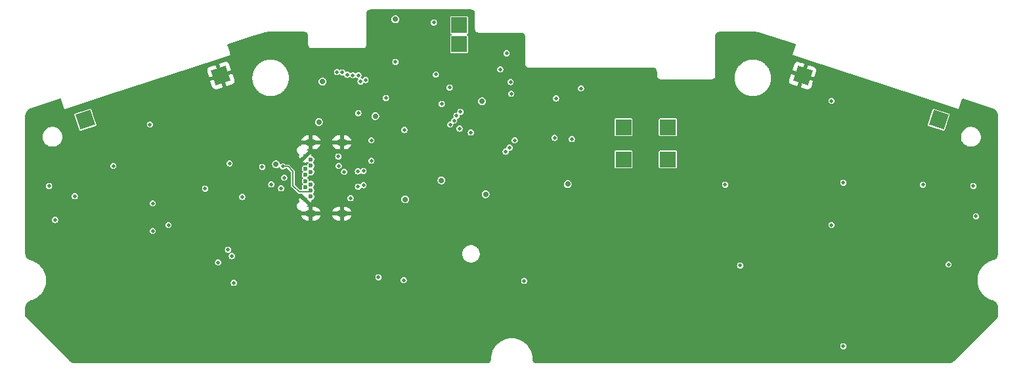
<source format=gbr>
%TF.GenerationSoftware,KiCad,Pcbnew,7.0.6*%
%TF.CreationDate,2023-09-26T11:41:46-07:00*%
%TF.ProjectId,UniSNES,556e6953-4e45-4532-9e6b-696361645f70,rev?*%
%TF.SameCoordinates,Original*%
%TF.FileFunction,Copper,L3,Inr*%
%TF.FilePolarity,Positive*%
%FSLAX46Y46*%
G04 Gerber Fmt 4.6, Leading zero omitted, Abs format (unit mm)*
G04 Created by KiCad (PCBNEW 7.0.6) date 2023-09-26 11:41:46*
%MOMM*%
%LPD*%
G01*
G04 APERTURE LIST*
G04 Aperture macros list*
%AMRotRect*
0 Rectangle, with rotation*
0 The origin of the aperture is its center*
0 $1 length*
0 $2 width*
0 $3 Rotation angle, in degrees counterclockwise*
0 Add horizontal line*
21,1,$1,$2,0,0,$3*%
G04 Aperture macros list end*
%TA.AperFunction,ComponentPad*%
%ADD10RotRect,2.000000X2.000000X162.000000*%
%TD*%
%TA.AperFunction,ComponentPad*%
%ADD11RotRect,2.000000X2.000000X198.000000*%
%TD*%
%TA.AperFunction,ComponentPad*%
%ADD12R,2.000000X2.000000*%
%TD*%
%TA.AperFunction,ComponentPad*%
%ADD13C,0.600000*%
%TD*%
%TA.AperFunction,ComponentPad*%
%ADD14O,1.550000X0.800000*%
%TD*%
%TA.AperFunction,ViaPad*%
%ADD15C,0.500000*%
%TD*%
%TA.AperFunction,ViaPad*%
%ADD16C,0.700000*%
%TD*%
%TA.AperFunction,Conductor*%
%ADD17C,0.200000*%
%TD*%
G04 APERTURE END LIST*
D10*
%TO.N,BTN_R*%
%TO.C,T10*%
X134213600Y-35061073D03*
%TD*%
%TO.N,GND*%
%TO.C,T9*%
X116687600Y-29371474D03*
%TD*%
D11*
%TO.N,GND*%
%TO.C,T8*%
X41656000Y-29362400D03*
%TD*%
%TO.N,BTN_L*%
%TO.C,T7*%
X24180800Y-35052000D03*
%TD*%
D12*
%TO.N,UART0_TX*%
%TO.C,T6*%
X72390000Y-25298400D03*
%TD*%
%TO.N,UART0_RX*%
%TO.C,T5*%
X72390000Y-22860000D03*
%TD*%
%TO.N,VBUS_SYS*%
%TO.C,T1*%
X99291350Y-36017200D03*
%TD*%
%TO.N,RUMBLE-*%
%TO.C,T4*%
X93573600Y-40182800D03*
%TD*%
D13*
%TO.N,GND*%
%TO.C,J1*%
X52544759Y-45368895D03*
%TO.N,+3.3V_PRE*%
X53254759Y-44968895D03*
%TO.N,N_CLOCK*%
X53254759Y-44168895D03*
%TO.N,VBUS_PRE*%
X52544759Y-43768895D03*
%TO.N,/CC2*%
X53254759Y-43368895D03*
%TO.N,D+*%
X52544759Y-42968895D03*
%TO.N,D-*%
X52544759Y-42168895D03*
%TO.N,unconnected-(J1-SBU2-PadB8)*%
X53254759Y-41768895D03*
%TO.N,VBUS_PRE*%
X52544759Y-41368895D03*
%TO.N,N_LATCH*%
X53254759Y-40968895D03*
%TO.N,N_DATA*%
X53254759Y-40168895D03*
%TO.N,GND*%
X52544759Y-39768895D03*
D14*
X57254759Y-37968895D03*
X53254759Y-37968895D03*
X57254759Y-47168895D03*
X53254759Y-47168895D03*
%TD*%
D12*
%TO.N,RUMBLE-*%
%TO.C,T2*%
X99291350Y-40182800D03*
%TD*%
%TO.N,VBUS_SYS*%
%TO.C,T3*%
X93573600Y-36017200D03*
%TD*%
D15*
%TO.N,GND*%
X67157600Y-31750000D03*
X19151600Y-47498000D03*
X70358000Y-33832800D03*
X97231200Y-46583600D03*
X59588400Y-35204400D03*
X60299600Y-34747200D03*
X66802000Y-32258000D03*
X69748400Y-40182800D03*
X78435200Y-47802800D03*
X78486000Y-50800000D03*
X70713600Y-34645600D03*
X63042800Y-23774400D03*
X96520000Y-46685200D03*
X96977200Y-47193200D03*
X61671200Y-35610800D03*
X115366800Y-41859200D03*
X70408800Y-40944800D03*
X99110800Y-51003200D03*
X98450400Y-51257200D03*
X115824000Y-44297600D03*
X69392800Y-40944800D03*
X137926397Y-47960924D03*
X69392800Y-33629600D03*
X99009200Y-51612800D03*
%TO.N,BTN_A*%
X132181600Y-43434000D03*
X71221600Y-35661600D03*
%TO.N,BTN_B*%
X71729600Y-35153600D03*
X120396000Y-48615600D03*
%TO.N,BTN_X*%
X72034400Y-34544000D03*
X120396000Y-32613600D03*
%TO.N,BTN_Y*%
X72542400Y-34036000D03*
X106680000Y-43434000D03*
%TO.N,+3V3*%
X121920000Y-64262000D03*
X65227200Y-55727600D03*
X80772000Y-55829200D03*
D16*
X75793600Y-44653200D03*
X61569600Y-34594800D03*
D15*
X69385408Y-29224312D03*
X39624000Y-43942000D03*
X41300400Y-53441600D03*
D16*
X64160400Y-22098000D03*
D15*
X59385200Y-34188400D03*
D16*
X54762400Y-30124400D03*
D15*
X65328800Y-36372800D03*
X70154800Y-33020000D03*
D16*
X75336400Y-32664400D03*
D15*
X59385200Y-29311600D03*
X42570400Y-51816000D03*
X135483600Y-53695600D03*
X34899600Y-48615600D03*
X108610400Y-53848000D03*
X121920000Y-43180000D03*
%TO.N,+1V1*%
X62941200Y-32258000D03*
X64160400Y-27584400D03*
%TO.N,SHARED_PU*%
X79095600Y-31699200D03*
X78501200Y-26477200D03*
X79009200Y-30185600D03*
X77688400Y-28560000D03*
%TO.N,BTN_DDOWN*%
X43332400Y-56083200D03*
X58674000Y-29311600D03*
%TO.N,BTN_DLEFT*%
X27787600Y-40995600D03*
X56642000Y-28905200D03*
%TO.N,BTN_DRIGHT*%
X43078400Y-52628800D03*
X57962800Y-29260800D03*
%TO.N,BTN_DUP*%
X57302400Y-28956000D03*
X42773600Y-40690800D03*
D16*
%TO.N,+3.3V_PRE*%
X48768000Y-40792400D03*
X54305200Y-35356800D03*
%TO.N,VBUS_PRE*%
X65430400Y-45313600D03*
D15*
%TO.N,N_CLOCK*%
X49663331Y-41077549D03*
X61061600Y-40335200D03*
X78892400Y-38658800D03*
%TO.N,/CC1*%
X46990000Y-41148000D03*
%TO.N,D-*%
X58369200Y-45161200D03*
X57556400Y-41757600D03*
X49834800Y-42519600D03*
%TO.N,N_LATCH*%
X79552800Y-37693600D03*
X49428400Y-43891200D03*
X61061600Y-37693600D03*
X56794400Y-39776400D03*
%TO.N,N_DATA*%
X56845200Y-40995600D03*
X48158400Y-43383200D03*
X78384400Y-39166800D03*
%TO.N,Net-(L1-DOUT)*%
X32867600Y-49377600D03*
X32867600Y-45821600D03*
%TO.N,RGB_1*%
X69138800Y-22504400D03*
X32512000Y-35661600D03*
%TO.N,RGB_2*%
X61976000Y-55372000D03*
X44399200Y-45008800D03*
%TO.N,BTN_SEL*%
X59334400Y-41706800D03*
X59334400Y-43688000D03*
%TO.N,BTN_STRT*%
X60045600Y-43484800D03*
X60045600Y-41656000D03*
%TO.N,BTN_L*%
X20286796Y-47961884D03*
X71170800Y-30886400D03*
%TO.N,unconnected-(TRL1-NC-Pad3)*%
X22809200Y-44907200D03*
X19507200Y-43586400D03*
%TO.N,BTN_R*%
X139021859Y-47502664D03*
X72426134Y-36189239D03*
%TO.N,unconnected-(TRR1-NC-Pad3)*%
X138684000Y-43586400D03*
D16*
%TO.N,VBUS_SYS*%
X86380188Y-43357269D03*
D15*
X73905662Y-36693326D03*
D16*
X70104000Y-42875200D03*
D15*
%TO.N,Net-(Q3-D)*%
X84683600Y-37388800D03*
X86918800Y-37541200D03*
%TO.N,R_BRAKE*%
X60313009Y-29937438D03*
X84886800Y-32308800D03*
%TO.N,RUMBLE*%
X88090187Y-31012613D03*
X59675808Y-30112014D03*
%TD*%
D17*
%TO.N,N_CLOCK*%
X51792124Y-44375324D02*
X53048330Y-44375324D01*
X50952400Y-41706800D02*
X50952400Y-43535600D01*
X49663331Y-41077549D02*
X50323149Y-41077549D01*
X50952400Y-43535600D02*
X51792124Y-44375324D01*
X50323149Y-41077549D02*
X50952400Y-41706800D01*
X53048330Y-44375324D02*
X53254759Y-44168895D01*
%TD*%
%TA.AperFunction,Conductor*%
%TO.N,GND*%
G36*
X73924335Y-20833876D02*
G01*
X73948633Y-20836613D01*
X74033229Y-20847746D01*
X74047991Y-20851261D01*
X74087506Y-20865086D01*
X74087655Y-20865138D01*
X74089585Y-20865874D01*
X74148358Y-20890217D01*
X74159400Y-20895921D01*
X74198792Y-20920672D01*
X74201590Y-20922619D01*
X74251773Y-20961125D01*
X74255407Y-20964312D01*
X74291060Y-20999965D01*
X74291089Y-20999994D01*
X74294278Y-21003630D01*
X74322459Y-21040357D01*
X74332769Y-21053795D01*
X74334744Y-21056636D01*
X74359480Y-21096005D01*
X74365189Y-21107057D01*
X74383798Y-21151989D01*
X74389516Y-21165795D01*
X74389525Y-21165815D01*
X74390266Y-21167756D01*
X74404139Y-21207413D01*
X74407657Y-21222188D01*
X74418738Y-21306348D01*
X74421534Y-21331172D01*
X74421767Y-21335317D01*
X74421767Y-23277240D01*
X74418341Y-23286652D01*
X74421440Y-23310172D01*
X74421757Y-23315007D01*
X74421760Y-23372834D01*
X74433140Y-23422675D01*
X74432344Y-23429027D01*
X74434957Y-23435335D01*
X74438734Y-23447182D01*
X74446863Y-23482783D01*
X74446865Y-23482790D01*
X74475734Y-23542730D01*
X74476432Y-23549706D01*
X74478930Y-23552961D01*
X74486891Y-23565897D01*
X74495802Y-23584398D01*
X74495805Y-23584403D01*
X74545268Y-23646425D01*
X74547782Y-23653909D01*
X74549512Y-23655236D01*
X74562318Y-23667804D01*
X74566127Y-23672580D01*
X74570901Y-23676387D01*
X74583470Y-23689193D01*
X74584785Y-23690906D01*
X74592281Y-23693438D01*
X74654300Y-23742897D01*
X74654303Y-23742898D01*
X74654305Y-23742900D01*
X74672810Y-23751812D01*
X74685748Y-23759774D01*
X74688567Y-23761937D01*
X74694926Y-23762473D01*
X74695928Y-23762946D01*
X74755919Y-23791838D01*
X74791524Y-23799966D01*
X74803373Y-23803743D01*
X74808460Y-23805850D01*
X74813537Y-23805036D01*
X74815973Y-23805547D01*
X74865875Y-23816940D01*
X74907447Y-23816941D01*
X74907454Y-23816943D01*
X74922168Y-23816943D01*
X74922267Y-23816943D01*
X74922767Y-23816943D01*
X74923635Y-23816943D01*
X74928474Y-23817260D01*
X74949958Y-23820091D01*
X74957118Y-23817047D01*
X74961036Y-23816943D01*
X80400901Y-23816943D01*
X80405045Y-23817176D01*
X80423869Y-23819295D01*
X80429328Y-23819910D01*
X80513948Y-23831046D01*
X80528713Y-23834561D01*
X80568392Y-23848443D01*
X80570298Y-23849171D01*
X80629086Y-23873517D01*
X80640122Y-23879217D01*
X80655074Y-23888611D01*
X80679511Y-23903965D01*
X80682351Y-23905940D01*
X80732503Y-23944417D01*
X80736145Y-23947611D01*
X80771832Y-23983291D01*
X80775027Y-23986934D01*
X80785577Y-24000681D01*
X80813531Y-24037104D01*
X80815492Y-24039923D01*
X80820838Y-24048429D01*
X80840241Y-24079305D01*
X80845950Y-24090353D01*
X80870293Y-24149105D01*
X80871034Y-24151046D01*
X80884896Y-24190651D01*
X80888422Y-24205472D01*
X80899965Y-24293462D01*
X80902246Y-24313688D01*
X80902479Y-24317838D01*
X80902479Y-27793210D01*
X80898983Y-27802814D01*
X80902138Y-27826763D01*
X80902455Y-27831596D01*
X80902460Y-27889532D01*
X80913788Y-27939149D01*
X80912985Y-27945556D01*
X80915643Y-27951972D01*
X80919422Y-27963824D01*
X80927565Y-27999492D01*
X80927567Y-27999496D01*
X80956376Y-28059313D01*
X80957077Y-28066316D01*
X80959605Y-28069611D01*
X80967569Y-28082551D01*
X80976504Y-28101102D01*
X80976508Y-28101110D01*
X81025910Y-28163053D01*
X81028431Y-28170556D01*
X81030181Y-28171899D01*
X81042985Y-28184464D01*
X81046831Y-28189286D01*
X81051653Y-28193131D01*
X81064217Y-28205932D01*
X81065547Y-28207666D01*
X81073060Y-28210202D01*
X81086750Y-28221119D01*
X81135012Y-28259606D01*
X81153574Y-28268545D01*
X81166514Y-28276508D01*
X81169368Y-28278698D01*
X81175753Y-28279236D01*
X81176739Y-28279700D01*
X81236628Y-28308542D01*
X81272298Y-28316684D01*
X81284149Y-28320461D01*
X81289348Y-28322614D01*
X81294480Y-28321792D01*
X81296946Y-28322310D01*
X81346586Y-28333642D01*
X81388158Y-28333642D01*
X81388164Y-28333644D01*
X81402880Y-28333644D01*
X81402979Y-28333644D01*
X81403479Y-28333644D01*
X81404347Y-28333644D01*
X81409189Y-28333962D01*
X81430781Y-28336808D01*
X81437982Y-28333748D01*
X81441895Y-28333644D01*
X97400901Y-28333644D01*
X97405037Y-28333876D01*
X97413126Y-28334785D01*
X97429340Y-28336608D01*
X97513940Y-28347729D01*
X97528721Y-28351246D01*
X97568390Y-28365121D01*
X97570276Y-28365841D01*
X97629089Y-28390194D01*
X97640118Y-28395890D01*
X97679496Y-28420630D01*
X97682337Y-28422606D01*
X97732504Y-28461099D01*
X97736147Y-28464295D01*
X97771821Y-28499970D01*
X97775017Y-28503614D01*
X97813500Y-28553773D01*
X97815476Y-28556615D01*
X97840208Y-28595982D01*
X97845919Y-28607039D01*
X97870251Y-28665808D01*
X97870991Y-28667748D01*
X97884862Y-28707412D01*
X97888379Y-28722188D01*
X97899387Y-28805853D01*
X97902246Y-28831291D01*
X97902478Y-28835428D01*
X97902479Y-29293231D01*
X97898980Y-29302841D01*
X97902136Y-29326769D01*
X97902454Y-29331602D01*
X97902469Y-29389535D01*
X97913803Y-29439141D01*
X97913002Y-29445537D01*
X97915656Y-29451940D01*
X97919434Y-29463787D01*
X97927588Y-29499478D01*
X97927588Y-29499480D01*
X97942122Y-29529648D01*
X97951898Y-29549942D01*
X97956403Y-29559292D01*
X97957104Y-29566289D01*
X97959630Y-29569581D01*
X97967587Y-29582509D01*
X97976537Y-29601086D01*
X98025934Y-29663021D01*
X98028454Y-29670519D01*
X98030206Y-29671864D01*
X98043009Y-29684430D01*
X98046859Y-29689257D01*
X98051687Y-29693107D01*
X98064248Y-29705905D01*
X98065580Y-29707641D01*
X98073091Y-29710177D01*
X98113320Y-29742260D01*
X98135034Y-29759577D01*
X98153599Y-29768519D01*
X98166537Y-29776481D01*
X98169392Y-29778672D01*
X98175774Y-29779210D01*
X98176830Y-29779709D01*
X98185664Y-29783964D01*
X98236640Y-29808518D01*
X98272331Y-29816670D01*
X98284178Y-29820448D01*
X98289358Y-29822594D01*
X98294475Y-29821774D01*
X98296953Y-29822295D01*
X98346589Y-29833633D01*
X98388165Y-29833640D01*
X98388183Y-29833644D01*
X98402880Y-29833644D01*
X98402979Y-29833644D01*
X98403479Y-29833644D01*
X98404335Y-29833644D01*
X98409184Y-29833963D01*
X98430762Y-29836812D01*
X98437978Y-29833747D01*
X98441874Y-29833644D01*
X104875185Y-29833644D01*
X104884782Y-29837137D01*
X104908686Y-29833984D01*
X104913524Y-29833665D01*
X104915066Y-29833664D01*
X104915066Y-29833666D01*
X104971585Y-29833655D01*
X105006092Y-29825762D01*
X105021442Y-29822252D01*
X105027860Y-29823053D01*
X105034250Y-29820400D01*
X105046124Y-29816606D01*
X105081777Y-29808452D01*
X105081780Y-29808450D01*
X105081782Y-29808450D01*
X105141836Y-29779458D01*
X105148839Y-29778750D01*
X105152092Y-29776247D01*
X105165054Y-29768249D01*
X105171802Y-29764991D01*
X105183574Y-29759308D01*
X105183575Y-29759307D01*
X105183576Y-29759307D01*
X105213709Y-29735203D01*
X105245711Y-29709603D01*
X105253200Y-29707074D01*
X105254503Y-29705370D01*
X105267078Y-29692512D01*
X105271845Y-29688699D01*
X105275641Y-29683918D01*
X105288455Y-29671299D01*
X105290136Y-29670004D01*
X105292659Y-29662490D01*
X105301463Y-29651404D01*
X107898458Y-29651404D01*
X107899219Y-29663020D01*
X107906438Y-29773158D01*
X107906517Y-29775578D01*
X107906517Y-29805267D01*
X107910390Y-29834697D01*
X107910627Y-29837105D01*
X107918608Y-29958851D01*
X107918611Y-29958875D01*
X107942410Y-30078519D01*
X107942804Y-30080907D01*
X107946682Y-30110353D01*
X107954367Y-30139034D01*
X107954917Y-30141393D01*
X107978718Y-30261053D01*
X107978723Y-30261070D01*
X108017938Y-30376595D01*
X108018641Y-30378911D01*
X108026329Y-30407600D01*
X108037688Y-30435022D01*
X108038540Y-30437288D01*
X108077764Y-30552834D01*
X108131726Y-30662260D01*
X108132725Y-30664465D01*
X108144083Y-30691885D01*
X108144090Y-30691899D01*
X108158934Y-30717611D01*
X108160075Y-30719746D01*
X108214036Y-30829168D01*
X108214040Y-30829174D01*
X108214041Y-30829176D01*
X108281831Y-30930631D01*
X108283096Y-30932666D01*
X108297951Y-30958395D01*
X108306447Y-30969467D01*
X108316033Y-30981961D01*
X108317442Y-30983928D01*
X108385214Y-31085355D01*
X108385223Y-31085368D01*
X108385225Y-31085370D01*
X108385229Y-31085375D01*
X108465670Y-31177100D01*
X108467205Y-31178971D01*
X108485281Y-31202528D01*
X108506282Y-31223529D01*
X108507938Y-31225297D01*
X108588380Y-31317023D01*
X108680106Y-31397465D01*
X108681867Y-31399114D01*
X108702876Y-31420123D01*
X108726433Y-31438199D01*
X108728304Y-31439734D01*
X108820029Y-31520175D01*
X108820037Y-31520182D01*
X108820049Y-31520190D01*
X108921484Y-31587967D01*
X108923452Y-31589377D01*
X108947010Y-31607454D01*
X108972769Y-31622326D01*
X108974751Y-31623558D01*
X109040913Y-31667767D01*
X109076216Y-31691356D01*
X109076223Y-31691360D01*
X109076229Y-31691364D01*
X109155184Y-31730300D01*
X109185657Y-31745328D01*
X109187793Y-31746470D01*
X109198532Y-31752669D01*
X109213508Y-31761316D01*
X109240946Y-31772681D01*
X109243138Y-31773674D01*
X109352569Y-31827640D01*
X109352572Y-31827641D01*
X109352574Y-31827642D01*
X109468139Y-31866871D01*
X109470352Y-31867704D01*
X109497808Y-31879077D01*
X109526495Y-31886763D01*
X109528798Y-31887462D01*
X109644342Y-31926684D01*
X109644348Y-31926685D01*
X109644354Y-31926687D01*
X109684583Y-31934688D01*
X109764034Y-31950492D01*
X109766328Y-31951026D01*
X109795047Y-31958722D01*
X109822360Y-31962317D01*
X109824488Y-31962598D01*
X109826878Y-31962993D01*
X109886336Y-31974819D01*
X109946541Y-31986795D01*
X110068294Y-31994775D01*
X110070679Y-31995009D01*
X110100139Y-31998888D01*
X110100142Y-31998888D01*
X110129826Y-31998888D01*
X110132246Y-31998967D01*
X110156367Y-32000547D01*
X110254001Y-32006947D01*
X110351634Y-32000547D01*
X110375756Y-31998967D01*
X110378176Y-31998888D01*
X110407859Y-31998888D01*
X110407863Y-31998888D01*
X110437331Y-31995008D01*
X110439701Y-31994775D01*
X110561461Y-31986795D01*
X110681121Y-31962993D01*
X110683505Y-31962599D01*
X110712955Y-31958722D01*
X110741665Y-31951029D01*
X110743954Y-31950494D01*
X110863660Y-31926684D01*
X110979206Y-31887461D01*
X110981502Y-31886764D01*
X111010194Y-31879077D01*
X111037643Y-31867707D01*
X111039868Y-31866869D01*
X111155428Y-31827642D01*
X111264876Y-31773668D01*
X111267039Y-31772688D01*
X111294494Y-31761316D01*
X111320252Y-31746444D01*
X111322283Y-31745358D01*
X111431773Y-31691364D01*
X111533255Y-31623555D01*
X111535249Y-31622316D01*
X111560992Y-31607454D01*
X111584581Y-31589353D01*
X111586485Y-31587988D01*
X111687965Y-31520182D01*
X111779718Y-31439716D01*
X111781554Y-31438210D01*
X111805126Y-31420123D01*
X111826164Y-31399084D01*
X111827853Y-31397502D01*
X111919621Y-31317024D01*
X112000099Y-31225256D01*
X112001681Y-31223567D01*
X112022720Y-31202529D01*
X112040807Y-31178957D01*
X112042313Y-31177121D01*
X112122779Y-31085368D01*
X112190585Y-30983888D01*
X112191950Y-30981984D01*
X112210051Y-30958395D01*
X112224913Y-30932652D01*
X112226152Y-30930658D01*
X112293961Y-30829176D01*
X112347955Y-30719686D01*
X112349041Y-30717655D01*
X112363913Y-30691897D01*
X112375285Y-30664442D01*
X112376265Y-30662279D01*
X112430239Y-30552831D01*
X112469466Y-30437271D01*
X112470304Y-30435046D01*
X112481674Y-30407597D01*
X112489361Y-30378905D01*
X112490062Y-30376597D01*
X112498655Y-30351283D01*
X112529281Y-30261063D01*
X112553091Y-30141357D01*
X112553626Y-30139068D01*
X112561319Y-30110358D01*
X112565196Y-30080907D01*
X112565590Y-30078525D01*
X112568730Y-30062739D01*
X112588549Y-29963104D01*
X114924906Y-29963104D01*
X114931063Y-30106753D01*
X114977441Y-30242843D01*
X115060282Y-30360357D01*
X115172875Y-30449771D01*
X115227535Y-30474264D01*
X115986309Y-30720803D01*
X115986310Y-30720803D01*
X116280499Y-29815378D01*
X116385012Y-29895573D01*
X116530969Y-29956030D01*
X116648277Y-29971474D01*
X116726923Y-29971474D01*
X116756789Y-29967541D01*
X116461838Y-30875311D01*
X116461838Y-30875312D01*
X117220609Y-31121853D01*
X117220621Y-31121856D01*
X117279227Y-31134167D01*
X117422879Y-31128010D01*
X117558969Y-31081632D01*
X117676483Y-30998791D01*
X117765897Y-30886198D01*
X117790390Y-30831538D01*
X118036929Y-30072763D01*
X118036929Y-30072762D01*
X117131505Y-29778572D01*
X117211699Y-29674063D01*
X117272156Y-29528105D01*
X117292777Y-29371474D01*
X117283667Y-29302282D01*
X118191437Y-29597234D01*
X118191438Y-29597234D01*
X118437979Y-28838464D01*
X118437982Y-28838452D01*
X118450293Y-28779849D01*
X118450293Y-28779843D01*
X118444136Y-28636194D01*
X118397758Y-28500104D01*
X118314917Y-28382590D01*
X118202324Y-28293176D01*
X118147664Y-28268683D01*
X117388889Y-28022143D01*
X117388888Y-28022143D01*
X117094698Y-28927568D01*
X116990188Y-28847375D01*
X116844231Y-28786918D01*
X116726923Y-28771474D01*
X116648277Y-28771474D01*
X116618407Y-28775406D01*
X116913360Y-27867635D01*
X116913360Y-27867634D01*
X116154590Y-27621094D01*
X116154578Y-27621091D01*
X116095972Y-27608780D01*
X115952320Y-27614937D01*
X115816230Y-27661315D01*
X115698716Y-27744156D01*
X115609302Y-27856749D01*
X115584809Y-27911409D01*
X115338269Y-28670183D01*
X115338269Y-28670184D01*
X116243695Y-28964374D01*
X116163501Y-29068885D01*
X116103044Y-29214843D01*
X116082423Y-29371474D01*
X116091532Y-29440664D01*
X115183761Y-29145712D01*
X115183760Y-29145712D01*
X114937220Y-29904483D01*
X114937217Y-29904495D01*
X114924906Y-29963098D01*
X114924906Y-29963104D01*
X112588549Y-29963104D01*
X112589392Y-29958864D01*
X112597372Y-29837104D01*
X112597605Y-29834731D01*
X112601485Y-29805266D01*
X112602143Y-29764991D01*
X112602217Y-29763191D01*
X112602454Y-29759576D01*
X112609544Y-29651404D01*
X112602217Y-29539615D01*
X112602143Y-29537800D01*
X112602048Y-29531982D01*
X112601485Y-29497542D01*
X112597606Y-29468082D01*
X112597372Y-29465696D01*
X112596470Y-29451940D01*
X112589392Y-29343944D01*
X112577416Y-29283739D01*
X112565590Y-29224281D01*
X112565195Y-29221891D01*
X112562562Y-29201890D01*
X112561319Y-29192450D01*
X112553623Y-29163731D01*
X112553089Y-29161437D01*
X112534680Y-29068886D01*
X112529284Y-29041757D01*
X112529282Y-29041751D01*
X112529281Y-29041745D01*
X112490059Y-28926202D01*
X112489357Y-28923886D01*
X112481674Y-28895211D01*
X112470301Y-28867755D01*
X112469468Y-28865542D01*
X112430239Y-28749977D01*
X112416435Y-28721986D01*
X112389248Y-28666856D01*
X112376269Y-28640537D01*
X112375288Y-28638372D01*
X112363913Y-28610911D01*
X112349051Y-28585170D01*
X112347925Y-28583062D01*
X112347923Y-28583058D01*
X112293961Y-28473633D01*
X112293958Y-28473628D01*
X112293955Y-28473623D01*
X112226181Y-28372192D01*
X112224902Y-28370136D01*
X112222003Y-28365115D01*
X112210051Y-28344413D01*
X112210048Y-28344410D01*
X112210047Y-28344407D01*
X112210046Y-28344405D01*
X112191968Y-28320846D01*
X112190557Y-28318877D01*
X112164402Y-28279733D01*
X112122779Y-28217440D01*
X112058876Y-28144573D01*
X112042331Y-28125707D01*
X112040794Y-28123834D01*
X112023357Y-28101110D01*
X112022720Y-28100279D01*
X112001716Y-28079275D01*
X112000062Y-28077509D01*
X111990246Y-28066316D01*
X111919621Y-27985784D01*
X111827893Y-27905340D01*
X111826126Y-27903685D01*
X111805125Y-27882684D01*
X111781568Y-27864608D01*
X111779697Y-27863073D01*
X111687972Y-27782632D01*
X111687970Y-27782631D01*
X111687965Y-27782626D01*
X111687952Y-27782617D01*
X111586525Y-27714845D01*
X111584558Y-27713436D01*
X111572064Y-27703850D01*
X111560992Y-27695354D01*
X111535261Y-27680498D01*
X111533228Y-27679234D01*
X111431773Y-27611444D01*
X111431771Y-27611443D01*
X111431765Y-27611439D01*
X111322343Y-27557478D01*
X111320208Y-27556337D01*
X111294496Y-27541493D01*
X111294482Y-27541486D01*
X111267062Y-27530128D01*
X111264857Y-27529129D01*
X111155431Y-27475167D01*
X111039885Y-27435943D01*
X111037619Y-27435091D01*
X111010197Y-27423732D01*
X111010195Y-27423731D01*
X111010194Y-27423731D01*
X111003169Y-27421848D01*
X110981508Y-27416044D01*
X110979192Y-27415341D01*
X110863667Y-27376126D01*
X110863650Y-27376121D01*
X110743990Y-27352320D01*
X110741639Y-27351771D01*
X110712955Y-27344086D01*
X110712952Y-27344085D01*
X110712950Y-27344085D01*
X110683504Y-27340207D01*
X110681116Y-27339813D01*
X110561472Y-27316014D01*
X110561448Y-27316011D01*
X110439702Y-27308030D01*
X110437294Y-27307793D01*
X110407864Y-27303920D01*
X110407863Y-27303920D01*
X110378176Y-27303920D01*
X110375756Y-27303841D01*
X110254001Y-27295861D01*
X110132246Y-27303841D01*
X110129826Y-27303920D01*
X110100138Y-27303920D01*
X110070708Y-27307793D01*
X110068300Y-27308030D01*
X109946553Y-27316011D01*
X109946528Y-27316014D01*
X109826884Y-27339813D01*
X109824497Y-27340207D01*
X109795047Y-27344086D01*
X109795042Y-27344087D01*
X109766357Y-27351773D01*
X109764000Y-27352322D01*
X109644351Y-27376121D01*
X109644333Y-27376126D01*
X109528808Y-27415341D01*
X109526493Y-27416043D01*
X109497810Y-27423730D01*
X109497802Y-27423733D01*
X109470380Y-27435091D01*
X109468115Y-27435944D01*
X109352572Y-27475166D01*
X109243151Y-27529126D01*
X109240947Y-27530125D01*
X109213509Y-27541491D01*
X109213505Y-27541493D01*
X109187790Y-27556339D01*
X109185655Y-27557480D01*
X109076238Y-27611439D01*
X109076213Y-27611454D01*
X108974790Y-27679221D01*
X108972736Y-27680498D01*
X108947014Y-27695351D01*
X108947009Y-27695354D01*
X108923448Y-27713432D01*
X108921481Y-27714842D01*
X108820042Y-27782622D01*
X108820028Y-27782632D01*
X108728316Y-27863062D01*
X108726446Y-27864598D01*
X108702883Y-27882679D01*
X108702871Y-27882689D01*
X108681872Y-27903687D01*
X108680107Y-27905340D01*
X108588389Y-27985775D01*
X108588372Y-27985792D01*
X108507937Y-28077510D01*
X108506284Y-28079275D01*
X108485286Y-28100274D01*
X108485276Y-28100286D01*
X108467195Y-28123849D01*
X108465659Y-28125719D01*
X108385229Y-28217431D01*
X108385219Y-28217445D01*
X108317439Y-28318884D01*
X108316029Y-28320851D01*
X108297951Y-28344412D01*
X108297948Y-28344417D01*
X108283095Y-28370139D01*
X108281818Y-28372193D01*
X108214051Y-28473616D01*
X108214036Y-28473641D01*
X108160077Y-28583058D01*
X108158936Y-28585193D01*
X108144090Y-28610908D01*
X108144088Y-28610912D01*
X108132722Y-28638350D01*
X108131723Y-28640554D01*
X108077763Y-28749975D01*
X108038541Y-28865518D01*
X108037688Y-28867783D01*
X108026330Y-28895205D01*
X108026327Y-28895213D01*
X108018640Y-28923896D01*
X108017938Y-28926211D01*
X107978723Y-29041736D01*
X107978718Y-29041754D01*
X107954919Y-29161403D01*
X107954370Y-29163760D01*
X107946684Y-29192445D01*
X107946683Y-29192450D01*
X107942804Y-29221900D01*
X107942410Y-29224287D01*
X107918611Y-29343931D01*
X107918608Y-29343956D01*
X107910627Y-29465703D01*
X107910390Y-29468111D01*
X107906517Y-29497540D01*
X107906517Y-29527228D01*
X107906438Y-29529648D01*
X107899228Y-29639650D01*
X107898458Y-29651404D01*
X105301463Y-29651404D01*
X105342145Y-29600180D01*
X105351019Y-29581631D01*
X105358972Y-29568642D01*
X105361137Y-29565807D01*
X105361663Y-29559406D01*
X105362145Y-29558379D01*
X105365297Y-29551792D01*
X105390933Y-29498213D01*
X105398963Y-29462528D01*
X105402714Y-29450645D01*
X105404853Y-29445442D01*
X105404012Y-29440281D01*
X105404511Y-29437874D01*
X105415750Y-29387933D01*
X105415563Y-29331414D01*
X105415561Y-29330914D01*
X105415558Y-29330046D01*
X105415860Y-29325203D01*
X105418641Y-29303567D01*
X105415544Y-29296348D01*
X105415428Y-29292492D01*
X105397897Y-24217286D01*
X105398115Y-24213157D01*
X105400766Y-24188889D01*
X105411661Y-24103960D01*
X105415143Y-24089138D01*
X105418029Y-24080815D01*
X105428930Y-24049376D01*
X105429637Y-24047507D01*
X105453916Y-23988442D01*
X105459595Y-23977383D01*
X105484294Y-23937875D01*
X105486252Y-23935048D01*
X105498726Y-23918722D01*
X105524763Y-23884644D01*
X105527944Y-23881004D01*
X105563629Y-23845195D01*
X105567247Y-23842011D01*
X105617543Y-23803304D01*
X105620302Y-23801379D01*
X105659758Y-23776521D01*
X105670806Y-23770800D01*
X105729764Y-23746324D01*
X105731648Y-23745603D01*
X105771367Y-23731676D01*
X105786164Y-23728147D01*
X105871463Y-23716909D01*
X105895229Y-23714228D01*
X105899374Y-23713996D01*
X105928524Y-23713996D01*
X105928530Y-23713994D01*
X110658810Y-23713948D01*
X110660746Y-23713999D01*
X110670974Y-23714534D01*
X110678799Y-23714944D01*
X110791032Y-23723778D01*
X110793884Y-23724116D01*
X110837986Y-23731102D01*
X110840814Y-23731664D01*
X110914851Y-23749437D01*
X110949908Y-23757853D01*
X110954522Y-23759089D01*
X110967977Y-23762695D01*
X110969765Y-23763225D01*
X115784537Y-25327640D01*
X115824425Y-25358804D01*
X115834949Y-25408317D01*
X115832047Y-25420885D01*
X115411432Y-26715409D01*
X115411135Y-26715948D01*
X115406956Y-26729051D01*
X115406988Y-26729464D01*
X115406989Y-26729465D01*
X115407305Y-26729734D01*
X115407309Y-26729733D01*
X115418230Y-26733240D01*
X136791964Y-33677986D01*
X136792088Y-33678056D01*
X136806075Y-33682615D01*
X136806076Y-33682616D01*
X136806489Y-33682584D01*
X136806688Y-33682350D01*
X136806688Y-33682348D01*
X136806757Y-33682268D01*
X136806757Y-33682266D01*
X136807047Y-33681373D01*
X136809965Y-33673436D01*
X136810295Y-33671353D01*
X136811351Y-33668093D01*
X136811370Y-33667936D01*
X136812373Y-33664850D01*
X137231772Y-32374075D01*
X137262935Y-32334188D01*
X137312448Y-32323664D01*
X137325016Y-32326566D01*
X137926331Y-32521945D01*
X141210539Y-33589049D01*
X141213639Y-33590212D01*
X141242740Y-33602652D01*
X141382433Y-33664853D01*
X141393100Y-33670696D01*
X141451857Y-33709484D01*
X141453222Y-33710429D01*
X141545800Y-33777692D01*
X141549625Y-33780886D01*
X141607873Y-33836578D01*
X141609801Y-33838564D01*
X141682012Y-33918763D01*
X141684451Y-33921775D01*
X141732768Y-33988277D01*
X141734878Y-33991527D01*
X141788833Y-34084974D01*
X141790126Y-34087421D01*
X141825102Y-34160044D01*
X141826957Y-34164669D01*
X141862312Y-34273467D01*
X141862790Y-34275057D01*
X141881527Y-34342941D01*
X141883790Y-34354896D01*
X141899847Y-34507678D01*
X141902610Y-34538361D01*
X141902759Y-34541681D01*
X141902759Y-52216999D01*
X141902600Y-52220424D01*
X141899779Y-52250791D01*
X141882507Y-52409972D01*
X141880100Y-52422290D01*
X141860416Y-52491293D01*
X141859908Y-52492929D01*
X141822005Y-52605717D01*
X141820032Y-52610466D01*
X141783183Y-52684260D01*
X141781809Y-52686764D01*
X141724162Y-52782866D01*
X141721923Y-52786180D01*
X141671072Y-52853298D01*
X141668488Y-52856351D01*
X141591603Y-52937824D01*
X141589564Y-52939824D01*
X141528466Y-52995297D01*
X141524428Y-52998481D01*
X141426106Y-53065494D01*
X141424668Y-53066426D01*
X141363588Y-53104039D01*
X141352378Y-53109691D01*
X141326979Y-53119896D01*
X141202695Y-53169828D01*
X141175721Y-53180187D01*
X141172455Y-53181270D01*
X141021714Y-53223587D01*
X140852821Y-53293386D01*
X140850881Y-53294125D01*
X140816741Y-53306039D01*
X140815592Y-53307539D01*
X140804072Y-53313533D01*
X140777408Y-53324553D01*
X140729860Y-53344203D01*
X140553927Y-53442565D01*
X140552273Y-53443435D01*
X140528695Y-53455095D01*
X140528497Y-53455432D01*
X140517591Y-53462879D01*
X140454232Y-53498302D01*
X140454231Y-53498303D01*
X140273588Y-53629371D01*
X140272223Y-53630315D01*
X140257866Y-53639778D01*
X140251154Y-53645649D01*
X140198638Y-53683752D01*
X140015297Y-53853041D01*
X140010459Y-53857167D01*
X140008638Y-53859189D01*
X139966636Y-53897971D01*
X139966634Y-53897974D01*
X139761431Y-54138002D01*
X139761423Y-54138012D01*
X139585880Y-54400505D01*
X139585878Y-54400507D01*
X139442430Y-54681818D01*
X139442426Y-54681827D01*
X139333059Y-54978060D01*
X139259290Y-55285116D01*
X139259287Y-55285135D01*
X139222149Y-55598706D01*
X139222149Y-55914497D01*
X139259288Y-56228071D01*
X139259289Y-56228074D01*
X139259291Y-56228089D01*
X139333059Y-56535138D01*
X139442429Y-56831379D01*
X139442430Y-56831382D01*
X139442431Y-56831383D01*
X139442432Y-56831386D01*
X139585880Y-57112696D01*
X139585881Y-57112698D01*
X139673265Y-57243363D01*
X139761425Y-57375189D01*
X139761433Y-57375200D01*
X139761435Y-57375203D01*
X139863441Y-57494520D01*
X139966622Y-57615213D01*
X139966634Y-57615226D01*
X140008643Y-57654015D01*
X140009072Y-57654848D01*
X140015282Y-57660145D01*
X140198642Y-57829450D01*
X140251156Y-57867552D01*
X140252915Y-57870157D01*
X140272218Y-57882880D01*
X140273585Y-57883826D01*
X140325257Y-57921317D01*
X140454235Y-58014899D01*
X140454237Y-58014900D01*
X140517591Y-58050320D01*
X140521042Y-58054319D01*
X140552274Y-58069764D01*
X140553915Y-58070628D01*
X140729868Y-58169000D01*
X140804078Y-58199669D01*
X140809501Y-58204630D01*
X140850875Y-58219071D01*
X140852784Y-58219798D01*
X141021712Y-58289612D01*
X141021722Y-58289614D01*
X141021725Y-58289616D01*
X141079370Y-58305797D01*
X141149307Y-58325429D01*
X141149348Y-58325458D01*
X141172052Y-58331817D01*
X141175333Y-58332904D01*
X141203328Y-58343655D01*
X141203823Y-58343845D01*
X141352367Y-58403538D01*
X141363566Y-58409184D01*
X141424677Y-58446811D01*
X141426105Y-58447737D01*
X141491464Y-58492279D01*
X141524435Y-58514749D01*
X141528470Y-58517931D01*
X141589568Y-58573400D01*
X141591607Y-58575400D01*
X141668498Y-58656872D01*
X141671078Y-58659921D01*
X141721946Y-58727054D01*
X141724186Y-58730367D01*
X141781818Y-58826430D01*
X141783192Y-58828934D01*
X141820061Y-58902757D01*
X141822033Y-58907506D01*
X141859942Y-59020289D01*
X141860450Y-59021925D01*
X141880129Y-59090887D01*
X141882540Y-59103224D01*
X141900121Y-59265530D01*
X141902600Y-59292184D01*
X141902759Y-59295612D01*
X141902759Y-60222674D01*
X141902581Y-60226302D01*
X141901274Y-60239572D01*
X141889127Y-60331844D01*
X141886574Y-60343665D01*
X141876459Y-60377014D01*
X141875236Y-60380434D01*
X141847267Y-60447967D01*
X141845714Y-60451251D01*
X141829292Y-60481980D01*
X141822732Y-60492153D01*
X141765773Y-60566374D01*
X141757752Y-60576149D01*
X141755310Y-60578844D01*
X136166615Y-66167536D01*
X136164481Y-66169509D01*
X136146301Y-66185037D01*
X136032240Y-66278649D01*
X136028096Y-66281599D01*
X135973246Y-66315214D01*
X135971355Y-66316297D01*
X135875347Y-66367619D01*
X135872062Y-66369173D01*
X135829397Y-66386847D01*
X135808275Y-66395597D01*
X135808248Y-66395608D01*
X135804827Y-66396832D01*
X135700663Y-66428432D01*
X135698560Y-66429003D01*
X135636018Y-66444021D01*
X135630996Y-66444867D01*
X135482907Y-66459438D01*
X135460631Y-66461192D01*
X135457726Y-66461306D01*
X82339387Y-66461306D01*
X82335202Y-66461069D01*
X82329669Y-66460439D01*
X82311187Y-66458337D01*
X82225286Y-66446919D01*
X82210375Y-66443334D01*
X82170608Y-66429278D01*
X82168653Y-66428524D01*
X82109242Y-66403660D01*
X82098114Y-66397848D01*
X82058644Y-66372759D01*
X82055797Y-66370755D01*
X82031352Y-66351760D01*
X82005276Y-66331497D01*
X82001627Y-66328254D01*
X81965982Y-66292085D01*
X81962793Y-66288389D01*
X81924270Y-66237290D01*
X81922312Y-66234420D01*
X81897804Y-66194591D01*
X81892156Y-66183380D01*
X81885795Y-66167536D01*
X81868152Y-66123589D01*
X81867449Y-66121681D01*
X81853957Y-66081659D01*
X81850594Y-66066719D01*
X81840473Y-65981049D01*
X81838043Y-65956501D01*
X81837868Y-65952351D01*
X81838054Y-65939045D01*
X81840047Y-65797259D01*
X81821962Y-65622043D01*
X81821807Y-65619965D01*
X81819950Y-65579954D01*
X81818566Y-65578046D01*
X81816106Y-65565304D01*
X81807753Y-65484370D01*
X81766108Y-65298387D01*
X81765740Y-65296514D01*
X81760245Y-65264180D01*
X81759449Y-65263321D01*
X81755457Y-65250818D01*
X81739022Y-65177420D01*
X81670574Y-64982506D01*
X81670038Y-64980856D01*
X81663142Y-64957772D01*
X81657680Y-64945790D01*
X81634798Y-64880630D01*
X81565858Y-64739775D01*
X81535680Y-64678117D01*
X81528540Y-64661788D01*
X81524174Y-64654606D01*
X81496531Y-64598125D01*
X81496526Y-64598118D01*
X81496522Y-64598109D01*
X81363092Y-64391121D01*
X81358942Y-64384105D01*
X81356846Y-64381431D01*
X81326102Y-64333739D01*
X81326095Y-64333728D01*
X81266892Y-64262000D01*
X121514508Y-64262000D01*
X121534353Y-64387301D01*
X121534353Y-64387302D01*
X121534354Y-64387304D01*
X121591950Y-64500342D01*
X121681658Y-64590050D01*
X121794696Y-64647646D01*
X121920000Y-64667492D01*
X122045304Y-64647646D01*
X122158342Y-64590050D01*
X122248050Y-64500342D01*
X122305646Y-64387304D01*
X122325492Y-64262000D01*
X122305646Y-64136696D01*
X122248050Y-64023658D01*
X122158342Y-63933950D01*
X122045304Y-63876354D01*
X122045302Y-63876353D01*
X122045301Y-63876353D01*
X121920000Y-63856508D01*
X121794698Y-63876353D01*
X121681656Y-63933951D01*
X121591951Y-64023656D01*
X121534353Y-64136698D01*
X121514508Y-64262000D01*
X81266892Y-64262000D01*
X81125870Y-64091142D01*
X81125869Y-64091141D01*
X80961583Y-63933950D01*
X80898590Y-63873677D01*
X80875812Y-63856508D01*
X80647409Y-63684349D01*
X80647401Y-63684343D01*
X80375767Y-63525749D01*
X80375763Y-63525747D01*
X80375761Y-63525746D01*
X80087408Y-63400067D01*
X79939760Y-63355429D01*
X79786317Y-63309039D01*
X79476633Y-63253915D01*
X79476625Y-63253914D01*
X79162630Y-63235456D01*
X79162616Y-63235456D01*
X78848620Y-63253914D01*
X78848612Y-63253915D01*
X78538928Y-63309039D01*
X78237841Y-63400066D01*
X78237838Y-63400067D01*
X78091738Y-63463745D01*
X77949478Y-63525749D01*
X77677844Y-63684343D01*
X77677836Y-63684349D01*
X77426660Y-63873673D01*
X77199376Y-64091141D01*
X77199375Y-64091142D01*
X76999150Y-64333728D01*
X76999142Y-64333739D01*
X76968398Y-64381433D01*
X76967463Y-64382142D01*
X76962135Y-64391149D01*
X76828722Y-64598112D01*
X76828721Y-64598113D01*
X76801070Y-64654609D01*
X76798951Y-64656648D01*
X76789551Y-64678145D01*
X76690447Y-64880630D01*
X76667565Y-64945792D01*
X76664602Y-64949405D01*
X76655203Y-64980866D01*
X76654662Y-64982534D01*
X76586224Y-65177419D01*
X76569789Y-65250818D01*
X76566360Y-65256174D01*
X76559500Y-65296538D01*
X76559129Y-65298423D01*
X76517493Y-65484367D01*
X76517492Y-65484369D01*
X76509138Y-65565318D01*
X76505639Y-65572525D01*
X76503436Y-65619983D01*
X76503280Y-65622066D01*
X76485199Y-65797255D01*
X76487378Y-65952428D01*
X76487202Y-65956595D01*
X76484820Y-65980656D01*
X76474658Y-66066707D01*
X76471292Y-66081667D01*
X76457811Y-66121656D01*
X76457085Y-66123623D01*
X76433096Y-66183373D01*
X76427447Y-66194584D01*
X76402939Y-66234410D01*
X76400970Y-66237295D01*
X76362461Y-66288372D01*
X76359266Y-66292073D01*
X76323622Y-66328238D01*
X76319966Y-66331487D01*
X76269458Y-66370729D01*
X76266602Y-66372739D01*
X76227129Y-66397827D01*
X76215999Y-66403638D01*
X76156593Y-66428495D01*
X76154638Y-66429248D01*
X76114841Y-66443311D01*
X76099955Y-66446891D01*
X76015907Y-66458084D01*
X75992364Y-66460760D01*
X75989649Y-66461069D01*
X75985469Y-66461306D01*
X22867862Y-66461306D01*
X22864957Y-66461192D01*
X22841137Y-66459317D01*
X22694256Y-66444850D01*
X22689239Y-66444005D01*
X22626701Y-66428991D01*
X22624598Y-66428420D01*
X22520426Y-66396820D01*
X22517006Y-66395597D01*
X22453168Y-66369155D01*
X22449891Y-66367605D01*
X22353879Y-66316287D01*
X22352011Y-66315216D01*
X22297151Y-66281598D01*
X22293006Y-66278648D01*
X22190576Y-66194584D01*
X22178791Y-66184912D01*
X22160780Y-66169529D01*
X22158656Y-66167565D01*
X16444161Y-60453069D01*
X16422769Y-60407193D01*
X16422487Y-60400743D01*
X16422487Y-59296212D01*
X16422646Y-59292788D01*
X16423114Y-59287744D01*
X16425470Y-59262375D01*
X16442737Y-59103226D01*
X16445140Y-59090931D01*
X16464839Y-59021875D01*
X16465307Y-59020367D01*
X16503237Y-58907496D01*
X16505208Y-58902755D01*
X16513091Y-58886967D01*
X16542079Y-58828916D01*
X16543430Y-58826454D01*
X16601094Y-58730326D01*
X16603307Y-58727054D01*
X16654183Y-58659904D01*
X16656733Y-58656891D01*
X16733697Y-58575337D01*
X16735674Y-58573400D01*
X16796782Y-58517919D01*
X16800785Y-58514761D01*
X16899183Y-58447700D01*
X16900541Y-58446820D01*
X16961688Y-58409170D01*
X16972855Y-58403540D01*
X17121786Y-58343696D01*
X17149829Y-58332927D01*
X17153076Y-58331850D01*
X17303532Y-58289612D01*
X17472187Y-58219908D01*
X17474112Y-58219176D01*
X17508357Y-58207224D01*
X17509511Y-58205719D01*
X17521036Y-58199719D01*
X17595373Y-58168997D01*
X17595376Y-58168995D01*
X17595379Y-58168994D01*
X17645592Y-58140919D01*
X17771059Y-58070770D01*
X17772688Y-58069914D01*
X17796401Y-58058187D01*
X17796610Y-58057834D01*
X17807502Y-58050395D01*
X17871001Y-58014894D01*
X18051410Y-57883992D01*
X18052763Y-57883057D01*
X18067196Y-57873544D01*
X18073946Y-57867641D01*
X18126592Y-57829443D01*
X18309696Y-57660369D01*
X18314618Y-57656170D01*
X18316476Y-57654109D01*
X18358587Y-57615226D01*
X18358591Y-57615221D01*
X18358596Y-57615217D01*
X18563794Y-57375191D01*
X18739337Y-57112696D01*
X18882788Y-56831377D01*
X18882788Y-56831376D01*
X18882790Y-56831373D01*
X18992150Y-56535154D01*
X18992156Y-56535138D01*
X19065922Y-56228092D01*
X19083083Y-56083200D01*
X42926908Y-56083200D01*
X42946753Y-56208501D01*
X42946753Y-56208502D01*
X42946754Y-56208504D01*
X43004350Y-56321542D01*
X43094058Y-56411250D01*
X43207096Y-56468846D01*
X43332400Y-56488692D01*
X43457704Y-56468846D01*
X43570742Y-56411250D01*
X43660450Y-56321542D01*
X43718046Y-56208504D01*
X43737892Y-56083200D01*
X43718046Y-55957896D01*
X43660450Y-55844858D01*
X43570742Y-55755150D01*
X43457704Y-55697554D01*
X43457702Y-55697553D01*
X43457701Y-55697553D01*
X43332400Y-55677708D01*
X43207098Y-55697553D01*
X43094056Y-55755151D01*
X43004351Y-55844856D01*
X42946753Y-55957898D01*
X42926908Y-56083200D01*
X19083083Y-56083200D01*
X19086346Y-56055648D01*
X19103063Y-55914503D01*
X19103063Y-55598715D01*
X19076211Y-55372000D01*
X61570508Y-55372000D01*
X61590353Y-55497301D01*
X61590353Y-55497302D01*
X61590354Y-55497304D01*
X61647950Y-55610342D01*
X61737658Y-55700050D01*
X61850696Y-55757646D01*
X61976000Y-55777492D01*
X62101304Y-55757646D01*
X62160272Y-55727600D01*
X64821708Y-55727600D01*
X64841553Y-55852901D01*
X64841553Y-55852902D01*
X64841554Y-55852904D01*
X64899150Y-55965942D01*
X64988858Y-56055650D01*
X65101896Y-56113246D01*
X65227200Y-56133092D01*
X65352504Y-56113246D01*
X65465542Y-56055650D01*
X65555250Y-55965942D01*
X65612846Y-55852904D01*
X65616600Y-55829200D01*
X80366508Y-55829200D01*
X80386353Y-55954501D01*
X80386353Y-55954502D01*
X80386354Y-55954504D01*
X80443950Y-56067542D01*
X80533658Y-56157250D01*
X80646696Y-56214846D01*
X80772000Y-56234692D01*
X80897304Y-56214846D01*
X81010342Y-56157250D01*
X81100050Y-56067542D01*
X81157646Y-55954504D01*
X81177492Y-55829200D01*
X81157646Y-55703896D01*
X81100050Y-55590858D01*
X81010342Y-55501150D01*
X80897304Y-55443554D01*
X80897302Y-55443553D01*
X80897301Y-55443553D01*
X80772000Y-55423708D01*
X80646698Y-55443553D01*
X80533656Y-55501151D01*
X80443951Y-55590856D01*
X80386353Y-55703898D01*
X80366508Y-55829200D01*
X65616600Y-55829200D01*
X65632692Y-55727600D01*
X65612846Y-55602296D01*
X65555250Y-55489258D01*
X65465542Y-55399550D01*
X65352504Y-55341954D01*
X65352502Y-55341953D01*
X65352501Y-55341953D01*
X65227200Y-55322108D01*
X65101898Y-55341953D01*
X64988856Y-55399551D01*
X64899151Y-55489256D01*
X64841553Y-55602298D01*
X64821708Y-55727600D01*
X62160272Y-55727600D01*
X62214342Y-55700050D01*
X62304050Y-55610342D01*
X62361646Y-55497304D01*
X62381492Y-55372000D01*
X62361646Y-55246696D01*
X62304050Y-55133658D01*
X62214342Y-55043950D01*
X62101304Y-54986354D01*
X62101302Y-54986353D01*
X62101301Y-54986353D01*
X61976000Y-54966508D01*
X61850698Y-54986353D01*
X61737656Y-55043951D01*
X61647951Y-55133656D01*
X61590353Y-55246698D01*
X61570508Y-55372000D01*
X19076211Y-55372000D01*
X19065924Y-55285144D01*
X19065922Y-55285127D01*
X18992156Y-54978081D01*
X18992150Y-54978064D01*
X18882790Y-54681845D01*
X18739339Y-54400527D01*
X18739337Y-54400523D01*
X18563794Y-54138028D01*
X18563772Y-54138002D01*
X18358599Y-53898005D01*
X18358585Y-53897991D01*
X18316469Y-53859102D01*
X18316029Y-53858249D01*
X18309668Y-53852823D01*
X18304445Y-53848000D01*
X108204908Y-53848000D01*
X108224753Y-53973301D01*
X108224753Y-53973302D01*
X108224754Y-53973304D01*
X108282350Y-54086342D01*
X108372058Y-54176050D01*
X108485096Y-54233646D01*
X108610400Y-54253492D01*
X108735704Y-54233646D01*
X108848742Y-54176050D01*
X108938450Y-54086342D01*
X108996046Y-53973304D01*
X109015892Y-53848000D01*
X108996046Y-53722696D01*
X108982240Y-53695600D01*
X135078108Y-53695600D01*
X135097953Y-53820901D01*
X135097953Y-53820902D01*
X135097954Y-53820904D01*
X135155550Y-53933942D01*
X135245258Y-54023650D01*
X135358296Y-54081246D01*
X135483600Y-54101092D01*
X135608904Y-54081246D01*
X135721942Y-54023650D01*
X135811650Y-53933942D01*
X135869246Y-53820904D01*
X135889092Y-53695600D01*
X135869246Y-53570296D01*
X135811650Y-53457258D01*
X135721942Y-53367550D01*
X135608904Y-53309954D01*
X135608902Y-53309953D01*
X135608901Y-53309953D01*
X135483600Y-53290108D01*
X135358298Y-53309953D01*
X135245256Y-53367551D01*
X135155551Y-53457256D01*
X135097953Y-53570298D01*
X135078108Y-53695600D01*
X108982240Y-53695600D01*
X108938450Y-53609658D01*
X108848742Y-53519950D01*
X108735704Y-53462354D01*
X108735702Y-53462353D01*
X108735701Y-53462353D01*
X108610400Y-53442508D01*
X108485098Y-53462353D01*
X108372056Y-53519951D01*
X108282351Y-53609656D01*
X108224753Y-53722698D01*
X108204908Y-53848000D01*
X18304445Y-53848000D01*
X18126595Y-53683781D01*
X18126591Y-53683777D01*
X18073947Y-53645579D01*
X18072173Y-53642953D01*
X18052717Y-53630128D01*
X18051351Y-53629183D01*
X17871006Y-53498328D01*
X17870963Y-53498304D01*
X17807518Y-53462832D01*
X17804053Y-53458816D01*
X17772689Y-53443305D01*
X17771036Y-53442435D01*
X17769543Y-53441600D01*
X40894908Y-53441600D01*
X40899101Y-53468072D01*
X40914753Y-53566901D01*
X40914753Y-53566902D01*
X40914754Y-53566904D01*
X40972350Y-53679942D01*
X41062058Y-53769650D01*
X41175096Y-53827246D01*
X41300400Y-53847092D01*
X41425704Y-53827246D01*
X41538742Y-53769650D01*
X41628450Y-53679942D01*
X41686046Y-53566904D01*
X41705892Y-53441600D01*
X41705253Y-53437566D01*
X41691957Y-53353615D01*
X41686046Y-53316296D01*
X41628450Y-53203258D01*
X41538742Y-53113550D01*
X41425704Y-53055954D01*
X41425702Y-53055953D01*
X41425701Y-53055953D01*
X41300400Y-53036108D01*
X41175098Y-53055953D01*
X41062056Y-53113551D01*
X40972351Y-53203256D01*
X40914753Y-53316298D01*
X40895298Y-53439135D01*
X40894908Y-53441600D01*
X17769543Y-53441600D01*
X17595367Y-53344220D01*
X17521032Y-53313498D01*
X17515586Y-53308516D01*
X17474083Y-53294032D01*
X17472142Y-53293293D01*
X17303538Y-53223610D01*
X17303534Y-53223608D01*
X17303532Y-53223608D01*
X17192835Y-53192531D01*
X17192772Y-53192486D01*
X17153195Y-53181401D01*
X17149908Y-53180312D01*
X17121430Y-53169376D01*
X16972874Y-53109680D01*
X16961667Y-53104029D01*
X16900577Y-53066414D01*
X16899140Y-53065482D01*
X16800813Y-52998471D01*
X16796775Y-52995287D01*
X16760830Y-52962654D01*
X16735673Y-52939814D01*
X16733648Y-52937827D01*
X16671327Y-52871790D01*
X16656743Y-52856336D01*
X16654170Y-52853297D01*
X16603313Y-52786173D01*
X16601074Y-52782860D01*
X16543437Y-52686780D01*
X16542072Y-52684292D01*
X16514360Y-52628800D01*
X42672908Y-52628800D01*
X42692753Y-52754101D01*
X42692753Y-52754102D01*
X42692754Y-52754104D01*
X42750350Y-52867142D01*
X42840058Y-52956850D01*
X42953096Y-53014446D01*
X43078400Y-53034292D01*
X43203704Y-53014446D01*
X43316742Y-52956850D01*
X43406450Y-52867142D01*
X43464046Y-52754104D01*
X43483892Y-52628800D01*
X43464046Y-52503496D01*
X43406450Y-52390458D01*
X43357787Y-52341795D01*
X72784960Y-52341795D01*
X72804204Y-52549482D01*
X72861286Y-52750103D01*
X72861288Y-52750111D01*
X72898833Y-52825512D01*
X72954263Y-52936831D01*
X72954265Y-52936834D01*
X73079962Y-53103284D01*
X73079963Y-53103285D01*
X73211933Y-53223590D01*
X73234111Y-53243808D01*
X73411454Y-53353615D01*
X73444172Y-53366290D01*
X73446176Y-53367135D01*
X73446877Y-53367455D01*
X73449707Y-53368434D01*
X73605955Y-53428965D01*
X73641093Y-53435533D01*
X73645996Y-53436833D01*
X73646021Y-53436733D01*
X73649440Y-53437562D01*
X73649450Y-53437566D01*
X73660355Y-53439134D01*
X73810989Y-53467292D01*
X73850908Y-53467292D01*
X73861434Y-53468045D01*
X73861624Y-53468072D01*
X73861631Y-53468073D01*
X73877148Y-53467333D01*
X73878904Y-53467292D01*
X74019575Y-53467292D01*
X74065488Y-53458709D01*
X74070515Y-53458123D01*
X74075750Y-53457874D01*
X74075754Y-53457872D01*
X74077431Y-53457793D01*
X74077482Y-53457789D01*
X74083740Y-53457490D01*
X74086630Y-53455340D01*
X74090370Y-53454327D01*
X74094293Y-53453375D01*
X74096124Y-53452982D01*
X74224609Y-53428965D01*
X74272099Y-53410567D01*
X74276718Y-53409119D01*
X74284070Y-53407336D01*
X74284077Y-53407332D01*
X74285102Y-53407084D01*
X74285125Y-53407078D01*
X74289064Y-53406122D01*
X74290595Y-53404457D01*
X74293864Y-53402862D01*
X74303426Y-53398496D01*
X74305340Y-53397689D01*
X74419110Y-53353615D01*
X74466061Y-53324543D01*
X74470147Y-53322356D01*
X74479061Y-53318286D01*
X74479062Y-53318284D01*
X74481096Y-53317356D01*
X74481563Y-53316605D01*
X74484335Y-53314529D01*
X74497411Y-53305218D01*
X74499310Y-53303956D01*
X74596453Y-53243808D01*
X74640508Y-53203645D01*
X74643943Y-53200874D01*
X74653676Y-53193944D01*
X74653679Y-53193940D01*
X74653857Y-53193814D01*
X74655121Y-53192428D01*
X74669605Y-53177237D01*
X74671364Y-53175517D01*
X74750600Y-53103285D01*
X74789247Y-53052108D01*
X74791961Y-53048913D01*
X74801603Y-53038802D01*
X74814054Y-53019427D01*
X74815600Y-53017210D01*
X74876301Y-52936830D01*
X74906948Y-52875281D01*
X74908916Y-52871818D01*
X74917496Y-52858469D01*
X74925874Y-52837540D01*
X74927071Y-52834869D01*
X74969276Y-52750111D01*
X74989384Y-52679435D01*
X74990623Y-52675807D01*
X74997163Y-52659473D01*
X74997163Y-52659470D01*
X74997163Y-52659469D01*
X74997166Y-52659462D01*
X75001271Y-52638161D01*
X75002002Y-52635089D01*
X75026358Y-52549488D01*
X75033596Y-52471377D01*
X75034101Y-52467826D01*
X75037735Y-52448973D01*
X75038417Y-52420263D01*
X75038558Y-52417826D01*
X75045604Y-52341792D01*
X75038558Y-52265762D01*
X75038417Y-52263317D01*
X75037735Y-52234611D01*
X75034102Y-52215765D01*
X75033595Y-52212197D01*
X75026358Y-52134096D01*
X75002005Y-52048504D01*
X75001271Y-52045422D01*
X74997166Y-52024122D01*
X74997161Y-52024110D01*
X74997159Y-52024102D01*
X74990624Y-52007780D01*
X74989385Y-52004149D01*
X74969278Y-51933480D01*
X74969277Y-51933478D01*
X74969276Y-51933473D01*
X74927086Y-51848745D01*
X74925862Y-51846013D01*
X74917496Y-51825115D01*
X74908921Y-51811772D01*
X74906934Y-51808274D01*
X74876301Y-51746754D01*
X74815626Y-51666408D01*
X74814029Y-51664117D01*
X74801606Y-51644786D01*
X74801604Y-51644784D01*
X74801603Y-51644782D01*
X74791971Y-51634680D01*
X74789224Y-51631446D01*
X74753561Y-51584221D01*
X74750600Y-51580299D01*
X74750599Y-51580298D01*
X74750600Y-51580298D01*
X74671413Y-51508111D01*
X74669577Y-51506317D01*
X74655122Y-51491157D01*
X74654812Y-51490447D01*
X74643952Y-51482715D01*
X74640489Y-51479920D01*
X74596453Y-51439776D01*
X74581236Y-51430354D01*
X74499357Y-51379656D01*
X74497373Y-51378337D01*
X74484365Y-51369074D01*
X74483004Y-51367097D01*
X74470154Y-51361229D01*
X74466043Y-51359029D01*
X74419110Y-51329969D01*
X74305382Y-51285910D01*
X74303378Y-51285065D01*
X74293921Y-51280746D01*
X74291078Y-51277948D01*
X74286548Y-51276849D01*
X74286531Y-51276844D01*
X74276719Y-51274462D01*
X74272078Y-51273007D01*
X74224610Y-51254619D01*
X74096158Y-51230607D01*
X74094239Y-51230195D01*
X74092522Y-51229779D01*
X74090404Y-51229265D01*
X74085775Y-51226186D01*
X74070516Y-51225459D01*
X74065473Y-51224871D01*
X74019582Y-51216292D01*
X74019575Y-51216292D01*
X73878904Y-51216292D01*
X73877148Y-51216250D01*
X73870959Y-51215955D01*
X73861635Y-51215511D01*
X73861624Y-51215511D01*
X73861434Y-51215539D01*
X73850908Y-51216292D01*
X73810983Y-51216292D01*
X73660354Y-51244450D01*
X73658447Y-51244724D01*
X73649444Y-51246018D01*
X73646032Y-51246847D01*
X73646008Y-51246749D01*
X73641089Y-51248051D01*
X73605950Y-51254620D01*
X73449714Y-51315146D01*
X73446875Y-51316129D01*
X73446157Y-51316457D01*
X73444177Y-51317291D01*
X73411453Y-51329969D01*
X73411450Y-51329970D01*
X73234110Y-51439776D01*
X73234109Y-51439776D01*
X73079963Y-51580298D01*
X73079962Y-51580299D01*
X72954265Y-51746749D01*
X72954263Y-51746752D01*
X72861288Y-51933473D01*
X72861286Y-51933478D01*
X72804204Y-52134101D01*
X72784960Y-52341788D01*
X72784960Y-52341795D01*
X43357787Y-52341795D01*
X43316742Y-52300750D01*
X43203704Y-52243154D01*
X43203702Y-52243153D01*
X43203701Y-52243153D01*
X43078400Y-52223308D01*
X42953098Y-52243153D01*
X42840056Y-52300751D01*
X42750351Y-52390456D01*
X42692753Y-52503498D01*
X42672908Y-52628800D01*
X16514360Y-52628800D01*
X16505194Y-52610445D01*
X16503236Y-52605732D01*
X16465307Y-52492870D01*
X16464832Y-52491339D01*
X16445137Y-52422303D01*
X16442730Y-52409983D01*
X16435334Y-52341792D01*
X16425396Y-52250153D01*
X16422646Y-52220548D01*
X16422487Y-52217124D01*
X16422487Y-51816000D01*
X42164908Y-51816000D01*
X42184753Y-51941301D01*
X42184753Y-51941302D01*
X42184754Y-51941304D01*
X42242350Y-52054342D01*
X42332058Y-52144050D01*
X42445096Y-52201646D01*
X42570400Y-52221492D01*
X42695704Y-52201646D01*
X42808742Y-52144050D01*
X42898450Y-52054342D01*
X42956046Y-51941304D01*
X42975892Y-51816000D01*
X42956046Y-51690696D01*
X42898450Y-51577658D01*
X42808742Y-51487950D01*
X42695704Y-51430354D01*
X42695702Y-51430353D01*
X42695701Y-51430353D01*
X42570400Y-51410508D01*
X42445098Y-51430353D01*
X42332056Y-51487951D01*
X42242351Y-51577656D01*
X42184753Y-51690698D01*
X42164908Y-51816000D01*
X16422487Y-51816000D01*
X16422487Y-49377599D01*
X32462108Y-49377599D01*
X32481953Y-49502901D01*
X32481953Y-49502902D01*
X32481954Y-49502904D01*
X32539550Y-49615942D01*
X32629258Y-49705650D01*
X32742296Y-49763246D01*
X32867600Y-49783092D01*
X32992904Y-49763246D01*
X33105942Y-49705650D01*
X33195650Y-49615942D01*
X33253246Y-49502904D01*
X33273092Y-49377600D01*
X33253246Y-49252296D01*
X33195650Y-49139258D01*
X33105942Y-49049550D01*
X32992904Y-48991954D01*
X32992902Y-48991953D01*
X32992901Y-48991953D01*
X32867600Y-48972108D01*
X32742298Y-48991953D01*
X32629256Y-49049551D01*
X32539551Y-49139256D01*
X32481953Y-49252298D01*
X32462108Y-49377599D01*
X16422487Y-49377599D01*
X16422487Y-48615599D01*
X34494108Y-48615599D01*
X34513953Y-48740901D01*
X34513953Y-48740902D01*
X34513954Y-48740904D01*
X34571550Y-48853942D01*
X34661258Y-48943650D01*
X34774296Y-49001246D01*
X34899600Y-49021092D01*
X35024904Y-49001246D01*
X35137942Y-48943650D01*
X35227650Y-48853942D01*
X35285246Y-48740904D01*
X35305092Y-48615600D01*
X119990508Y-48615600D01*
X120010353Y-48740901D01*
X120010353Y-48740902D01*
X120010354Y-48740904D01*
X120067950Y-48853942D01*
X120157658Y-48943650D01*
X120270696Y-49001246D01*
X120396000Y-49021092D01*
X120521304Y-49001246D01*
X120634342Y-48943650D01*
X120724050Y-48853942D01*
X120781646Y-48740904D01*
X120801492Y-48615600D01*
X120781646Y-48490296D01*
X120724050Y-48377258D01*
X120634342Y-48287550D01*
X120521304Y-48229954D01*
X120521302Y-48229953D01*
X120521301Y-48229953D01*
X120396000Y-48210108D01*
X120270698Y-48229953D01*
X120157656Y-48287551D01*
X120067951Y-48377256D01*
X120010353Y-48490298D01*
X119990508Y-48615600D01*
X35305092Y-48615600D01*
X35285246Y-48490296D01*
X35227650Y-48377258D01*
X35137942Y-48287550D01*
X35024904Y-48229954D01*
X35024902Y-48229953D01*
X35024901Y-48229953D01*
X34899600Y-48210108D01*
X34774298Y-48229953D01*
X34661256Y-48287551D01*
X34571551Y-48377256D01*
X34513953Y-48490298D01*
X34494108Y-48615599D01*
X16422487Y-48615599D01*
X16422487Y-47961884D01*
X19881304Y-47961884D01*
X19901149Y-48087185D01*
X19901149Y-48087186D01*
X19901150Y-48087188D01*
X19958746Y-48200226D01*
X20048454Y-48289934D01*
X20161492Y-48347530D01*
X20286796Y-48367376D01*
X20412100Y-48347530D01*
X20525138Y-48289934D01*
X20614846Y-48200226D01*
X20672442Y-48087188D01*
X20692288Y-47961884D01*
X20672442Y-47836580D01*
X20614846Y-47723542D01*
X20525138Y-47633834D01*
X20412100Y-47576238D01*
X20412098Y-47576237D01*
X20412097Y-47576237D01*
X20286796Y-47556392D01*
X20161494Y-47576237D01*
X20048452Y-47633835D01*
X19958747Y-47723540D01*
X19901149Y-47836582D01*
X19881304Y-47961884D01*
X16422487Y-47961884D01*
X16422487Y-45821599D01*
X32462108Y-45821599D01*
X32481953Y-45946901D01*
X32481953Y-45946902D01*
X32481954Y-45946904D01*
X32539550Y-46059942D01*
X32629258Y-46149650D01*
X32742296Y-46207246D01*
X32867600Y-46227092D01*
X32992904Y-46207246D01*
X33068172Y-46168895D01*
X51424293Y-46168895D01*
X51444071Y-46319129D01*
X51444071Y-46319130D01*
X51502061Y-46459128D01*
X51594308Y-46579346D01*
X51714526Y-46671593D01*
X51854523Y-46729582D01*
X51967039Y-46744395D01*
X51967041Y-46744395D01*
X51969636Y-46744395D01*
X52017202Y-46761708D01*
X52042512Y-46805545D01*
X52037239Y-46848493D01*
X52019095Y-46889245D01*
X52012793Y-46918895D01*
X52830135Y-46918895D01*
X52757214Y-46933400D01*
X52674519Y-46988655D01*
X52619264Y-47071350D01*
X52599861Y-47168895D01*
X52619264Y-47266440D01*
X52674519Y-47349135D01*
X52757214Y-47404390D01*
X52830135Y-47418895D01*
X52012793Y-47418895D01*
X52019096Y-47448547D01*
X52019096Y-47448548D01*
X52096042Y-47621372D01*
X52096046Y-47621379D01*
X52207242Y-47774426D01*
X52347838Y-47901020D01*
X52511682Y-47995615D01*
X52691603Y-48054075D01*
X52832600Y-48068895D01*
X53004759Y-48068895D01*
X53004759Y-47418895D01*
X53504759Y-47418895D01*
X53504759Y-48068895D01*
X53676918Y-48068895D01*
X53817914Y-48054075D01*
X53997835Y-47995615D01*
X54161679Y-47901020D01*
X54302275Y-47774426D01*
X54413471Y-47621380D01*
X54413477Y-47621369D01*
X54490420Y-47448552D01*
X54490421Y-47448547D01*
X54496725Y-47418895D01*
X56012793Y-47418895D01*
X56019096Y-47448547D01*
X56019096Y-47448548D01*
X56096042Y-47621372D01*
X56096046Y-47621379D01*
X56207242Y-47774426D01*
X56347838Y-47901020D01*
X56511682Y-47995615D01*
X56691603Y-48054075D01*
X56832600Y-48068895D01*
X57004759Y-48068895D01*
X57004759Y-47418895D01*
X57504759Y-47418895D01*
X57504759Y-48068895D01*
X57676918Y-48068895D01*
X57817914Y-48054075D01*
X57997835Y-47995615D01*
X58161679Y-47901020D01*
X58302275Y-47774426D01*
X58413471Y-47621380D01*
X58413477Y-47621369D01*
X58466328Y-47502664D01*
X138616367Y-47502664D01*
X138636212Y-47627965D01*
X138636212Y-47627966D01*
X138636213Y-47627968D01*
X138693809Y-47741006D01*
X138783517Y-47830714D01*
X138896555Y-47888310D01*
X139021859Y-47908156D01*
X139147163Y-47888310D01*
X139260201Y-47830714D01*
X139349909Y-47741006D01*
X139407505Y-47627968D01*
X139427351Y-47502664D01*
X139407505Y-47377360D01*
X139349909Y-47264322D01*
X139260201Y-47174614D01*
X139147163Y-47117018D01*
X139147161Y-47117017D01*
X139147160Y-47117017D01*
X139021859Y-47097172D01*
X138896557Y-47117017D01*
X138783515Y-47174615D01*
X138693810Y-47264320D01*
X138636212Y-47377362D01*
X138616367Y-47502664D01*
X58466328Y-47502664D01*
X58490420Y-47448552D01*
X58490421Y-47448547D01*
X58496725Y-47418895D01*
X57679383Y-47418895D01*
X57752304Y-47404390D01*
X57834999Y-47349135D01*
X57890254Y-47266440D01*
X57909657Y-47168895D01*
X57890254Y-47071350D01*
X57834999Y-46988655D01*
X57752304Y-46933400D01*
X57679383Y-46918895D01*
X58496725Y-46918895D01*
X58490421Y-46889242D01*
X58490421Y-46889241D01*
X58413475Y-46716417D01*
X58413471Y-46716410D01*
X58302275Y-46563363D01*
X58161679Y-46436769D01*
X57997835Y-46342174D01*
X57817914Y-46283714D01*
X57676918Y-46268895D01*
X57504759Y-46268895D01*
X57504759Y-46918895D01*
X57004759Y-46918895D01*
X57004759Y-46268895D01*
X56832600Y-46268895D01*
X56691603Y-46283714D01*
X56511682Y-46342174D01*
X56347838Y-46436769D01*
X56207242Y-46563363D01*
X56096046Y-46716409D01*
X56096040Y-46716420D01*
X56019097Y-46889237D01*
X56019096Y-46889242D01*
X56012793Y-46918895D01*
X56830135Y-46918895D01*
X56757214Y-46933400D01*
X56674519Y-46988655D01*
X56619264Y-47071350D01*
X56599861Y-47168895D01*
X56619264Y-47266440D01*
X56674519Y-47349135D01*
X56757214Y-47404390D01*
X56830135Y-47418895D01*
X56012793Y-47418895D01*
X54496725Y-47418895D01*
X53679383Y-47418895D01*
X53752304Y-47404390D01*
X53834999Y-47349135D01*
X53890254Y-47266440D01*
X53909657Y-47168895D01*
X53890254Y-47071350D01*
X53834999Y-46988655D01*
X53752304Y-46933400D01*
X53679383Y-46918895D01*
X54496725Y-46918895D01*
X54490421Y-46889242D01*
X54490421Y-46889241D01*
X54413475Y-46716417D01*
X54413471Y-46716410D01*
X54302275Y-46563363D01*
X54161679Y-46436769D01*
X53997835Y-46342174D01*
X53817914Y-46283714D01*
X53676918Y-46268895D01*
X53504759Y-46268895D01*
X53504759Y-46918895D01*
X53004759Y-46918895D01*
X53004759Y-46268895D01*
X52830657Y-46268895D01*
X52830657Y-46267770D01*
X52785684Y-46253874D01*
X52758241Y-46211340D01*
X52764560Y-46161117D01*
X52801682Y-46126705D01*
X52805954Y-46125060D01*
X52894064Y-46094230D01*
X52894064Y-46094229D01*
X52907867Y-46085556D01*
X52544759Y-45722448D01*
X52236855Y-45414544D01*
X52344759Y-45414544D01*
X52384372Y-45496800D01*
X52455751Y-45553722D01*
X52522227Y-45568895D01*
X52567291Y-45568895D01*
X52633767Y-45553722D01*
X52705146Y-45496800D01*
X52744759Y-45414544D01*
X52744759Y-45323246D01*
X52705146Y-45240990D01*
X52633767Y-45184068D01*
X52567291Y-45168895D01*
X52522227Y-45168895D01*
X52455751Y-45184068D01*
X52384372Y-45240990D01*
X52344759Y-45323246D01*
X52344759Y-45414544D01*
X52236855Y-45414544D01*
X51828096Y-45005786D01*
X51819424Y-45019589D01*
X51819422Y-45019594D01*
X51759884Y-45189743D01*
X51759882Y-45189751D01*
X51739697Y-45368894D01*
X51759882Y-45548038D01*
X51759884Y-45548044D01*
X51767145Y-45568796D01*
X51766513Y-45619411D01*
X51733494Y-45657778D01*
X51725620Y-45661600D01*
X51714528Y-45666195D01*
X51714526Y-45666196D01*
X51594308Y-45758444D01*
X51502061Y-45878661D01*
X51444071Y-46018659D01*
X51444071Y-46018660D01*
X51424293Y-46168895D01*
X33068172Y-46168895D01*
X33105942Y-46149650D01*
X33195650Y-46059942D01*
X33253246Y-45946904D01*
X33273092Y-45821600D01*
X33253246Y-45696296D01*
X33195650Y-45583258D01*
X33105942Y-45493550D01*
X32992904Y-45435954D01*
X32992902Y-45435953D01*
X32992901Y-45435953D01*
X32867600Y-45416108D01*
X32742298Y-45435953D01*
X32629256Y-45493551D01*
X32539551Y-45583256D01*
X32481953Y-45696298D01*
X32462108Y-45821599D01*
X16422487Y-45821599D01*
X16422487Y-44907200D01*
X22403708Y-44907200D01*
X22423553Y-45032501D01*
X22423553Y-45032502D01*
X22423554Y-45032504D01*
X22481150Y-45145542D01*
X22570858Y-45235250D01*
X22683896Y-45292846D01*
X22809200Y-45312692D01*
X22934504Y-45292846D01*
X23047542Y-45235250D01*
X23137250Y-45145542D01*
X23194846Y-45032504D01*
X23198600Y-45008800D01*
X43993708Y-45008800D01*
X44013553Y-45134101D01*
X44013553Y-45134102D01*
X44013554Y-45134104D01*
X44071150Y-45247142D01*
X44160858Y-45336850D01*
X44273896Y-45394446D01*
X44399200Y-45414292D01*
X44524504Y-45394446D01*
X44637542Y-45336850D01*
X44727250Y-45247142D01*
X44784846Y-45134104D01*
X44804692Y-45008800D01*
X44784846Y-44883496D01*
X44727250Y-44770458D01*
X44637542Y-44680750D01*
X44524504Y-44623154D01*
X44524502Y-44623153D01*
X44524501Y-44623153D01*
X44399200Y-44603308D01*
X44273898Y-44623153D01*
X44160856Y-44680751D01*
X44071151Y-44770456D01*
X44013553Y-44883498D01*
X43993708Y-45008800D01*
X23198600Y-45008800D01*
X23214692Y-44907200D01*
X23194846Y-44781896D01*
X23137250Y-44668858D01*
X23047542Y-44579150D01*
X22934504Y-44521554D01*
X22934502Y-44521553D01*
X22934501Y-44521553D01*
X22809200Y-44501708D01*
X22683898Y-44521553D01*
X22570856Y-44579151D01*
X22481151Y-44668856D01*
X22423553Y-44781898D01*
X22403708Y-44907200D01*
X16422487Y-44907200D01*
X16422487Y-43586400D01*
X19101708Y-43586400D01*
X19121553Y-43711701D01*
X19121553Y-43711702D01*
X19121554Y-43711704D01*
X19179150Y-43824742D01*
X19268858Y-43914450D01*
X19381896Y-43972046D01*
X19507200Y-43991892D01*
X19632504Y-43972046D01*
X19691472Y-43942000D01*
X39218508Y-43942000D01*
X39238353Y-44067301D01*
X39238353Y-44067302D01*
X39238354Y-44067304D01*
X39295950Y-44180342D01*
X39385658Y-44270050D01*
X39498696Y-44327646D01*
X39624000Y-44347492D01*
X39749304Y-44327646D01*
X39862342Y-44270050D01*
X39952050Y-44180342D01*
X40009646Y-44067304D01*
X40029492Y-43942000D01*
X40021446Y-43891200D01*
X49022908Y-43891200D01*
X49042753Y-44016501D01*
X49042753Y-44016502D01*
X49042754Y-44016504D01*
X49100350Y-44129542D01*
X49190058Y-44219250D01*
X49303096Y-44276846D01*
X49428400Y-44296692D01*
X49553704Y-44276846D01*
X49666742Y-44219250D01*
X49756450Y-44129542D01*
X49814046Y-44016504D01*
X49833892Y-43891200D01*
X49814046Y-43765896D01*
X49756450Y-43652858D01*
X49666742Y-43563150D01*
X49553704Y-43505554D01*
X49553702Y-43505553D01*
X49553701Y-43505553D01*
X49428400Y-43485708D01*
X49303098Y-43505553D01*
X49190056Y-43563151D01*
X49100351Y-43652856D01*
X49042753Y-43765898D01*
X49022908Y-43891200D01*
X40021446Y-43891200D01*
X40009646Y-43816696D01*
X39952050Y-43703658D01*
X39862342Y-43613950D01*
X39749304Y-43556354D01*
X39749302Y-43556353D01*
X39749301Y-43556353D01*
X39624000Y-43536508D01*
X39498698Y-43556353D01*
X39385656Y-43613951D01*
X39295951Y-43703656D01*
X39238353Y-43816698D01*
X39218508Y-43942000D01*
X19691472Y-43942000D01*
X19745542Y-43914450D01*
X19835250Y-43824742D01*
X19892846Y-43711704D01*
X19912692Y-43586400D01*
X19892846Y-43461096D01*
X19853156Y-43383200D01*
X47752908Y-43383200D01*
X47772753Y-43508501D01*
X47772753Y-43508502D01*
X47772754Y-43508504D01*
X47830350Y-43621542D01*
X47920058Y-43711250D01*
X48033096Y-43768846D01*
X48158400Y-43788692D01*
X48283704Y-43768846D01*
X48396742Y-43711250D01*
X48486450Y-43621542D01*
X48544046Y-43508504D01*
X48563892Y-43383200D01*
X48544046Y-43257896D01*
X48486450Y-43144858D01*
X48396742Y-43055150D01*
X48283704Y-42997554D01*
X48283702Y-42997553D01*
X48283701Y-42997553D01*
X48158400Y-42977708D01*
X48033098Y-42997553D01*
X47920056Y-43055151D01*
X47830351Y-43144856D01*
X47830349Y-43144858D01*
X47830350Y-43144858D01*
X47778583Y-43246457D01*
X47772753Y-43257898D01*
X47752908Y-43383200D01*
X19853156Y-43383200D01*
X19835250Y-43348058D01*
X19745542Y-43258350D01*
X19632504Y-43200754D01*
X19632502Y-43200753D01*
X19632501Y-43200753D01*
X19507200Y-43180908D01*
X19381898Y-43200753D01*
X19268856Y-43258351D01*
X19179151Y-43348056D01*
X19121553Y-43461098D01*
X19101708Y-43586400D01*
X16422487Y-43586400D01*
X16422487Y-42519600D01*
X49429308Y-42519600D01*
X49449153Y-42644901D01*
X49449153Y-42644902D01*
X49449154Y-42644904D01*
X49506750Y-42757942D01*
X49596458Y-42847650D01*
X49709496Y-42905246D01*
X49834800Y-42925092D01*
X49960104Y-42905246D01*
X50073142Y-42847650D01*
X50162850Y-42757942D01*
X50220446Y-42644904D01*
X50240292Y-42519600D01*
X50220446Y-42394296D01*
X50162850Y-42281258D01*
X50073142Y-42191550D01*
X49960104Y-42133954D01*
X49960102Y-42133953D01*
X49960101Y-42133953D01*
X49834800Y-42114108D01*
X49709498Y-42133953D01*
X49709496Y-42133953D01*
X49709496Y-42133954D01*
X49702077Y-42137734D01*
X49596456Y-42191551D01*
X49506751Y-42281256D01*
X49506749Y-42281258D01*
X49506750Y-42281258D01*
X49458700Y-42375562D01*
X49449153Y-42394298D01*
X49429308Y-42519600D01*
X16422487Y-42519600D01*
X16422487Y-40995599D01*
X27382108Y-40995599D01*
X27401953Y-41120901D01*
X27401953Y-41120902D01*
X27401954Y-41120904D01*
X27459550Y-41233942D01*
X27549258Y-41323650D01*
X27662296Y-41381246D01*
X27787600Y-41401092D01*
X27912904Y-41381246D01*
X28025942Y-41323650D01*
X28115650Y-41233942D01*
X28159440Y-41148000D01*
X46584508Y-41148000D01*
X46604353Y-41273301D01*
X46604353Y-41273302D01*
X46604354Y-41273304D01*
X46661950Y-41386342D01*
X46751658Y-41476050D01*
X46864696Y-41533646D01*
X46990000Y-41553492D01*
X47115304Y-41533646D01*
X47228342Y-41476050D01*
X47318050Y-41386342D01*
X47375646Y-41273304D01*
X47395492Y-41148000D01*
X47375646Y-41022696D01*
X47318050Y-40909658D01*
X47228342Y-40819950D01*
X47174272Y-40792400D01*
X48262353Y-40792400D01*
X48282834Y-40934854D01*
X48282834Y-40934855D01*
X48282835Y-40934857D01*
X48321193Y-41018848D01*
X48342623Y-41065773D01*
X48436868Y-41174539D01*
X48436869Y-41174540D01*
X48436872Y-41174543D01*
X48524074Y-41230584D01*
X48541093Y-41241522D01*
X48557947Y-41252353D01*
X48655753Y-41281071D01*
X48696035Y-41292899D01*
X48696037Y-41292900D01*
X48696039Y-41292900D01*
X48839963Y-41292900D01*
X48839964Y-41292899D01*
X48978053Y-41252353D01*
X49099128Y-41174543D01*
X49142164Y-41124876D01*
X49186393Y-41100267D01*
X49236098Y-41109845D01*
X49268017Y-41149132D01*
X49271176Y-41161760D01*
X49277684Y-41202850D01*
X49277684Y-41202851D01*
X49277685Y-41202853D01*
X49335281Y-41315891D01*
X49424989Y-41405599D01*
X49538027Y-41463195D01*
X49663331Y-41483041D01*
X49788635Y-41463195D01*
X49901673Y-41405599D01*
X49957549Y-41349722D01*
X50003425Y-41328331D01*
X50009875Y-41328049D01*
X50188737Y-41328049D01*
X50236303Y-41345362D01*
X50241063Y-41349723D01*
X50680226Y-41788886D01*
X50701618Y-41834762D01*
X50701900Y-41841212D01*
X50701900Y-43503637D01*
X50700478Y-43518073D01*
X50696992Y-43535597D01*
X50696992Y-43535600D01*
X50716434Y-43633341D01*
X50729474Y-43652856D01*
X50729475Y-43652858D01*
X50768489Y-43711248D01*
X50771799Y-43716201D01*
X50786660Y-43726131D01*
X50797872Y-43735332D01*
X51592391Y-44529851D01*
X51601593Y-44541063D01*
X51611524Y-44555926D01*
X51664587Y-44591381D01*
X51694383Y-44611290D01*
X51792124Y-44630732D01*
X51809649Y-44627245D01*
X51824086Y-44625824D01*
X52124590Y-44625824D01*
X52172156Y-44643137D01*
X52176916Y-44647498D01*
X52544759Y-45015342D01*
X53261420Y-45732003D01*
X53270093Y-45718200D01*
X53270098Y-45718192D01*
X53329632Y-45548049D01*
X53329635Y-45548037D01*
X53338856Y-45466196D01*
X53361385Y-45420867D01*
X53384404Y-45407389D01*
X53384048Y-45406649D01*
X53389042Y-45404243D01*
X53389046Y-45404243D01*
X53411582Y-45393389D01*
X53422825Y-45389065D01*
X53443828Y-45382899D01*
X53473202Y-45364020D01*
X53477145Y-45361816D01*
X53511401Y-45345320D01*
X53527097Y-45330756D01*
X53537413Y-45322755D01*
X53552808Y-45312862D01*
X53577844Y-45283966D01*
X53580633Y-45281080D01*
X53610953Y-45252950D01*
X53619864Y-45237514D01*
X53628019Y-45226061D01*
X53637641Y-45214958D01*
X53654915Y-45177131D01*
X53656497Y-45174062D01*
X53663923Y-45161200D01*
X57963708Y-45161200D01*
X57983553Y-45286501D01*
X57983553Y-45286502D01*
X57983554Y-45286504D01*
X58041150Y-45399542D01*
X58130858Y-45489250D01*
X58243896Y-45546846D01*
X58369200Y-45566692D01*
X58494504Y-45546846D01*
X58607542Y-45489250D01*
X58697250Y-45399542D01*
X58741040Y-45313600D01*
X64924753Y-45313600D01*
X64945234Y-45456054D01*
X64945234Y-45456055D01*
X64945235Y-45456057D01*
X64987241Y-45548037D01*
X65005023Y-45586973D01*
X65099268Y-45695739D01*
X65099269Y-45695740D01*
X65099272Y-45695743D01*
X65220347Y-45773553D01*
X65326803Y-45804811D01*
X65358435Y-45814099D01*
X65358437Y-45814100D01*
X65358439Y-45814100D01*
X65502363Y-45814100D01*
X65502364Y-45814099D01*
X65640453Y-45773553D01*
X65761528Y-45695743D01*
X65855777Y-45586973D01*
X65915565Y-45456057D01*
X65936047Y-45313600D01*
X65915565Y-45171143D01*
X65855777Y-45040227D01*
X65814304Y-44992364D01*
X65761531Y-44931460D01*
X65761529Y-44931459D01*
X65761528Y-44931457D01*
X65704582Y-44894860D01*
X65640454Y-44853647D01*
X65640450Y-44853646D01*
X65502364Y-44813100D01*
X65502361Y-44813100D01*
X65358439Y-44813100D01*
X65358436Y-44813100D01*
X65220349Y-44853646D01*
X65220345Y-44853647D01*
X65099275Y-44931455D01*
X65099268Y-44931460D01*
X65005023Y-45040226D01*
X64945234Y-45171145D01*
X64924753Y-45313600D01*
X58741040Y-45313600D01*
X58754846Y-45286504D01*
X58774692Y-45161200D01*
X58754846Y-45035896D01*
X58697250Y-44922858D01*
X58607542Y-44833150D01*
X58494504Y-44775554D01*
X58494502Y-44775553D01*
X58494501Y-44775553D01*
X58369200Y-44755708D01*
X58243898Y-44775553D01*
X58130856Y-44833151D01*
X58041151Y-44922856D01*
X57983553Y-45035898D01*
X57963708Y-45161200D01*
X53663923Y-45161200D01*
X53678855Y-45135340D01*
X53682018Y-45121476D01*
X53686845Y-45107214D01*
X53691456Y-45097121D01*
X53697842Y-45052694D01*
X53698390Y-45049745D01*
X53709074Y-45002941D01*
X53708281Y-44992360D01*
X53708827Y-44976299D01*
X53709892Y-44968895D01*
X53703030Y-44921169D01*
X53702760Y-44918700D01*
X53698925Y-44867517D01*
X53696368Y-44861004D01*
X53692006Y-44844495D01*
X53691456Y-44840669D01*
X53670057Y-44793812D01*
X53669271Y-44791959D01*
X53665322Y-44781896D01*
X53649311Y-44741101D01*
X53647203Y-44738458D01*
X53637745Y-44723061D01*
X53637641Y-44722832D01*
X53601241Y-44680824D01*
X53579212Y-44653200D01*
X75287953Y-44653200D01*
X75308434Y-44795654D01*
X75308434Y-44795655D01*
X75308435Y-44795657D01*
X75338279Y-44861005D01*
X75368223Y-44926573D01*
X75462468Y-45035339D01*
X75462469Y-45035340D01*
X75462472Y-45035343D01*
X75583547Y-45113153D01*
X75690003Y-45144411D01*
X75721635Y-45153699D01*
X75721637Y-45153700D01*
X75721639Y-45153700D01*
X75865563Y-45153700D01*
X75865564Y-45153699D01*
X76003653Y-45113153D01*
X76124728Y-45035343D01*
X76218977Y-44926573D01*
X76278765Y-44795657D01*
X76299247Y-44653200D01*
X76278765Y-44510743D01*
X76218977Y-44379827D01*
X76173762Y-44327646D01*
X76124731Y-44271060D01*
X76124729Y-44271059D01*
X76124728Y-44271057D01*
X76044115Y-44219250D01*
X76003654Y-44193247D01*
X76003650Y-44193246D01*
X75865564Y-44152700D01*
X75865561Y-44152700D01*
X75721639Y-44152700D01*
X75721636Y-44152700D01*
X75583549Y-44193246D01*
X75583545Y-44193247D01*
X75462475Y-44271055D01*
X75462468Y-44271060D01*
X75368223Y-44379826D01*
X75308434Y-44510745D01*
X75287953Y-44653200D01*
X53579212Y-44653200D01*
X53564638Y-44634925D01*
X53564634Y-44634922D01*
X53563486Y-44633856D01*
X53557040Y-44628115D01*
X53556803Y-44628390D01*
X53552678Y-44624815D01*
X53552033Y-44623656D01*
X53550597Y-44622377D01*
X53549339Y-44620925D01*
X53550131Y-44620237D01*
X53528071Y-44580579D01*
X53537656Y-44530876D01*
X53549386Y-44516900D01*
X53549342Y-44516862D01*
X53551769Y-44514060D01*
X53552693Y-44512960D01*
X53552797Y-44512868D01*
X53552808Y-44512862D01*
X53577844Y-44483966D01*
X53580633Y-44481080D01*
X53610953Y-44452950D01*
X53619864Y-44437514D01*
X53628019Y-44426061D01*
X53637641Y-44414958D01*
X53654915Y-44377131D01*
X53656497Y-44374062D01*
X53678855Y-44335340D01*
X53682018Y-44321476D01*
X53686845Y-44307214D01*
X53691456Y-44297121D01*
X53697842Y-44252694D01*
X53698390Y-44249745D01*
X53709074Y-44202941D01*
X53708281Y-44192360D01*
X53708827Y-44176299D01*
X53709892Y-44168895D01*
X53703030Y-44121169D01*
X53702760Y-44118700D01*
X53698925Y-44067517D01*
X53696368Y-44061004D01*
X53692006Y-44044495D01*
X53691456Y-44040669D01*
X53670057Y-43993812D01*
X53669271Y-43991959D01*
X53661456Y-43972046D01*
X53649311Y-43941101D01*
X53647203Y-43938458D01*
X53637745Y-43923061D01*
X53637641Y-43922832D01*
X53601241Y-43880824D01*
X53564638Y-43834925D01*
X53564634Y-43834922D01*
X53563486Y-43833856D01*
X53557040Y-43828115D01*
X53556803Y-43828390D01*
X53552678Y-43824815D01*
X53552033Y-43823656D01*
X53550597Y-43822377D01*
X53549339Y-43820925D01*
X53550131Y-43820237D01*
X53528071Y-43780579D01*
X53537656Y-43730876D01*
X53549386Y-43716900D01*
X53549342Y-43716862D01*
X53551769Y-43714060D01*
X53552693Y-43712960D01*
X53552797Y-43712868D01*
X53552808Y-43712862D01*
X53574349Y-43688000D01*
X58928908Y-43688000D01*
X58948753Y-43813301D01*
X58948753Y-43813302D01*
X58948754Y-43813304D01*
X59006350Y-43926342D01*
X59096058Y-44016050D01*
X59209096Y-44073646D01*
X59334400Y-44093492D01*
X59459704Y-44073646D01*
X59572742Y-44016050D01*
X59662450Y-43926342D01*
X59704609Y-43843599D01*
X59741630Y-43809078D01*
X59792180Y-43806429D01*
X59804139Y-43811261D01*
X59830962Y-43824928D01*
X59920295Y-43870445D01*
X59920295Y-43870446D01*
X59937427Y-43873159D01*
X60045600Y-43890292D01*
X60170904Y-43870446D01*
X60283942Y-43812850D01*
X60373650Y-43723142D01*
X60431246Y-43610104D01*
X60451092Y-43484800D01*
X60446426Y-43455342D01*
X60436587Y-43393217D01*
X60431246Y-43359496D01*
X60373650Y-43246458D01*
X60283942Y-43156750D01*
X60170904Y-43099154D01*
X60170902Y-43099153D01*
X60170901Y-43099153D01*
X60045600Y-43079308D01*
X59920298Y-43099153D01*
X59807256Y-43156751D01*
X59717550Y-43246457D01*
X59675390Y-43329201D01*
X59638370Y-43363722D01*
X59587820Y-43366371D01*
X59575861Y-43361539D01*
X59459704Y-43302354D01*
X59459704Y-43302353D01*
X59334400Y-43282508D01*
X59209098Y-43302353D01*
X59096056Y-43359951D01*
X59006351Y-43449656D01*
X58948753Y-43562698D01*
X58928908Y-43688000D01*
X53574349Y-43688000D01*
X53577844Y-43683966D01*
X53580633Y-43681080D01*
X53610953Y-43652950D01*
X53619864Y-43637514D01*
X53628019Y-43626061D01*
X53637641Y-43614958D01*
X53654915Y-43577131D01*
X53656497Y-43574062D01*
X53678855Y-43535340D01*
X53682018Y-43521476D01*
X53686845Y-43507214D01*
X53691456Y-43497121D01*
X53697842Y-43452694D01*
X53698390Y-43449745D01*
X53709074Y-43402941D01*
X53708281Y-43392360D01*
X53708827Y-43376299D01*
X53709892Y-43368895D01*
X53703030Y-43321169D01*
X53702760Y-43318700D01*
X53698925Y-43267517D01*
X53696368Y-43261004D01*
X53692006Y-43244495D01*
X53691456Y-43240669D01*
X53670057Y-43193812D01*
X53669271Y-43191959D01*
X53664934Y-43180908D01*
X53649311Y-43141101D01*
X53647203Y-43138458D01*
X53637745Y-43123061D01*
X53637641Y-43122832D01*
X53601241Y-43080824D01*
X53564638Y-43034925D01*
X53564634Y-43034922D01*
X53563486Y-43033856D01*
X53557041Y-43028116D01*
X53556804Y-43028391D01*
X53552805Y-43024925D01*
X53503464Y-42993217D01*
X53452433Y-42958423D01*
X53452432Y-42958422D01*
X53452037Y-42958301D01*
X53447570Y-42956600D01*
X53443822Y-42954888D01*
X53384625Y-42937507D01*
X53322661Y-42918395D01*
X53319531Y-42918395D01*
X53189987Y-42918395D01*
X53159693Y-42927288D01*
X53154781Y-42928374D01*
X53120472Y-42933546D01*
X53120470Y-42933547D01*
X53097941Y-42944396D01*
X53086695Y-42948723D01*
X53084795Y-42949280D01*
X53034279Y-42946077D01*
X52997640Y-42911151D01*
X52990146Y-42883809D01*
X52989501Y-42875200D01*
X69598353Y-42875200D01*
X69618834Y-43017654D01*
X69618834Y-43017655D01*
X69618835Y-43017657D01*
X69666867Y-43122832D01*
X69678623Y-43148573D01*
X69772868Y-43257339D01*
X69772869Y-43257340D01*
X69772872Y-43257343D01*
X69893947Y-43335153D01*
X69983811Y-43361539D01*
X70032035Y-43375699D01*
X70032037Y-43375700D01*
X70032039Y-43375700D01*
X70175963Y-43375700D01*
X70175964Y-43375699D01*
X70238732Y-43357269D01*
X85874541Y-43357269D01*
X85895022Y-43499723D01*
X85895022Y-43499724D01*
X85895023Y-43499726D01*
X85945430Y-43610101D01*
X85954811Y-43630642D01*
X86049056Y-43739408D01*
X86049057Y-43739409D01*
X86049060Y-43739412D01*
X86141662Y-43798923D01*
X86169319Y-43816698D01*
X86170135Y-43817222D01*
X86245981Y-43839492D01*
X86308223Y-43857768D01*
X86308225Y-43857769D01*
X86308227Y-43857769D01*
X86452151Y-43857769D01*
X86452152Y-43857768D01*
X86590241Y-43817222D01*
X86711316Y-43739412D01*
X86805565Y-43630642D01*
X86865353Y-43499726D01*
X86874803Y-43434000D01*
X106274508Y-43434000D01*
X106294353Y-43559301D01*
X106294353Y-43559302D01*
X106294354Y-43559304D01*
X106351950Y-43672342D01*
X106441658Y-43762050D01*
X106554696Y-43819646D01*
X106680000Y-43839492D01*
X106805304Y-43819646D01*
X106918342Y-43762050D01*
X107008050Y-43672342D01*
X107065646Y-43559304D01*
X107085492Y-43434000D01*
X107065646Y-43308696D01*
X107008050Y-43195658D01*
X106992392Y-43180000D01*
X121514508Y-43180000D01*
X121517152Y-43196694D01*
X121534353Y-43305301D01*
X121534353Y-43305302D01*
X121534354Y-43305304D01*
X121591950Y-43418342D01*
X121681658Y-43508050D01*
X121794696Y-43565646D01*
X121920000Y-43585492D01*
X122045304Y-43565646D01*
X122158342Y-43508050D01*
X122232392Y-43434000D01*
X131776108Y-43434000D01*
X131795953Y-43559301D01*
X131795953Y-43559302D01*
X131795954Y-43559304D01*
X131853550Y-43672342D01*
X131943258Y-43762050D01*
X132056296Y-43819646D01*
X132181600Y-43839492D01*
X132306904Y-43819646D01*
X132419942Y-43762050D01*
X132509650Y-43672342D01*
X132553440Y-43586400D01*
X138278508Y-43586400D01*
X138298353Y-43711701D01*
X138298353Y-43711702D01*
X138298354Y-43711704D01*
X138355950Y-43824742D01*
X138445658Y-43914450D01*
X138558696Y-43972046D01*
X138684000Y-43991892D01*
X138809304Y-43972046D01*
X138922342Y-43914450D01*
X139012050Y-43824742D01*
X139069646Y-43711704D01*
X139089492Y-43586400D01*
X139069646Y-43461096D01*
X139012050Y-43348058D01*
X138922342Y-43258350D01*
X138809304Y-43200754D01*
X138809302Y-43200753D01*
X138809301Y-43200753D01*
X138684000Y-43180908D01*
X138558698Y-43200753D01*
X138445656Y-43258351D01*
X138355951Y-43348056D01*
X138298353Y-43461098D01*
X138278508Y-43586400D01*
X132553440Y-43586400D01*
X132567246Y-43559304D01*
X132587092Y-43434000D01*
X132567246Y-43308696D01*
X132509650Y-43195658D01*
X132419942Y-43105950D01*
X132306904Y-43048354D01*
X132306902Y-43048353D01*
X132306901Y-43048353D01*
X132181600Y-43028508D01*
X132056298Y-43048353D01*
X131943256Y-43105951D01*
X131853551Y-43195656D01*
X131795953Y-43308698D01*
X131776108Y-43434000D01*
X122232392Y-43434000D01*
X122248050Y-43418342D01*
X122305646Y-43305304D01*
X122325492Y-43180000D01*
X122305646Y-43054696D01*
X122248050Y-42941658D01*
X122158342Y-42851950D01*
X122045304Y-42794354D01*
X122045302Y-42794353D01*
X122045301Y-42794353D01*
X121920000Y-42774508D01*
X121794698Y-42794353D01*
X121681656Y-42851951D01*
X121591951Y-42941656D01*
X121534353Y-43054698D01*
X121519485Y-43148573D01*
X121514508Y-43180000D01*
X106992392Y-43180000D01*
X106918342Y-43105950D01*
X106805304Y-43048354D01*
X106805302Y-43048353D01*
X106805301Y-43048353D01*
X106680000Y-43028508D01*
X106554698Y-43048353D01*
X106441656Y-43105951D01*
X106351951Y-43195656D01*
X106294353Y-43308698D01*
X106274508Y-43434000D01*
X86874803Y-43434000D01*
X86885835Y-43357269D01*
X86865353Y-43214812D01*
X86805565Y-43083896D01*
X86763130Y-43034923D01*
X86711319Y-42975129D01*
X86711317Y-42975128D01*
X86711316Y-42975126D01*
X86646616Y-42933546D01*
X86590242Y-42897316D01*
X86590238Y-42897315D01*
X86452152Y-42856769D01*
X86452149Y-42856769D01*
X86308227Y-42856769D01*
X86308224Y-42856769D01*
X86170137Y-42897315D01*
X86170133Y-42897316D01*
X86049063Y-42975124D01*
X86049056Y-42975129D01*
X85954811Y-43083895D01*
X85895022Y-43214814D01*
X85874541Y-43357269D01*
X70238732Y-43357269D01*
X70314053Y-43335153D01*
X70435128Y-43257343D01*
X70529377Y-43148573D01*
X70589165Y-43017657D01*
X70609647Y-42875200D01*
X70589165Y-42732743D01*
X70529377Y-42601827D01*
X70501464Y-42569613D01*
X70435131Y-42493060D01*
X70435129Y-42493059D01*
X70435128Y-42493057D01*
X70348709Y-42437519D01*
X70314054Y-42415247D01*
X70314050Y-42415246D01*
X70175964Y-42374700D01*
X70175961Y-42374700D01*
X70032039Y-42374700D01*
X70032036Y-42374700D01*
X69893949Y-42415246D01*
X69893945Y-42415247D01*
X69772875Y-42493055D01*
X69772868Y-42493060D01*
X69678623Y-42601826D01*
X69618834Y-42732745D01*
X69598353Y-42875200D01*
X52989501Y-42875200D01*
X52988925Y-42867521D01*
X52988925Y-42867517D01*
X52986368Y-42861004D01*
X52982006Y-42844495D01*
X52981456Y-42840669D01*
X52960057Y-42793812D01*
X52959271Y-42791959D01*
X52946974Y-42760626D01*
X52939311Y-42741101D01*
X52937203Y-42738458D01*
X52927745Y-42723061D01*
X52927641Y-42722832D01*
X52891241Y-42680824D01*
X52854638Y-42634925D01*
X52854634Y-42634922D01*
X52853486Y-42633856D01*
X52847040Y-42628115D01*
X52846803Y-42628390D01*
X52842678Y-42624815D01*
X52842033Y-42623656D01*
X52840597Y-42622377D01*
X52839339Y-42620925D01*
X52840131Y-42620237D01*
X52818071Y-42580579D01*
X52827656Y-42530876D01*
X52839386Y-42516900D01*
X52839342Y-42516862D01*
X52841769Y-42514060D01*
X52842693Y-42512960D01*
X52842797Y-42512868D01*
X52842808Y-42512862D01*
X52867844Y-42483966D01*
X52870633Y-42481080D01*
X52900953Y-42452950D01*
X52909864Y-42437514D01*
X52918019Y-42426061D01*
X52927641Y-42414958D01*
X52944915Y-42377131D01*
X52946497Y-42374062D01*
X52968855Y-42335340D01*
X52972018Y-42321476D01*
X52976845Y-42307214D01*
X52981456Y-42297121D01*
X52987842Y-42252694D01*
X52988387Y-42249759D01*
X52990039Y-42242521D01*
X53017501Y-42200004D01*
X53065871Y-42185084D01*
X53083026Y-42187989D01*
X53124893Y-42200282D01*
X53186857Y-42219395D01*
X53186858Y-42219395D01*
X53319531Y-42219395D01*
X53349823Y-42210500D01*
X53354732Y-42209415D01*
X53368029Y-42207410D01*
X53389046Y-42204243D01*
X53411582Y-42193389D01*
X53422825Y-42189065D01*
X53443828Y-42182899D01*
X53473202Y-42164020D01*
X53477145Y-42161816D01*
X53511401Y-42145320D01*
X53527097Y-42130756D01*
X53537413Y-42122755D01*
X53552808Y-42112862D01*
X53577844Y-42083966D01*
X53580633Y-42081080D01*
X53610953Y-42052950D01*
X53619864Y-42037514D01*
X53628019Y-42026061D01*
X53637641Y-42014958D01*
X53654915Y-41977131D01*
X53656497Y-41974062D01*
X53678855Y-41935340D01*
X53682018Y-41921476D01*
X53686845Y-41907214D01*
X53691456Y-41897121D01*
X53691856Y-41894342D01*
X53697841Y-41852703D01*
X53698390Y-41849745D01*
X53709074Y-41802941D01*
X53708281Y-41792360D01*
X53708827Y-41776299D01*
X53709892Y-41768895D01*
X53708268Y-41757600D01*
X57150908Y-41757600D01*
X57170753Y-41882901D01*
X57170753Y-41882902D01*
X57170754Y-41882904D01*
X57228350Y-41995942D01*
X57318058Y-42085650D01*
X57431096Y-42143246D01*
X57556400Y-42163092D01*
X57681704Y-42143246D01*
X57794742Y-42085650D01*
X57884450Y-41995942D01*
X57942046Y-41882904D01*
X57961892Y-41757600D01*
X57953846Y-41706800D01*
X58928908Y-41706800D01*
X58948753Y-41832101D01*
X58948753Y-41832102D01*
X58948754Y-41832104D01*
X59006350Y-41945142D01*
X59096058Y-42034850D01*
X59209096Y-42092446D01*
X59334400Y-42112292D01*
X59459704Y-42092446D01*
X59572742Y-42034850D01*
X59662450Y-41945142D01*
X59662450Y-41945141D01*
X59663074Y-41944518D01*
X59708950Y-41923126D01*
X59757845Y-41936227D01*
X59767726Y-41944518D01*
X59807258Y-41984050D01*
X59920296Y-42041646D01*
X60045600Y-42061492D01*
X60170904Y-42041646D01*
X60283942Y-41984050D01*
X60373650Y-41894342D01*
X60431246Y-41781304D01*
X60451092Y-41656000D01*
X60431246Y-41530696D01*
X60373650Y-41417658D01*
X60283942Y-41327950D01*
X60170904Y-41270354D01*
X60170902Y-41270353D01*
X60170901Y-41270353D01*
X60045600Y-41250508D01*
X59920298Y-41270353D01*
X59920296Y-41270353D01*
X59920296Y-41270354D01*
X59876049Y-41292899D01*
X59807256Y-41327951D01*
X59716926Y-41418282D01*
X59671050Y-41439674D01*
X59622155Y-41426573D01*
X59612274Y-41418282D01*
X59572743Y-41378751D01*
X59572742Y-41378750D01*
X59459704Y-41321154D01*
X59459702Y-41321153D01*
X59459701Y-41321153D01*
X59334400Y-41301308D01*
X59209098Y-41321153D01*
X59096056Y-41378751D01*
X59006351Y-41468456D01*
X58948753Y-41581498D01*
X58928908Y-41706800D01*
X57953846Y-41706800D01*
X57942046Y-41632296D01*
X57884450Y-41519258D01*
X57794742Y-41429550D01*
X57681704Y-41371954D01*
X57681702Y-41371953D01*
X57681701Y-41371953D01*
X57556400Y-41352108D01*
X57431098Y-41371953D01*
X57431096Y-41371953D01*
X57431096Y-41371954D01*
X57417758Y-41378750D01*
X57318056Y-41429551D01*
X57228351Y-41519256D01*
X57170753Y-41632298D01*
X57150908Y-41757600D01*
X53708268Y-41757600D01*
X53703030Y-41721169D01*
X53702760Y-41718700D01*
X53698925Y-41667517D01*
X53696368Y-41661004D01*
X53692006Y-41644495D01*
X53691456Y-41640669D01*
X53670057Y-41593812D01*
X53669271Y-41591959D01*
X53654174Y-41553492D01*
X53649311Y-41541101D01*
X53647203Y-41538458D01*
X53637745Y-41523061D01*
X53637641Y-41522832D01*
X53601241Y-41480824D01*
X53564638Y-41434925D01*
X53564634Y-41434922D01*
X53563486Y-41433856D01*
X53557040Y-41428115D01*
X53556803Y-41428390D01*
X53552678Y-41424815D01*
X53552033Y-41423656D01*
X53550597Y-41422377D01*
X53549339Y-41420925D01*
X53550131Y-41420237D01*
X53528071Y-41380579D01*
X53537656Y-41330876D01*
X53549386Y-41316900D01*
X53549342Y-41316862D01*
X53551769Y-41314060D01*
X53552693Y-41312960D01*
X53552797Y-41312868D01*
X53552808Y-41312862D01*
X53577844Y-41283966D01*
X53580633Y-41281080D01*
X53610953Y-41252950D01*
X53619864Y-41237514D01*
X53628019Y-41226061D01*
X53637641Y-41214958D01*
X53654915Y-41177131D01*
X53656497Y-41174062D01*
X53678855Y-41135340D01*
X53682018Y-41121476D01*
X53686845Y-41107214D01*
X53691456Y-41097121D01*
X53697842Y-41052694D01*
X53698390Y-41049745D01*
X53709074Y-41002941D01*
X53708524Y-40995600D01*
X56439708Y-40995600D01*
X56459553Y-41120901D01*
X56459553Y-41120902D01*
X56459554Y-41120904D01*
X56517150Y-41233942D01*
X56606858Y-41323650D01*
X56719896Y-41381246D01*
X56845200Y-41401092D01*
X56970504Y-41381246D01*
X57083542Y-41323650D01*
X57173250Y-41233942D01*
X57191757Y-41197620D01*
X92423100Y-41197620D01*
X92426549Y-41214958D01*
X92431833Y-41241522D01*
X92458258Y-41281071D01*
X92465096Y-41291304D01*
X92514878Y-41324567D01*
X92558780Y-41333300D01*
X92558781Y-41333300D01*
X94588419Y-41333300D01*
X94588420Y-41333300D01*
X94632322Y-41324567D01*
X94682104Y-41291304D01*
X94715367Y-41241522D01*
X94724100Y-41197620D01*
X98140850Y-41197620D01*
X98144299Y-41214958D01*
X98149583Y-41241522D01*
X98176008Y-41281071D01*
X98182846Y-41291304D01*
X98232628Y-41324567D01*
X98276530Y-41333300D01*
X98276531Y-41333300D01*
X100306169Y-41333300D01*
X100306170Y-41333300D01*
X100350072Y-41324567D01*
X100399854Y-41291304D01*
X100433117Y-41241522D01*
X100441850Y-41197620D01*
X100441850Y-39167980D01*
X100433117Y-39124078D01*
X100399854Y-39074296D01*
X100384880Y-39064291D01*
X100350072Y-39041033D01*
X100306170Y-39032300D01*
X98276530Y-39032300D01*
X98254579Y-39036666D01*
X98232627Y-39041033D01*
X98182846Y-39074295D01*
X98182845Y-39074296D01*
X98149583Y-39124077D01*
X98149582Y-39124078D01*
X98149583Y-39124078D01*
X98140850Y-39167980D01*
X98140850Y-41197620D01*
X94724100Y-41197620D01*
X94724100Y-39167980D01*
X94715367Y-39124078D01*
X94682104Y-39074296D01*
X94667130Y-39064291D01*
X94632322Y-39041033D01*
X94632321Y-39041033D01*
X94588420Y-39032300D01*
X92558780Y-39032300D01*
X92536828Y-39036666D01*
X92514877Y-39041033D01*
X92465096Y-39074295D01*
X92465095Y-39074296D01*
X92431833Y-39124077D01*
X92431832Y-39124078D01*
X92431833Y-39124078D01*
X92423100Y-39167980D01*
X92423100Y-41197620D01*
X57191757Y-41197620D01*
X57230846Y-41120904D01*
X57250692Y-40995600D01*
X57230846Y-40870296D01*
X57173250Y-40757258D01*
X57083542Y-40667550D01*
X56970504Y-40609954D01*
X56970502Y-40609953D01*
X56970501Y-40609953D01*
X56845200Y-40590108D01*
X56719898Y-40609953D01*
X56719896Y-40609953D01*
X56719896Y-40609954D01*
X56695515Y-40622377D01*
X56606856Y-40667551D01*
X56517151Y-40757256D01*
X56517149Y-40757258D01*
X56517150Y-40757258D01*
X56460971Y-40867516D01*
X56459553Y-40870298D01*
X56439708Y-40995600D01*
X53708524Y-40995600D01*
X53708281Y-40992360D01*
X53708827Y-40976299D01*
X53708874Y-40975972D01*
X53709892Y-40968895D01*
X53703030Y-40921169D01*
X53702760Y-40918700D01*
X53698925Y-40867517D01*
X53696368Y-40861004D01*
X53692006Y-40844495D01*
X53691456Y-40840669D01*
X53670057Y-40793812D01*
X53669271Y-40791959D01*
X53657652Y-40762354D01*
X53649311Y-40741101D01*
X53647203Y-40738458D01*
X53637745Y-40723061D01*
X53637641Y-40722832D01*
X53601241Y-40680824D01*
X53564638Y-40634925D01*
X53564634Y-40634922D01*
X53563486Y-40633856D01*
X53557040Y-40628115D01*
X53556803Y-40628390D01*
X53552678Y-40624815D01*
X53552033Y-40623656D01*
X53550597Y-40622377D01*
X53549339Y-40620925D01*
X53550131Y-40620237D01*
X53528071Y-40580579D01*
X53537656Y-40530876D01*
X53549386Y-40516900D01*
X53549342Y-40516862D01*
X53551769Y-40514060D01*
X53552693Y-40512960D01*
X53552797Y-40512868D01*
X53552808Y-40512862D01*
X53577844Y-40483966D01*
X53580633Y-40481080D01*
X53610953Y-40452950D01*
X53619864Y-40437514D01*
X53628019Y-40426061D01*
X53637641Y-40414958D01*
X53654915Y-40377131D01*
X53656497Y-40374062D01*
X53678855Y-40335340D01*
X53678887Y-40335200D01*
X60656108Y-40335200D01*
X60675953Y-40460501D01*
X60675953Y-40460502D01*
X60675954Y-40460504D01*
X60733550Y-40573542D01*
X60823258Y-40663250D01*
X60936296Y-40720846D01*
X61061600Y-40740692D01*
X61186904Y-40720846D01*
X61299942Y-40663250D01*
X61389650Y-40573542D01*
X61447246Y-40460504D01*
X61467092Y-40335200D01*
X61447246Y-40209896D01*
X61389650Y-40096858D01*
X61299942Y-40007150D01*
X61186904Y-39949554D01*
X61186902Y-39949553D01*
X61186901Y-39949553D01*
X61061600Y-39929708D01*
X60936298Y-39949553D01*
X60823256Y-40007151D01*
X60733551Y-40096856D01*
X60675953Y-40209898D01*
X60656108Y-40335200D01*
X53678887Y-40335200D01*
X53682018Y-40321476D01*
X53686845Y-40307214D01*
X53691456Y-40297121D01*
X53697842Y-40252694D01*
X53698390Y-40249745D01*
X53709074Y-40202941D01*
X53708281Y-40192360D01*
X53708827Y-40176299D01*
X53709892Y-40168895D01*
X53703030Y-40121169D01*
X53702760Y-40118700D01*
X53698925Y-40067517D01*
X53696368Y-40061004D01*
X53692006Y-40044495D01*
X53691456Y-40040669D01*
X53670057Y-39993812D01*
X53669271Y-39991959D01*
X53654264Y-39953722D01*
X53649311Y-39941101D01*
X53647203Y-39938458D01*
X53637745Y-39923061D01*
X53637641Y-39922832D01*
X53601241Y-39880824D01*
X53564638Y-39834925D01*
X53564634Y-39834922D01*
X53563486Y-39833856D01*
X53557041Y-39828116D01*
X53556804Y-39828391D01*
X53552805Y-39824925D01*
X53503464Y-39793217D01*
X53478799Y-39776400D01*
X56388908Y-39776400D01*
X56408753Y-39901701D01*
X56408753Y-39901702D01*
X56408754Y-39901704D01*
X56466350Y-40014742D01*
X56556058Y-40104450D01*
X56669096Y-40162046D01*
X56794400Y-40181892D01*
X56919704Y-40162046D01*
X57032742Y-40104450D01*
X57122450Y-40014742D01*
X57180046Y-39901704D01*
X57199892Y-39776400D01*
X57180046Y-39651096D01*
X57122450Y-39538058D01*
X57032742Y-39448350D01*
X56919704Y-39390754D01*
X56919702Y-39390753D01*
X56919701Y-39390753D01*
X56794400Y-39370908D01*
X56669098Y-39390753D01*
X56556056Y-39448351D01*
X56466351Y-39538056D01*
X56408753Y-39651098D01*
X56388908Y-39776400D01*
X53478799Y-39776400D01*
X53452433Y-39758423D01*
X53452432Y-39758422D01*
X53452037Y-39758301D01*
X53447570Y-39756600D01*
X53443829Y-39754891D01*
X53443828Y-39754891D01*
X53443826Y-39754890D01*
X53443823Y-39754889D01*
X53392151Y-39739716D01*
X53351389Y-39709703D01*
X53339465Y-39676999D01*
X53329635Y-39589752D01*
X53329632Y-39589740D01*
X53270098Y-39419598D01*
X53270094Y-39419591D01*
X53261419Y-39405786D01*
X52544759Y-40122448D01*
X52181650Y-40485555D01*
X52195455Y-40494230D01*
X52195462Y-40494234D01*
X52365604Y-40553768D01*
X52365615Y-40553771D01*
X52544759Y-40573956D01*
X52723902Y-40553771D01*
X52723910Y-40553769D01*
X52882887Y-40498141D01*
X52933502Y-40498772D01*
X52955777Y-40512053D01*
X52956706Y-40512858D01*
X52956710Y-40512862D01*
X52956713Y-40512864D01*
X52956823Y-40512959D01*
X52981442Y-40557187D01*
X52971872Y-40606893D01*
X52960131Y-40620892D01*
X52960175Y-40620930D01*
X52957818Y-40623648D01*
X52956846Y-40624809D01*
X52956716Y-40624921D01*
X52931678Y-40653816D01*
X52928880Y-40656710D01*
X52898565Y-40684839D01*
X52898561Y-40684844D01*
X52889651Y-40700276D01*
X52881497Y-40711728D01*
X52871877Y-40722831D01*
X52871876Y-40722833D01*
X52854615Y-40760626D01*
X52853002Y-40763755D01*
X52830661Y-40802451D01*
X52827498Y-40816312D01*
X52822667Y-40830584D01*
X52818063Y-40840665D01*
X52818061Y-40840670D01*
X52811675Y-40885083D01*
X52811125Y-40888047D01*
X52809480Y-40895255D01*
X52782022Y-40937779D01*
X52733653Y-40952704D01*
X52716486Y-40949798D01*
X52674625Y-40937507D01*
X52612661Y-40918395D01*
X52609531Y-40918395D01*
X52479987Y-40918395D01*
X52449693Y-40927288D01*
X52444781Y-40928374D01*
X52410472Y-40933546D01*
X52410470Y-40933547D01*
X52387941Y-40944396D01*
X52376685Y-40948726D01*
X52355686Y-40954892D01*
X52326323Y-40973762D01*
X52322372Y-40975972D01*
X52288116Y-40992470D01*
X52272418Y-41007034D01*
X52262101Y-41015035D01*
X52246711Y-41024926D01*
X52221678Y-41053816D01*
X52218880Y-41056710D01*
X52188565Y-41084839D01*
X52188561Y-41084844D01*
X52179651Y-41100276D01*
X52171497Y-41111728D01*
X52161877Y-41122831D01*
X52161876Y-41122833D01*
X52144615Y-41160626D01*
X52143002Y-41163755D01*
X52120661Y-41202451D01*
X52117498Y-41216312D01*
X52112667Y-41230584D01*
X52108063Y-41240665D01*
X52108061Y-41240670D01*
X52101675Y-41285084D01*
X52101124Y-41288052D01*
X52090444Y-41334844D01*
X52090444Y-41334847D01*
X52090444Y-41334849D01*
X52091237Y-41345435D01*
X52090691Y-41361483D01*
X52089626Y-41368895D01*
X52094254Y-41401091D01*
X52096484Y-41416598D01*
X52096756Y-41419095D01*
X52097548Y-41429647D01*
X52100593Y-41470273D01*
X52100594Y-41470275D01*
X52103149Y-41476786D01*
X52107510Y-41493283D01*
X52108061Y-41497119D01*
X52108062Y-41497121D01*
X52129460Y-41543978D01*
X52130246Y-41545830D01*
X52150204Y-41596684D01*
X52150210Y-41596694D01*
X52152320Y-41599340D01*
X52161768Y-41614721D01*
X52161873Y-41614952D01*
X52161878Y-41614959D01*
X52198276Y-41656966D01*
X52234881Y-41702866D01*
X52236007Y-41703911D01*
X52242469Y-41709665D01*
X52242706Y-41709393D01*
X52246829Y-41712965D01*
X52247472Y-41714120D01*
X52248911Y-41715402D01*
X52250172Y-41716857D01*
X52249377Y-41717545D01*
X52271444Y-41757196D01*
X52261868Y-41806901D01*
X52250131Y-41820892D01*
X52250175Y-41820930D01*
X52247824Y-41823642D01*
X52246846Y-41824809D01*
X52246716Y-41824921D01*
X52221678Y-41853816D01*
X52218880Y-41856710D01*
X52188565Y-41884839D01*
X52188561Y-41884844D01*
X52179651Y-41900276D01*
X52171497Y-41911728D01*
X52161877Y-41922831D01*
X52161876Y-41922833D01*
X52144615Y-41960626D01*
X52143002Y-41963755D01*
X52120661Y-42002451D01*
X52117498Y-42016312D01*
X52112667Y-42030584D01*
X52108063Y-42040665D01*
X52108061Y-42040670D01*
X52101675Y-42085084D01*
X52101124Y-42088052D01*
X52090444Y-42134844D01*
X52091237Y-42145435D01*
X52090691Y-42161483D01*
X52089626Y-42168895D01*
X52095607Y-42210502D01*
X52096484Y-42216598D01*
X52096757Y-42219098D01*
X52100593Y-42270273D01*
X52100594Y-42270275D01*
X52103149Y-42276786D01*
X52107510Y-42293283D01*
X52108061Y-42297119D01*
X52108062Y-42297121D01*
X52129460Y-42343978D01*
X52130246Y-42345830D01*
X52150204Y-42396684D01*
X52150210Y-42396694D01*
X52152320Y-42399340D01*
X52161768Y-42414721D01*
X52161873Y-42414952D01*
X52161876Y-42414956D01*
X52161877Y-42414958D01*
X52166737Y-42420566D01*
X52198276Y-42456966D01*
X52234881Y-42502866D01*
X52236007Y-42503911D01*
X52242469Y-42509665D01*
X52242706Y-42509393D01*
X52246829Y-42512965D01*
X52247472Y-42514120D01*
X52248911Y-42515402D01*
X52250172Y-42516857D01*
X52249377Y-42517545D01*
X52271444Y-42557196D01*
X52261868Y-42606901D01*
X52250131Y-42620892D01*
X52250175Y-42620930D01*
X52247824Y-42623642D01*
X52246846Y-42624809D01*
X52246716Y-42624921D01*
X52221678Y-42653816D01*
X52218880Y-42656710D01*
X52188565Y-42684839D01*
X52188561Y-42684844D01*
X52179651Y-42700276D01*
X52171497Y-42711728D01*
X52161877Y-42722831D01*
X52161876Y-42722833D01*
X52144615Y-42760626D01*
X52143002Y-42763755D01*
X52120661Y-42802451D01*
X52117498Y-42816312D01*
X52112667Y-42830584D01*
X52108063Y-42840665D01*
X52108061Y-42840670D01*
X52101675Y-42885084D01*
X52101124Y-42888052D01*
X52090444Y-42934844D01*
X52091237Y-42945435D01*
X52090691Y-42961483D01*
X52089626Y-42968895D01*
X52093003Y-42992389D01*
X52096484Y-43016598D01*
X52096756Y-43019095D01*
X52099459Y-43055150D01*
X52100593Y-43070273D01*
X52100594Y-43070275D01*
X52103149Y-43076786D01*
X52107510Y-43093283D01*
X52108061Y-43097119D01*
X52108062Y-43097121D01*
X52129460Y-43143978D01*
X52130245Y-43145827D01*
X52131508Y-43149048D01*
X52150204Y-43196684D01*
X52150210Y-43196694D01*
X52152320Y-43199340D01*
X52161768Y-43214721D01*
X52161873Y-43214952D01*
X52161878Y-43214959D01*
X52198276Y-43256966D01*
X52206694Y-43267521D01*
X52234472Y-43302354D01*
X52234881Y-43302866D01*
X52236007Y-43303911D01*
X52242469Y-43309665D01*
X52242706Y-43309393D01*
X52246829Y-43312965D01*
X52247472Y-43314120D01*
X52248911Y-43315402D01*
X52250172Y-43316857D01*
X52249377Y-43317545D01*
X52271444Y-43357196D01*
X52261868Y-43406901D01*
X52250131Y-43420892D01*
X52250175Y-43420930D01*
X52247824Y-43423642D01*
X52246846Y-43424809D01*
X52246716Y-43424921D01*
X52221678Y-43453816D01*
X52218880Y-43456710D01*
X52188565Y-43484839D01*
X52188561Y-43484844D01*
X52179651Y-43500276D01*
X52171497Y-43511728D01*
X52161877Y-43522831D01*
X52161876Y-43522833D01*
X52144615Y-43560626D01*
X52143002Y-43563755D01*
X52120661Y-43602451D01*
X52117498Y-43616312D01*
X52112667Y-43630584D01*
X52108063Y-43640665D01*
X52108061Y-43640670D01*
X52101675Y-43685084D01*
X52101124Y-43688052D01*
X52090444Y-43734844D01*
X52090444Y-43734847D01*
X52090444Y-43734849D01*
X52090786Y-43739412D01*
X52091237Y-43745435D01*
X52090691Y-43761483D01*
X52089626Y-43768895D01*
X52095716Y-43811261D01*
X52096484Y-43816598D01*
X52096756Y-43819095D01*
X52097548Y-43829647D01*
X52100593Y-43870273D01*
X52100594Y-43870275D01*
X52103149Y-43876786D01*
X52107510Y-43893283D01*
X52108061Y-43897119D01*
X52108062Y-43897121D01*
X52129460Y-43943978D01*
X52130246Y-43945830D01*
X52150204Y-43996684D01*
X52150210Y-43996694D01*
X52152320Y-43999340D01*
X52161768Y-44014721D01*
X52164072Y-44019764D01*
X52161488Y-44020944D01*
X52170377Y-44060122D01*
X52147225Y-44105136D01*
X52100555Y-44124737D01*
X52096963Y-44124824D01*
X51926536Y-44124824D01*
X51878970Y-44107511D01*
X51874210Y-44103150D01*
X51224573Y-43453513D01*
X51203181Y-43407637D01*
X51202899Y-43401187D01*
X51202899Y-42592470D01*
X51202899Y-41738750D01*
X51204321Y-41724328D01*
X51207808Y-41706800D01*
X51188366Y-41609059D01*
X51151237Y-41553492D01*
X51137977Y-41533646D01*
X51133002Y-41526200D01*
X51133000Y-41526198D01*
X51118139Y-41516268D01*
X51106926Y-41507066D01*
X50522881Y-40923021D01*
X50513680Y-40911809D01*
X50503750Y-40896948D01*
X50450685Y-40861491D01*
X50420890Y-40841583D01*
X50323149Y-40822141D01*
X50305624Y-40825627D01*
X50291187Y-40827049D01*
X50009875Y-40827049D01*
X49962309Y-40809736D01*
X49957549Y-40805375D01*
X49901674Y-40749500D01*
X49901673Y-40749499D01*
X49788635Y-40691903D01*
X49788633Y-40691902D01*
X49788632Y-40691902D01*
X49663331Y-40672057D01*
X49538029Y-40691902D01*
X49424987Y-40749500D01*
X49391811Y-40782676D01*
X49345935Y-40804067D01*
X49297041Y-40790966D01*
X49268007Y-40749501D01*
X49266241Y-40740890D01*
X49253165Y-40649943D01*
X49193377Y-40519027D01*
X49162999Y-40483969D01*
X49099131Y-40410260D01*
X49099129Y-40410259D01*
X49099128Y-40410257D01*
X49025207Y-40362751D01*
X48978054Y-40332447D01*
X48978050Y-40332446D01*
X48839964Y-40291900D01*
X48839961Y-40291900D01*
X48696039Y-40291900D01*
X48696036Y-40291900D01*
X48557949Y-40332446D01*
X48557945Y-40332447D01*
X48436875Y-40410255D01*
X48436868Y-40410260D01*
X48342623Y-40519026D01*
X48282834Y-40649945D01*
X48262353Y-40792400D01*
X47174272Y-40792400D01*
X47115304Y-40762354D01*
X47115302Y-40762353D01*
X47115301Y-40762353D01*
X46990000Y-40742508D01*
X46864698Y-40762353D01*
X46751656Y-40819951D01*
X46661951Y-40909656D01*
X46661949Y-40909658D01*
X46661950Y-40909658D01*
X46608258Y-41015035D01*
X46604353Y-41022698D01*
X46584508Y-41148000D01*
X28159440Y-41148000D01*
X28173246Y-41120904D01*
X28193092Y-40995600D01*
X28173246Y-40870296D01*
X28115650Y-40757258D01*
X28049192Y-40690800D01*
X42368108Y-40690800D01*
X42387953Y-40816101D01*
X42387953Y-40816102D01*
X42387954Y-40816104D01*
X42445550Y-40929142D01*
X42535258Y-41018850D01*
X42648296Y-41076446D01*
X42773600Y-41096292D01*
X42898904Y-41076446D01*
X43011942Y-41018850D01*
X43101650Y-40929142D01*
X43159246Y-40816104D01*
X43179092Y-40690800D01*
X43159246Y-40565496D01*
X43101650Y-40452458D01*
X43011942Y-40362750D01*
X42898904Y-40305154D01*
X42898902Y-40305153D01*
X42898901Y-40305153D01*
X42773600Y-40285308D01*
X42648298Y-40305153D01*
X42535256Y-40362751D01*
X42445551Y-40452456D01*
X42387953Y-40565498D01*
X42368108Y-40690800D01*
X28049192Y-40690800D01*
X28025942Y-40667550D01*
X27912904Y-40609954D01*
X27912902Y-40609953D01*
X27912901Y-40609953D01*
X27787600Y-40590108D01*
X27662298Y-40609953D01*
X27662296Y-40609953D01*
X27662296Y-40609954D01*
X27637915Y-40622377D01*
X27549256Y-40667551D01*
X27459551Y-40757256D01*
X27459549Y-40757258D01*
X27459550Y-40757258D01*
X27403371Y-40867516D01*
X27401953Y-40870298D01*
X27382108Y-40995599D01*
X16422487Y-40995599D01*
X16422487Y-38968895D01*
X51424293Y-38968895D01*
X51444071Y-39119129D01*
X51444071Y-39119130D01*
X51446121Y-39124078D01*
X51502061Y-39259128D01*
X51594308Y-39379346D01*
X51714526Y-39471593D01*
X51725615Y-39476186D01*
X51762935Y-39510383D01*
X51769543Y-39560568D01*
X51767146Y-39568990D01*
X51759882Y-39589750D01*
X51739697Y-39768894D01*
X51759882Y-39948038D01*
X51759885Y-39948049D01*
X51819420Y-40118192D01*
X51819424Y-40118201D01*
X51828096Y-40132002D01*
X51828097Y-40132002D01*
X52145556Y-39814544D01*
X52344759Y-39814544D01*
X52384372Y-39896800D01*
X52455751Y-39953722D01*
X52522227Y-39968895D01*
X52567291Y-39968895D01*
X52633767Y-39953722D01*
X52705146Y-39896800D01*
X52744759Y-39814544D01*
X52744759Y-39723246D01*
X52705146Y-39640990D01*
X52633767Y-39584068D01*
X52567291Y-39568895D01*
X52522227Y-39568895D01*
X52455751Y-39584068D01*
X52384372Y-39640990D01*
X52344759Y-39723246D01*
X52344759Y-39814544D01*
X52145556Y-39814544D01*
X52544759Y-39415342D01*
X52793300Y-39166800D01*
X77978908Y-39166800D01*
X77998753Y-39292101D01*
X77998753Y-39292102D01*
X77998754Y-39292104D01*
X78056350Y-39405142D01*
X78146058Y-39494850D01*
X78259096Y-39552446D01*
X78384400Y-39572292D01*
X78509704Y-39552446D01*
X78622742Y-39494850D01*
X78712450Y-39405142D01*
X78770046Y-39292104D01*
X78789892Y-39166800D01*
X78786534Y-39145598D01*
X78796193Y-39095910D01*
X78835531Y-39064055D01*
X78871198Y-39060934D01*
X78892400Y-39064292D01*
X79017704Y-39044446D01*
X79130742Y-38986850D01*
X79220450Y-38897142D01*
X79278046Y-38784104D01*
X79297892Y-38658800D01*
X79278046Y-38533496D01*
X79220450Y-38420458D01*
X79130742Y-38330750D01*
X79017704Y-38273154D01*
X79017702Y-38273153D01*
X79017701Y-38273153D01*
X78892400Y-38253308D01*
X78767098Y-38273153D01*
X78654056Y-38330751D01*
X78564351Y-38420456D01*
X78506753Y-38533498D01*
X78486908Y-38658800D01*
X78486908Y-38658802D01*
X78490265Y-38680002D01*
X78480605Y-38729691D01*
X78441266Y-38761545D01*
X78405602Y-38764665D01*
X78384403Y-38761308D01*
X78384400Y-38761308D01*
X78259098Y-38781153D01*
X78146056Y-38838751D01*
X78056351Y-38928456D01*
X77998753Y-39041498D01*
X77978908Y-39166800D01*
X52793300Y-39166800D01*
X52907866Y-39052233D01*
X52907866Y-39052232D01*
X52894065Y-39043560D01*
X52894056Y-39043556D01*
X52805953Y-39012728D01*
X52766773Y-38980677D01*
X52757363Y-38930941D01*
X52782124Y-38886791D01*
X52829470Y-38868887D01*
X52830657Y-38868911D01*
X52830657Y-38868895D01*
X53004759Y-38868895D01*
X53004759Y-38218895D01*
X53504759Y-38218895D01*
X53504759Y-38868895D01*
X53676918Y-38868895D01*
X53817914Y-38854075D01*
X53997835Y-38795615D01*
X54161679Y-38701020D01*
X54302275Y-38574426D01*
X54413471Y-38421380D01*
X54413477Y-38421369D01*
X54490420Y-38248552D01*
X54490421Y-38248547D01*
X54496725Y-38218895D01*
X56012793Y-38218895D01*
X56019096Y-38248547D01*
X56019096Y-38248548D01*
X56096042Y-38421372D01*
X56096046Y-38421379D01*
X56207242Y-38574426D01*
X56347838Y-38701020D01*
X56511682Y-38795615D01*
X56691603Y-38854075D01*
X56832600Y-38868895D01*
X57004759Y-38868895D01*
X57004759Y-38218895D01*
X57504759Y-38218895D01*
X57504759Y-38868895D01*
X57676918Y-38868895D01*
X57817914Y-38854075D01*
X57997835Y-38795615D01*
X58161679Y-38701020D01*
X58302275Y-38574426D01*
X58413471Y-38421380D01*
X58413477Y-38421369D01*
X58490420Y-38248552D01*
X58490421Y-38248547D01*
X58496725Y-38218895D01*
X57679383Y-38218895D01*
X57752304Y-38204390D01*
X57834999Y-38149135D01*
X57890254Y-38066440D01*
X57909657Y-37968895D01*
X57890254Y-37871350D01*
X57834999Y-37788655D01*
X57752304Y-37733400D01*
X57679383Y-37718895D01*
X58496725Y-37718895D01*
X58491347Y-37693600D01*
X60656108Y-37693600D01*
X60675953Y-37818901D01*
X60675953Y-37818902D01*
X60675954Y-37818904D01*
X60733550Y-37931942D01*
X60823258Y-38021650D01*
X60936296Y-38079246D01*
X61061600Y-38099092D01*
X61186904Y-38079246D01*
X61299942Y-38021650D01*
X61389650Y-37931942D01*
X61447246Y-37818904D01*
X61467092Y-37693600D01*
X79147308Y-37693600D01*
X79167153Y-37818901D01*
X79167153Y-37818902D01*
X79167154Y-37818904D01*
X79224750Y-37931942D01*
X79314458Y-38021650D01*
X79427496Y-38079246D01*
X79552800Y-38099092D01*
X79678104Y-38079246D01*
X79791142Y-38021650D01*
X79880850Y-37931942D01*
X79938446Y-37818904D01*
X79958292Y-37693600D01*
X79938446Y-37568296D01*
X79880850Y-37455258D01*
X79814392Y-37388800D01*
X84278108Y-37388800D01*
X84297953Y-37514101D01*
X84297953Y-37514102D01*
X84297954Y-37514104D01*
X84355550Y-37627142D01*
X84445258Y-37716850D01*
X84558296Y-37774446D01*
X84683600Y-37794292D01*
X84808904Y-37774446D01*
X84921942Y-37716850D01*
X85011650Y-37627142D01*
X85055440Y-37541200D01*
X86513308Y-37541200D01*
X86533153Y-37666501D01*
X86533153Y-37666502D01*
X86533154Y-37666504D01*
X86590750Y-37779542D01*
X86680458Y-37869250D01*
X86793496Y-37926846D01*
X86918800Y-37946692D01*
X87044104Y-37926846D01*
X87157142Y-37869250D01*
X87246850Y-37779542D01*
X87304446Y-37666504D01*
X87324292Y-37541200D01*
X87304446Y-37415896D01*
X87246850Y-37302858D01*
X87202776Y-37258784D01*
X137096837Y-37258784D01*
X137116288Y-37481111D01*
X137116289Y-37481118D01*
X137174051Y-37696688D01*
X137174052Y-37696691D01*
X137174053Y-37696693D01*
X137268374Y-37898966D01*
X137396387Y-38081787D01*
X137554202Y-38239602D01*
X137737023Y-38367615D01*
X137939296Y-38461936D01*
X137975199Y-38471556D01*
X137979198Y-38472937D01*
X137979244Y-38472797D01*
X137982409Y-38473825D01*
X137982416Y-38473828D01*
X137990924Y-38475769D01*
X138154875Y-38519700D01*
X138198604Y-38523525D01*
X138203594Y-38524310D01*
X138205716Y-38524795D01*
X138205722Y-38524795D01*
X138206707Y-38525020D01*
X138206708Y-38525021D01*
X138215949Y-38527130D01*
X138219481Y-38525769D01*
X138227311Y-38526037D01*
X138328198Y-38534864D01*
X138377205Y-38539152D01*
X138377209Y-38539152D01*
X138377211Y-38539152D01*
X138381755Y-38538754D01*
X138425049Y-38534966D01*
X138429916Y-38534864D01*
X138432211Y-38534967D01*
X138434527Y-38535071D01*
X138434527Y-38535070D01*
X138441813Y-38535398D01*
X138444311Y-38533885D01*
X138448756Y-38533143D01*
X138453157Y-38532547D01*
X138454814Y-38532362D01*
X138599543Y-38519700D01*
X138649966Y-38506189D01*
X138654582Y-38505262D01*
X138665832Y-38503738D01*
X138667073Y-38502646D01*
X138671134Y-38501193D01*
X138682132Y-38497620D01*
X138683887Y-38497100D01*
X138815122Y-38461936D01*
X138866324Y-38438059D01*
X138870489Y-38436420D01*
X138879329Y-38433548D01*
X138879330Y-38433546D01*
X138880316Y-38433227D01*
X138880348Y-38433215D01*
X138880672Y-38433109D01*
X138880882Y-38432846D01*
X138884493Y-38430769D01*
X138900065Y-38422388D01*
X138901843Y-38421497D01*
X139017395Y-38367615D01*
X139067241Y-38332712D01*
X139070890Y-38330463D01*
X139081022Y-38325012D01*
X139081022Y-38325011D01*
X139081187Y-38324923D01*
X139082152Y-38324110D01*
X139100189Y-38309726D01*
X139101982Y-38308385D01*
X139200216Y-38239602D01*
X139246374Y-38193443D01*
X139249444Y-38190699D01*
X139260095Y-38182206D01*
X139276467Y-38163466D01*
X139278121Y-38161696D01*
X139358031Y-38081787D01*
X139398092Y-38024573D01*
X139400502Y-38021496D01*
X139410791Y-38009721D01*
X139423484Y-37988476D01*
X139424910Y-37986274D01*
X139486044Y-37898966D01*
X139517536Y-37831430D01*
X139519286Y-37828128D01*
X139528266Y-37813100D01*
X139536773Y-37790430D01*
X139537858Y-37787848D01*
X139580365Y-37696693D01*
X139600894Y-37620074D01*
X139601981Y-37616685D01*
X139608746Y-37598663D01*
X139608746Y-37598658D01*
X139608748Y-37598655D01*
X139612911Y-37575711D01*
X139613569Y-37572772D01*
X139638129Y-37481114D01*
X139645478Y-37397111D01*
X139645924Y-37393792D01*
X139649643Y-37373301D01*
X139650333Y-37342471D01*
X139650460Y-37340161D01*
X139657581Y-37258780D01*
X139650461Y-37177401D01*
X139650333Y-37175085D01*
X139649643Y-37144259D01*
X139645924Y-37123766D01*
X139645477Y-37120434D01*
X139638129Y-37036446D01*
X139634090Y-37021374D01*
X139629208Y-37003153D01*
X139613573Y-36944805D01*
X139612910Y-36941845D01*
X139612123Y-36937507D01*
X139608746Y-36918897D01*
X139607482Y-36915531D01*
X139607482Y-36915527D01*
X139601986Y-36900884D01*
X139600891Y-36897472D01*
X139580365Y-36820867D01*
X139537871Y-36729737D01*
X139536763Y-36727100D01*
X139528265Y-36704458D01*
X139526108Y-36700848D01*
X139519289Y-36689436D01*
X139517529Y-36686115D01*
X139486044Y-36618594D01*
X139424915Y-36531293D01*
X139423474Y-36529067D01*
X139410794Y-36507843D01*
X139410790Y-36507837D01*
X139406555Y-36502990D01*
X139400509Y-36496071D01*
X139398072Y-36492958D01*
X139358033Y-36435775D01*
X139278141Y-36355883D01*
X139276449Y-36354072D01*
X139260095Y-36335354D01*
X139260090Y-36335350D01*
X139249459Y-36326871D01*
X139246363Y-36324104D01*
X139200219Y-36277961D01*
X139200216Y-36277958D01*
X139156712Y-36247496D01*
X139102009Y-36209192D01*
X139100161Y-36207811D01*
X139082191Y-36193479D01*
X139081914Y-36193026D01*
X139070901Y-36187100D01*
X139067213Y-36184828D01*
X139024659Y-36155031D01*
X139017399Y-36149947D01*
X138901901Y-36096088D01*
X138900005Y-36095138D01*
X138884498Y-36086793D01*
X138883115Y-36085242D01*
X138870505Y-36081145D01*
X138866299Y-36079488D01*
X138815120Y-36055623D01*
X138716741Y-36029263D01*
X138683952Y-36020477D01*
X138682100Y-36019928D01*
X138671152Y-36016371D01*
X138668316Y-36014155D01*
X138654574Y-36012294D01*
X138649961Y-36011368D01*
X138599544Y-35997860D01*
X138599535Y-35997858D01*
X138454880Y-35985202D01*
X138453142Y-35985009D01*
X138448774Y-35984417D01*
X138444267Y-35982050D01*
X138429917Y-35982694D01*
X138425029Y-35982591D01*
X138394509Y-35979921D01*
X138377209Y-35978408D01*
X138377206Y-35978408D01*
X138377204Y-35978408D01*
X138227316Y-35991521D01*
X138219886Y-35989530D01*
X138203597Y-35993248D01*
X138198584Y-35994035D01*
X138154877Y-35997859D01*
X138006950Y-36037495D01*
X137998700Y-36036773D01*
X137984717Y-36042749D01*
X137983169Y-36043370D01*
X137983896Y-36043097D01*
X137982655Y-36043625D01*
X137977724Y-36045327D01*
X137939300Y-36055622D01*
X137914705Y-36067091D01*
X137737023Y-36149945D01*
X137687209Y-36184825D01*
X137554204Y-36277956D01*
X137396385Y-36435775D01*
X137352744Y-36498101D01*
X137268374Y-36618594D01*
X137203160Y-36758446D01*
X137174051Y-36820871D01*
X137116289Y-37036441D01*
X137116288Y-37036448D01*
X137096837Y-37258775D01*
X137096837Y-37258784D01*
X87202776Y-37258784D01*
X87157142Y-37213150D01*
X87044104Y-37155554D01*
X87044102Y-37155553D01*
X87044101Y-37155553D01*
X86918800Y-37135708D01*
X86793498Y-37155553D01*
X86680456Y-37213151D01*
X86590751Y-37302856D01*
X86533153Y-37415898D01*
X86513308Y-37541200D01*
X85055440Y-37541200D01*
X85069246Y-37514104D01*
X85089092Y-37388800D01*
X85069246Y-37263496D01*
X85011650Y-37150458D01*
X84921942Y-37060750D01*
X84865556Y-37032020D01*
X92423100Y-37032020D01*
X92431833Y-37075922D01*
X92465096Y-37125704D01*
X92514878Y-37158967D01*
X92558780Y-37167700D01*
X92558781Y-37167700D01*
X94588419Y-37167700D01*
X94588420Y-37167700D01*
X94632322Y-37158967D01*
X94682104Y-37125704D01*
X94715367Y-37075922D01*
X94724100Y-37032020D01*
X98140850Y-37032020D01*
X98149583Y-37075922D01*
X98182846Y-37125704D01*
X98232628Y-37158967D01*
X98276530Y-37167700D01*
X98276531Y-37167700D01*
X100306169Y-37167700D01*
X100306170Y-37167700D01*
X100350072Y-37158967D01*
X100399854Y-37125704D01*
X100433117Y-37075922D01*
X100441850Y-37032020D01*
X100441850Y-35715149D01*
X132800551Y-35715149D01*
X132800552Y-35715152D01*
X132816802Y-35772775D01*
X132816802Y-35772776D01*
X132853867Y-35819792D01*
X132853868Y-35819792D01*
X132853870Y-35819795D01*
X132892925Y-35841667D01*
X132892927Y-35841668D01*
X134823224Y-36468859D01*
X134823225Y-36468860D01*
X134867676Y-36474121D01*
X134867676Y-36474120D01*
X134867679Y-36474121D01*
X134925303Y-36457870D01*
X134972322Y-36420803D01*
X134994194Y-36381748D01*
X135621387Y-34451446D01*
X135626648Y-34406994D01*
X135610397Y-34349370D01*
X135610397Y-34349369D01*
X135573332Y-34302353D01*
X135573331Y-34302352D01*
X135573330Y-34302351D01*
X135548471Y-34288429D01*
X135534272Y-34280477D01*
X133603975Y-33653286D01*
X133603974Y-33653285D01*
X133559523Y-33648024D01*
X133559520Y-33648025D01*
X133501897Y-33664275D01*
X133501896Y-33664275D01*
X133454880Y-33701340D01*
X133454878Y-33701343D01*
X133433004Y-33740400D01*
X132805813Y-35670697D01*
X132805812Y-35670698D01*
X132800551Y-35715149D01*
X100441850Y-35715149D01*
X100441850Y-35002380D01*
X100433117Y-34958478D01*
X100399854Y-34908696D01*
X100350072Y-34875433D01*
X100306170Y-34866700D01*
X98276530Y-34866700D01*
X98254579Y-34871066D01*
X98232627Y-34875433D01*
X98182846Y-34908695D01*
X98182845Y-34908696D01*
X98149583Y-34958477D01*
X98149582Y-34958478D01*
X98149583Y-34958478D01*
X98140850Y-35002380D01*
X98140850Y-37032020D01*
X94724100Y-37032020D01*
X94724100Y-35002380D01*
X94715367Y-34958478D01*
X94682104Y-34908696D01*
X94632322Y-34875433D01*
X94588420Y-34866700D01*
X92558780Y-34866700D01*
X92536828Y-34871066D01*
X92514877Y-34875433D01*
X92465096Y-34908695D01*
X92465095Y-34908696D01*
X92431833Y-34958477D01*
X92431832Y-34958478D01*
X92431833Y-34958478D01*
X92423100Y-35002380D01*
X92423100Y-37032020D01*
X84865556Y-37032020D01*
X84808904Y-37003154D01*
X84808902Y-37003153D01*
X84808901Y-37003153D01*
X84683600Y-36983308D01*
X84558298Y-37003153D01*
X84445256Y-37060751D01*
X84355551Y-37150456D01*
X84297953Y-37263498D01*
X84278108Y-37388800D01*
X79814392Y-37388800D01*
X79791142Y-37365550D01*
X79678104Y-37307954D01*
X79678102Y-37307953D01*
X79678101Y-37307953D01*
X79552800Y-37288108D01*
X79427498Y-37307953D01*
X79314456Y-37365551D01*
X79224751Y-37455256D01*
X79167153Y-37568298D01*
X79147308Y-37693600D01*
X61467092Y-37693600D01*
X61447246Y-37568296D01*
X61389650Y-37455258D01*
X61299942Y-37365550D01*
X61186904Y-37307954D01*
X61186902Y-37307953D01*
X61186901Y-37307953D01*
X61061600Y-37288108D01*
X60936298Y-37307953D01*
X60823256Y-37365551D01*
X60733551Y-37455256D01*
X60675953Y-37568298D01*
X60656108Y-37693600D01*
X58491347Y-37693600D01*
X58490421Y-37689242D01*
X58490421Y-37689241D01*
X58413475Y-37516417D01*
X58413471Y-37516410D01*
X58302275Y-37363363D01*
X58161679Y-37236769D01*
X57997835Y-37142174D01*
X57817914Y-37083714D01*
X57676918Y-37068895D01*
X57504759Y-37068895D01*
X57504759Y-37718895D01*
X57004759Y-37718895D01*
X57004759Y-37068895D01*
X56832600Y-37068895D01*
X56691603Y-37083714D01*
X56511682Y-37142174D01*
X56347838Y-37236769D01*
X56207242Y-37363363D01*
X56096046Y-37516409D01*
X56096040Y-37516420D01*
X56019097Y-37689237D01*
X56019096Y-37689242D01*
X56012793Y-37718895D01*
X56830135Y-37718895D01*
X56757214Y-37733400D01*
X56674519Y-37788655D01*
X56619264Y-37871350D01*
X56599861Y-37968895D01*
X56619264Y-38066440D01*
X56674519Y-38149135D01*
X56757214Y-38204390D01*
X56830135Y-38218895D01*
X56012793Y-38218895D01*
X54496725Y-38218895D01*
X53679383Y-38218895D01*
X53752304Y-38204390D01*
X53834999Y-38149135D01*
X53890254Y-38066440D01*
X53909657Y-37968895D01*
X53890254Y-37871350D01*
X53834999Y-37788655D01*
X53752304Y-37733400D01*
X53679383Y-37718895D01*
X54496725Y-37718895D01*
X54490421Y-37689242D01*
X54490421Y-37689241D01*
X54413475Y-37516417D01*
X54413471Y-37516410D01*
X54302275Y-37363363D01*
X54161679Y-37236769D01*
X53997835Y-37142174D01*
X53817914Y-37083714D01*
X53676918Y-37068895D01*
X53504759Y-37068895D01*
X53504759Y-37718895D01*
X53004759Y-37718895D01*
X53004759Y-37068895D01*
X52832600Y-37068895D01*
X52691603Y-37083714D01*
X52511682Y-37142174D01*
X52347838Y-37236769D01*
X52207242Y-37363363D01*
X52096046Y-37516409D01*
X52096040Y-37516420D01*
X52019097Y-37689237D01*
X52019096Y-37689242D01*
X52012793Y-37718895D01*
X52830135Y-37718895D01*
X52757214Y-37733400D01*
X52674519Y-37788655D01*
X52619264Y-37871350D01*
X52599861Y-37968895D01*
X52619264Y-38066440D01*
X52674519Y-38149135D01*
X52757214Y-38204390D01*
X52830135Y-38218895D01*
X52012793Y-38218895D01*
X52019095Y-38248545D01*
X52037239Y-38289297D01*
X52040769Y-38339793D01*
X52011016Y-38380744D01*
X51969636Y-38393395D01*
X51967039Y-38393395D01*
X51940861Y-38396841D01*
X51854524Y-38408207D01*
X51854523Y-38408207D01*
X51714525Y-38466197D01*
X51594308Y-38558444D01*
X51502061Y-38678661D01*
X51444071Y-38818659D01*
X51444071Y-38818660D01*
X51424293Y-38968895D01*
X16422487Y-38968895D01*
X16422487Y-37258784D01*
X18667665Y-37258784D01*
X18687116Y-37481111D01*
X18687117Y-37481118D01*
X18744879Y-37696688D01*
X18744880Y-37696691D01*
X18744881Y-37696693D01*
X18839202Y-37898966D01*
X18967215Y-38081787D01*
X19125030Y-38239602D01*
X19307851Y-38367615D01*
X19510124Y-38461936D01*
X19546027Y-38471556D01*
X19550026Y-38472937D01*
X19550072Y-38472797D01*
X19553237Y-38473825D01*
X19553244Y-38473828D01*
X19561752Y-38475769D01*
X19725703Y-38519700D01*
X19769432Y-38523525D01*
X19774422Y-38524310D01*
X19776544Y-38524795D01*
X19776550Y-38524795D01*
X19777535Y-38525020D01*
X19777536Y-38525021D01*
X19786777Y-38527130D01*
X19790309Y-38525769D01*
X19798139Y-38526037D01*
X19899026Y-38534864D01*
X19948033Y-38539152D01*
X19948037Y-38539152D01*
X19948039Y-38539152D01*
X19952583Y-38538754D01*
X19995877Y-38534966D01*
X20000744Y-38534864D01*
X20003039Y-38534967D01*
X20005355Y-38535071D01*
X20005355Y-38535070D01*
X20012641Y-38535398D01*
X20015139Y-38533885D01*
X20019584Y-38533143D01*
X20023985Y-38532547D01*
X20025642Y-38532362D01*
X20170371Y-38519700D01*
X20220794Y-38506189D01*
X20225410Y-38505262D01*
X20236660Y-38503738D01*
X20237901Y-38502646D01*
X20241962Y-38501193D01*
X20252960Y-38497620D01*
X20254715Y-38497100D01*
X20385950Y-38461936D01*
X20437152Y-38438059D01*
X20441317Y-38436420D01*
X20450157Y-38433548D01*
X20450158Y-38433546D01*
X20451144Y-38433227D01*
X20451176Y-38433215D01*
X20451500Y-38433109D01*
X20451710Y-38432846D01*
X20455321Y-38430769D01*
X20470893Y-38422388D01*
X20472671Y-38421497D01*
X20588223Y-38367615D01*
X20638069Y-38332712D01*
X20641718Y-38330463D01*
X20651850Y-38325012D01*
X20651850Y-38325011D01*
X20652015Y-38324923D01*
X20652980Y-38324110D01*
X20671017Y-38309726D01*
X20672810Y-38308385D01*
X20771044Y-38239602D01*
X20817202Y-38193443D01*
X20820272Y-38190699D01*
X20830923Y-38182206D01*
X20847295Y-38163466D01*
X20848949Y-38161696D01*
X20928859Y-38081787D01*
X20968920Y-38024573D01*
X20971330Y-38021496D01*
X20981619Y-38009721D01*
X20994312Y-37988476D01*
X20995738Y-37986274D01*
X21056872Y-37898966D01*
X21088364Y-37831430D01*
X21090114Y-37828128D01*
X21099094Y-37813100D01*
X21107601Y-37790430D01*
X21108686Y-37787848D01*
X21151193Y-37696693D01*
X21171722Y-37620074D01*
X21172809Y-37616685D01*
X21179574Y-37598663D01*
X21179574Y-37598658D01*
X21179576Y-37598655D01*
X21183739Y-37575711D01*
X21184397Y-37572772D01*
X21208957Y-37481114D01*
X21216306Y-37397111D01*
X21216752Y-37393792D01*
X21220471Y-37373301D01*
X21221161Y-37342471D01*
X21221288Y-37340161D01*
X21228409Y-37258780D01*
X21221289Y-37177401D01*
X21221161Y-37175085D01*
X21220471Y-37144259D01*
X21216752Y-37123766D01*
X21216305Y-37120434D01*
X21208957Y-37036446D01*
X21204918Y-37021374D01*
X21200036Y-37003153D01*
X21184401Y-36944805D01*
X21183738Y-36941845D01*
X21182951Y-36937507D01*
X21179574Y-36918897D01*
X21178310Y-36915531D01*
X21178310Y-36915527D01*
X21172814Y-36900884D01*
X21171719Y-36897472D01*
X21151193Y-36820867D01*
X21108699Y-36729737D01*
X21107591Y-36727100D01*
X21099093Y-36704458D01*
X21096936Y-36700848D01*
X21090117Y-36689436D01*
X21088357Y-36686115D01*
X21056872Y-36618594D01*
X20995743Y-36531293D01*
X20994302Y-36529067D01*
X20981622Y-36507843D01*
X20981618Y-36507837D01*
X20977383Y-36502990D01*
X20971337Y-36496071D01*
X20968900Y-36492958D01*
X20928861Y-36435775D01*
X20848969Y-36355883D01*
X20847277Y-36354072D01*
X20830923Y-36335354D01*
X20830918Y-36335350D01*
X20820287Y-36326871D01*
X20817191Y-36324104D01*
X20771047Y-36277961D01*
X20771044Y-36277958D01*
X20727540Y-36247496D01*
X20672837Y-36209192D01*
X20670989Y-36207811D01*
X20653019Y-36193479D01*
X20652742Y-36193026D01*
X20641729Y-36187100D01*
X20638041Y-36184828D01*
X20595487Y-36155031D01*
X20588227Y-36149947D01*
X20472729Y-36096088D01*
X20470833Y-36095138D01*
X20455326Y-36086793D01*
X20453943Y-36085242D01*
X20441333Y-36081145D01*
X20437127Y-36079488D01*
X20385948Y-36055623D01*
X20287569Y-36029263D01*
X20254780Y-36020477D01*
X20252928Y-36019928D01*
X20241980Y-36016371D01*
X20239144Y-36014155D01*
X20225402Y-36012294D01*
X20220789Y-36011368D01*
X20170372Y-35997860D01*
X20170363Y-35997858D01*
X20025708Y-35985202D01*
X20023970Y-35985009D01*
X20019602Y-35984417D01*
X20015095Y-35982050D01*
X20000745Y-35982694D01*
X19995857Y-35982591D01*
X19965337Y-35979921D01*
X19948037Y-35978408D01*
X19948034Y-35978408D01*
X19948032Y-35978408D01*
X19798144Y-35991521D01*
X19790714Y-35989530D01*
X19774425Y-35993248D01*
X19769412Y-35994035D01*
X19725705Y-35997859D01*
X19577778Y-36037495D01*
X19569528Y-36036773D01*
X19555545Y-36042749D01*
X19553997Y-36043370D01*
X19554724Y-36043097D01*
X19553483Y-36043625D01*
X19548552Y-36045327D01*
X19510128Y-36055622D01*
X19485533Y-36067091D01*
X19307851Y-36149945D01*
X19258037Y-36184825D01*
X19125032Y-36277956D01*
X18967213Y-36435775D01*
X18923572Y-36498101D01*
X18839202Y-36618594D01*
X18773988Y-36758446D01*
X18744879Y-36820871D01*
X18687117Y-37036441D01*
X18687116Y-37036448D01*
X18667665Y-37258775D01*
X18667665Y-37258784D01*
X16422487Y-37258784D01*
X16422487Y-34541803D01*
X16422636Y-34538485D01*
X16425467Y-34507037D01*
X16431309Y-34451447D01*
X16436935Y-34397923D01*
X22767751Y-34397923D01*
X22773012Y-34442374D01*
X22773013Y-34442375D01*
X23400204Y-36372672D01*
X23400206Y-36372675D01*
X23422078Y-36411730D01*
X23422079Y-36411731D01*
X23422080Y-36411732D01*
X23442186Y-36427582D01*
X23469097Y-36448797D01*
X23526721Y-36465048D01*
X23526722Y-36465047D01*
X23526723Y-36465048D01*
X23571174Y-36459787D01*
X23571174Y-36459786D01*
X23838890Y-36372800D01*
X64923308Y-36372800D01*
X64943153Y-36498101D01*
X64943153Y-36498102D01*
X64943154Y-36498104D01*
X65000750Y-36611142D01*
X65090458Y-36700850D01*
X65203496Y-36758446D01*
X65328800Y-36778292D01*
X65454104Y-36758446D01*
X65567142Y-36700850D01*
X65574667Y-36693325D01*
X73500170Y-36693325D01*
X73520015Y-36818627D01*
X73520015Y-36818628D01*
X73520016Y-36818630D01*
X73577612Y-36931668D01*
X73667320Y-37021376D01*
X73780358Y-37078972D01*
X73905662Y-37098818D01*
X74030966Y-37078972D01*
X74144004Y-37021376D01*
X74233712Y-36931668D01*
X74291308Y-36818630D01*
X74311154Y-36693326D01*
X74291308Y-36568022D01*
X74233712Y-36454984D01*
X74144004Y-36365276D01*
X74030966Y-36307680D01*
X74030964Y-36307679D01*
X74030963Y-36307679D01*
X73905662Y-36287834D01*
X73780360Y-36307679D01*
X73667318Y-36365277D01*
X73577613Y-36454982D01*
X73520015Y-36568024D01*
X73500170Y-36693325D01*
X65574667Y-36693325D01*
X65656850Y-36611142D01*
X65714446Y-36498104D01*
X65734292Y-36372800D01*
X65714446Y-36247496D01*
X65684762Y-36189239D01*
X72020642Y-36189239D01*
X72040487Y-36314540D01*
X72040487Y-36314541D01*
X72040488Y-36314543D01*
X72098084Y-36427581D01*
X72187792Y-36517289D01*
X72300830Y-36574885D01*
X72426134Y-36594731D01*
X72551438Y-36574885D01*
X72664476Y-36517289D01*
X72754184Y-36427581D01*
X72811780Y-36314543D01*
X72831626Y-36189239D01*
X72811780Y-36063935D01*
X72754184Y-35950897D01*
X72664476Y-35861189D01*
X72551438Y-35803593D01*
X72551436Y-35803592D01*
X72551435Y-35803592D01*
X72426134Y-35783747D01*
X72300832Y-35803592D01*
X72187790Y-35861190D01*
X72098085Y-35950895D01*
X72040487Y-36063937D01*
X72020642Y-36189239D01*
X65684762Y-36189239D01*
X65656850Y-36134458D01*
X65567142Y-36044750D01*
X65454104Y-35987154D01*
X65454102Y-35987153D01*
X65454101Y-35987153D01*
X65328800Y-35967308D01*
X65203498Y-35987153D01*
X65090456Y-36044751D01*
X65000751Y-36134456D01*
X64943153Y-36247498D01*
X64923308Y-36372800D01*
X23838890Y-36372800D01*
X25501475Y-35832594D01*
X25540530Y-35810722D01*
X25577597Y-35763703D01*
X25593848Y-35706079D01*
X25589660Y-35670697D01*
X25588587Y-35661625D01*
X25588586Y-35661624D01*
X25588578Y-35661599D01*
X32106508Y-35661599D01*
X32126353Y-35786901D01*
X32126353Y-35786902D01*
X32126354Y-35786904D01*
X32183950Y-35899942D01*
X32273658Y-35989650D01*
X32386696Y-36047246D01*
X32512000Y-36067092D01*
X32637304Y-36047246D01*
X32750342Y-35989650D01*
X32840050Y-35899942D01*
X32897646Y-35786904D01*
X32917492Y-35661600D01*
X32897646Y-35536296D01*
X32840050Y-35423258D01*
X32773592Y-35356800D01*
X53799553Y-35356800D01*
X53820034Y-35499254D01*
X53820034Y-35499255D01*
X53820035Y-35499257D01*
X53847253Y-35558855D01*
X53879823Y-35630173D01*
X53974068Y-35738939D01*
X53974069Y-35738940D01*
X53974072Y-35738943D01*
X54048701Y-35786904D01*
X54085762Y-35810722D01*
X54095147Y-35816753D01*
X54180001Y-35841668D01*
X54233235Y-35857299D01*
X54233237Y-35857300D01*
X54233239Y-35857300D01*
X54377163Y-35857300D01*
X54377164Y-35857299D01*
X54515253Y-35816753D01*
X54636328Y-35738943D01*
X54703346Y-35661600D01*
X70816108Y-35661600D01*
X70835953Y-35786901D01*
X70835953Y-35786902D01*
X70835954Y-35786904D01*
X70893550Y-35899942D01*
X70983258Y-35989650D01*
X71096296Y-36047246D01*
X71221600Y-36067092D01*
X71346904Y-36047246D01*
X71459942Y-35989650D01*
X71549650Y-35899942D01*
X71607246Y-35786904D01*
X71627092Y-35661600D01*
X71623734Y-35640398D01*
X71633393Y-35590710D01*
X71672731Y-35558855D01*
X71708398Y-35555734D01*
X71729600Y-35559092D01*
X71854904Y-35539246D01*
X71967942Y-35481650D01*
X72057650Y-35391942D01*
X72115246Y-35278904D01*
X72135092Y-35153600D01*
X72115246Y-35028296D01*
X72115246Y-35028295D01*
X72113447Y-35022760D01*
X72116376Y-35021807D01*
X72111586Y-34983072D01*
X72139118Y-34940595D01*
X72154629Y-34932512D01*
X72154515Y-34932289D01*
X72159701Y-34929646D01*
X72159704Y-34929646D01*
X72272742Y-34872050D01*
X72362450Y-34782342D01*
X72420046Y-34669304D01*
X72439892Y-34544000D01*
X72436534Y-34522798D01*
X72446193Y-34473110D01*
X72485531Y-34441255D01*
X72521198Y-34438134D01*
X72542400Y-34441492D01*
X72667704Y-34421646D01*
X72780742Y-34364050D01*
X72870450Y-34274342D01*
X72928046Y-34161304D01*
X72947892Y-34036000D01*
X72928046Y-33910696D01*
X72870450Y-33797658D01*
X72780742Y-33707950D01*
X72667704Y-33650354D01*
X72667702Y-33650353D01*
X72667701Y-33650353D01*
X72542400Y-33630508D01*
X72417098Y-33650353D01*
X72304056Y-33707951D01*
X72214351Y-33797656D01*
X72156753Y-33910698D01*
X72136908Y-34036000D01*
X72136908Y-34036002D01*
X72140265Y-34057202D01*
X72130605Y-34106891D01*
X72091266Y-34138745D01*
X72055602Y-34141865D01*
X72034403Y-34138508D01*
X72034400Y-34138508D01*
X71909098Y-34158353D01*
X71796056Y-34215951D01*
X71706351Y-34305656D01*
X71706349Y-34305658D01*
X71706350Y-34305658D01*
X71654717Y-34406994D01*
X71648753Y-34418698D01*
X71628908Y-34544000D01*
X71648753Y-34669304D01*
X71650553Y-34674840D01*
X71647644Y-34675785D01*
X71652385Y-34714646D01*
X71624783Y-34757078D01*
X71609374Y-34765093D01*
X71609485Y-34765311D01*
X71604298Y-34767953D01*
X71604296Y-34767954D01*
X71493606Y-34824353D01*
X71491256Y-34825551D01*
X71401551Y-34915256D01*
X71343953Y-35028298D01*
X71324108Y-35153600D01*
X71324108Y-35153602D01*
X71327465Y-35174802D01*
X71317805Y-35224491D01*
X71278466Y-35256345D01*
X71242802Y-35259465D01*
X71221603Y-35256108D01*
X71221600Y-35256108D01*
X71096298Y-35275953D01*
X70983256Y-35333551D01*
X70893551Y-35423256D01*
X70835953Y-35536298D01*
X70816108Y-35661600D01*
X54703346Y-35661600D01*
X54730577Y-35630173D01*
X54790365Y-35499257D01*
X54810847Y-35356800D01*
X54790365Y-35214343D01*
X54730577Y-35083427D01*
X54678009Y-35022760D01*
X54636331Y-34974660D01*
X54636329Y-34974659D01*
X54636328Y-34974657D01*
X54570402Y-34932289D01*
X54515254Y-34896847D01*
X54515250Y-34896846D01*
X54377164Y-34856300D01*
X54377161Y-34856300D01*
X54233239Y-34856300D01*
X54233236Y-34856300D01*
X54095149Y-34896846D01*
X54095145Y-34896847D01*
X53974075Y-34974655D01*
X53974068Y-34974660D01*
X53879823Y-35083426D01*
X53820034Y-35214345D01*
X53799553Y-35356800D01*
X32773592Y-35356800D01*
X32750342Y-35333550D01*
X32637304Y-35275954D01*
X32637302Y-35275953D01*
X32637301Y-35275953D01*
X32512000Y-35256108D01*
X32386698Y-35275953D01*
X32273656Y-35333551D01*
X32183951Y-35423256D01*
X32126353Y-35536298D01*
X32106508Y-35661599D01*
X25588578Y-35661599D01*
X25241954Y-34594800D01*
X61063953Y-34594800D01*
X61084434Y-34737254D01*
X61084434Y-34737255D01*
X61084435Y-34737257D01*
X61124758Y-34825550D01*
X61144223Y-34868173D01*
X61238468Y-34976939D01*
X61238469Y-34976940D01*
X61238472Y-34976943D01*
X61359547Y-35054753D01*
X61457203Y-35083427D01*
X61497635Y-35095299D01*
X61497637Y-35095300D01*
X61497639Y-35095300D01*
X61641563Y-35095300D01*
X61641564Y-35095299D01*
X61779653Y-35054753D01*
X61900728Y-34976943D01*
X61994977Y-34868173D01*
X62054765Y-34737257D01*
X62075247Y-34594800D01*
X62054765Y-34452343D01*
X61994977Y-34321427D01*
X61954822Y-34275085D01*
X61900731Y-34212660D01*
X61900729Y-34212659D01*
X61900728Y-34212657D01*
X61820821Y-34161304D01*
X61779654Y-34134847D01*
X61779650Y-34134846D01*
X61641564Y-34094300D01*
X61641561Y-34094300D01*
X61497639Y-34094300D01*
X61497636Y-34094300D01*
X61359549Y-34134846D01*
X61359545Y-34134847D01*
X61238475Y-34212655D01*
X61238468Y-34212660D01*
X61144223Y-34321426D01*
X61084434Y-34452345D01*
X61063953Y-34594800D01*
X25241954Y-34594800D01*
X25109907Y-34188400D01*
X58979708Y-34188400D01*
X58999553Y-34313701D01*
X58999553Y-34313702D01*
X58999554Y-34313704D01*
X59057150Y-34426742D01*
X59146858Y-34516450D01*
X59259896Y-34574046D01*
X59385200Y-34593892D01*
X59510504Y-34574046D01*
X59623542Y-34516450D01*
X59713250Y-34426742D01*
X59770846Y-34313704D01*
X59790692Y-34188400D01*
X59770846Y-34063096D01*
X59713250Y-33950058D01*
X59623542Y-33860350D01*
X59510504Y-33802754D01*
X59510502Y-33802753D01*
X59510501Y-33802753D01*
X59385200Y-33782908D01*
X59259898Y-33802753D01*
X59146856Y-33860351D01*
X59057151Y-33950056D01*
X58999553Y-34063098D01*
X58979708Y-34188400D01*
X25109907Y-34188400D01*
X24961395Y-33731327D01*
X24961394Y-33731325D01*
X24939522Y-33692270D01*
X24939519Y-33692268D01*
X24939519Y-33692267D01*
X24892502Y-33655202D01*
X24834879Y-33638952D01*
X24834876Y-33638951D01*
X24790425Y-33644212D01*
X24790424Y-33644213D01*
X22860127Y-34271404D01*
X22821070Y-34293278D01*
X22821067Y-34293280D01*
X22784002Y-34340296D01*
X22784002Y-34340297D01*
X22767752Y-34397920D01*
X22767751Y-34397923D01*
X16436935Y-34397923D01*
X16441459Y-34354875D01*
X16443713Y-34342961D01*
X16462458Y-34275038D01*
X16462905Y-34273549D01*
X16498289Y-34164647D01*
X16500136Y-34160044D01*
X16535121Y-34087396D01*
X16536394Y-34084987D01*
X16590364Y-33991507D01*
X16592456Y-33988284D01*
X16640801Y-33921742D01*
X16643206Y-33918772D01*
X16715465Y-33838520D01*
X16717313Y-33836615D01*
X16775634Y-33780855D01*
X16779434Y-33777684D01*
X16872072Y-33710377D01*
X16873327Y-33709508D01*
X16932146Y-33670681D01*
X16942792Y-33664850D01*
X17082887Y-33602479D01*
X17111561Y-33590223D01*
X17114605Y-33589081D01*
X21000229Y-32326565D01*
X21050817Y-32328331D01*
X21088434Y-32362202D01*
X21093474Y-32374076D01*
X21514002Y-33668329D01*
X21514040Y-33668650D01*
X21518487Y-33682266D01*
X21518488Y-33682267D01*
X21518488Y-33682268D01*
X21518757Y-33682584D01*
X21519063Y-33682607D01*
X21519063Y-33682606D01*
X21519118Y-33682611D01*
X21525122Y-33683115D01*
X21534567Y-33677568D01*
X23558353Y-33020000D01*
X69749308Y-33020000D01*
X69769153Y-33145301D01*
X69769153Y-33145302D01*
X69769154Y-33145304D01*
X69826750Y-33258342D01*
X69916458Y-33348050D01*
X70029496Y-33405646D01*
X70154800Y-33425492D01*
X70280104Y-33405646D01*
X70393142Y-33348050D01*
X70482850Y-33258342D01*
X70540446Y-33145304D01*
X70560292Y-33020000D01*
X70540446Y-32894696D01*
X70482850Y-32781658D01*
X70393142Y-32691950D01*
X70339072Y-32664400D01*
X74830753Y-32664400D01*
X74851234Y-32806854D01*
X74851234Y-32806855D01*
X74851235Y-32806857D01*
X74891350Y-32894696D01*
X74911023Y-32937773D01*
X75005268Y-33046539D01*
X75005269Y-33046540D01*
X75005272Y-33046543D01*
X75126347Y-33124353D01*
X75232803Y-33155611D01*
X75264435Y-33164899D01*
X75264437Y-33164900D01*
X75264439Y-33164900D01*
X75408363Y-33164900D01*
X75408364Y-33164899D01*
X75546453Y-33124353D01*
X75667528Y-33046543D01*
X75761777Y-32937773D01*
X75821565Y-32806857D01*
X75842047Y-32664400D01*
X75821565Y-32521943D01*
X75761777Y-32391027D01*
X75703407Y-32323664D01*
X75690528Y-32308800D01*
X84481308Y-32308800D01*
X84501153Y-32434101D01*
X84501153Y-32434102D01*
X84501154Y-32434104D01*
X84558750Y-32547142D01*
X84648458Y-32636850D01*
X84761496Y-32694446D01*
X84886800Y-32714292D01*
X85012104Y-32694446D01*
X85125142Y-32636850D01*
X85148392Y-32613600D01*
X119990508Y-32613600D01*
X119995267Y-32643646D01*
X120010353Y-32738901D01*
X120010353Y-32738902D01*
X120010354Y-32738904D01*
X120067950Y-32851942D01*
X120157658Y-32941650D01*
X120270696Y-32999246D01*
X120396000Y-33019092D01*
X120521304Y-32999246D01*
X120634342Y-32941650D01*
X120724050Y-32851942D01*
X120781646Y-32738904D01*
X120801492Y-32613600D01*
X120797128Y-32586048D01*
X120786975Y-32521943D01*
X120781646Y-32488296D01*
X120724050Y-32375258D01*
X120634342Y-32285550D01*
X120521304Y-32227954D01*
X120521302Y-32227953D01*
X120521301Y-32227953D01*
X120396000Y-32208108D01*
X120270698Y-32227953D01*
X120157656Y-32285551D01*
X120067951Y-32375256D01*
X120010353Y-32488298D01*
X119994871Y-32586050D01*
X119990508Y-32613600D01*
X85148392Y-32613600D01*
X85214850Y-32547142D01*
X85272446Y-32434104D01*
X85292292Y-32308800D01*
X85272446Y-32183496D01*
X85214850Y-32070458D01*
X85125142Y-31980750D01*
X85012104Y-31923154D01*
X85012102Y-31923153D01*
X85012101Y-31923153D01*
X84886800Y-31903308D01*
X84761498Y-31923153D01*
X84648456Y-31980751D01*
X84558751Y-32070456D01*
X84501153Y-32183498D01*
X84481308Y-32308800D01*
X75690528Y-32308800D01*
X75667531Y-32282260D01*
X75667529Y-32282259D01*
X75667528Y-32282257D01*
X75583031Y-32227954D01*
X75546454Y-32204447D01*
X75546450Y-32204446D01*
X75408364Y-32163900D01*
X75408361Y-32163900D01*
X75264439Y-32163900D01*
X75264436Y-32163900D01*
X75126349Y-32204446D01*
X75126345Y-32204447D01*
X75005275Y-32282255D01*
X75005268Y-32282260D01*
X74911023Y-32391026D01*
X74851234Y-32521945D01*
X74830753Y-32664400D01*
X70339072Y-32664400D01*
X70280104Y-32634354D01*
X70280102Y-32634353D01*
X70280101Y-32634353D01*
X70154800Y-32614508D01*
X70029498Y-32634353D01*
X69916456Y-32691951D01*
X69826751Y-32781656D01*
X69769153Y-32894698D01*
X69749308Y-33020000D01*
X23558353Y-33020000D01*
X25903548Y-32258000D01*
X62535708Y-32258000D01*
X62555553Y-32383301D01*
X62555553Y-32383302D01*
X62555554Y-32383304D01*
X62613150Y-32496342D01*
X62702858Y-32586050D01*
X62815896Y-32643646D01*
X62941200Y-32663492D01*
X63066504Y-32643646D01*
X63179542Y-32586050D01*
X63269250Y-32496342D01*
X63326846Y-32383304D01*
X63346692Y-32258000D01*
X63326846Y-32132696D01*
X63269250Y-32019658D01*
X63179542Y-31929950D01*
X63066504Y-31872354D01*
X63066502Y-31872353D01*
X63066501Y-31872353D01*
X62941200Y-31852508D01*
X62815898Y-31872353D01*
X62702856Y-31929951D01*
X62613151Y-32019656D01*
X62555553Y-32132698D01*
X62535708Y-32258000D01*
X25903548Y-32258000D01*
X36636123Y-28770775D01*
X39893306Y-28770775D01*
X39905617Y-28829378D01*
X39905620Y-28829390D01*
X40152160Y-29588160D01*
X40152161Y-29588160D01*
X41059932Y-29293207D01*
X41050823Y-29362400D01*
X41071444Y-29519031D01*
X41131901Y-29664988D01*
X41212094Y-29769498D01*
X40306669Y-30063688D01*
X40306669Y-30063689D01*
X40553209Y-30822464D01*
X40577702Y-30877124D01*
X40667116Y-30989717D01*
X40784630Y-31072558D01*
X40920722Y-31118936D01*
X40920719Y-31118936D01*
X41064369Y-31125093D01*
X41064375Y-31125093D01*
X41122978Y-31112782D01*
X41122990Y-31112779D01*
X41881760Y-30866238D01*
X41881760Y-30866237D01*
X41586808Y-29958467D01*
X41616677Y-29962400D01*
X41695323Y-29962400D01*
X41812631Y-29946956D01*
X41958588Y-29886499D01*
X42063098Y-29806305D01*
X42357288Y-30711729D01*
X42357289Y-30711729D01*
X43116064Y-30465190D01*
X43170724Y-30440697D01*
X43283317Y-30351283D01*
X43366158Y-30233769D01*
X43412536Y-30097679D01*
X43418693Y-29954030D01*
X43418693Y-29954024D01*
X43406382Y-29895421D01*
X43406379Y-29895409D01*
X43327097Y-29651404D01*
X45715702Y-29651404D01*
X45723682Y-29773158D01*
X45723761Y-29775578D01*
X45723761Y-29805267D01*
X45727634Y-29834697D01*
X45727871Y-29837105D01*
X45735852Y-29958851D01*
X45735855Y-29958875D01*
X45759654Y-30078519D01*
X45760048Y-30080907D01*
X45763926Y-30110353D01*
X45771611Y-30139034D01*
X45772161Y-30141393D01*
X45795962Y-30261053D01*
X45795967Y-30261070D01*
X45835182Y-30376595D01*
X45835885Y-30378911D01*
X45843573Y-30407600D01*
X45854932Y-30435022D01*
X45855784Y-30437288D01*
X45895008Y-30552834D01*
X45948970Y-30662260D01*
X45949969Y-30664465D01*
X45961327Y-30691885D01*
X45961334Y-30691899D01*
X45976178Y-30717611D01*
X45977319Y-30719746D01*
X46031280Y-30829168D01*
X46031284Y-30829174D01*
X46031285Y-30829176D01*
X46099075Y-30930631D01*
X46100340Y-30932666D01*
X46115195Y-30958395D01*
X46123691Y-30969467D01*
X46133277Y-30981961D01*
X46134686Y-30983928D01*
X46202458Y-31085355D01*
X46202467Y-31085368D01*
X46202469Y-31085370D01*
X46202473Y-31085375D01*
X46282914Y-31177100D01*
X46284449Y-31178971D01*
X46302525Y-31202528D01*
X46323526Y-31223529D01*
X46325182Y-31225297D01*
X46405624Y-31317023D01*
X46497350Y-31397465D01*
X46499111Y-31399114D01*
X46520120Y-31420123D01*
X46543677Y-31438199D01*
X46545548Y-31439734D01*
X46637273Y-31520175D01*
X46637281Y-31520182D01*
X46637293Y-31520190D01*
X46738728Y-31587967D01*
X46740696Y-31589377D01*
X46764254Y-31607454D01*
X46790013Y-31622326D01*
X46791995Y-31623558D01*
X46858157Y-31667767D01*
X46893460Y-31691356D01*
X46893467Y-31691360D01*
X46893473Y-31691364D01*
X46972428Y-31730300D01*
X47002901Y-31745328D01*
X47005037Y-31746470D01*
X47015776Y-31752669D01*
X47030752Y-31761316D01*
X47058190Y-31772681D01*
X47060382Y-31773674D01*
X47169813Y-31827640D01*
X47169816Y-31827641D01*
X47169818Y-31827642D01*
X47285383Y-31866871D01*
X47287596Y-31867704D01*
X47315052Y-31879077D01*
X47343739Y-31886763D01*
X47346042Y-31887462D01*
X47461586Y-31926684D01*
X47461592Y-31926685D01*
X47461598Y-31926687D01*
X47501827Y-31934688D01*
X47581278Y-31950492D01*
X47583572Y-31951026D01*
X47612291Y-31958722D01*
X47639604Y-31962317D01*
X47641732Y-31962598D01*
X47644122Y-31962993D01*
X47703580Y-31974819D01*
X47763785Y-31986795D01*
X47885538Y-31994775D01*
X47887923Y-31995009D01*
X47917383Y-31998888D01*
X47917386Y-31998888D01*
X47947070Y-31998888D01*
X47949490Y-31998967D01*
X47973611Y-32000547D01*
X48071245Y-32006947D01*
X48168878Y-32000547D01*
X48193000Y-31998967D01*
X48195420Y-31998888D01*
X48225103Y-31998888D01*
X48225107Y-31998888D01*
X48254575Y-31995008D01*
X48256945Y-31994775D01*
X48378705Y-31986795D01*
X48498365Y-31962993D01*
X48500749Y-31962599D01*
X48530199Y-31958722D01*
X48558909Y-31951029D01*
X48561198Y-31950494D01*
X48680904Y-31926684D01*
X48796450Y-31887461D01*
X48798746Y-31886764D01*
X48827438Y-31879077D01*
X48854887Y-31867707D01*
X48857112Y-31866869D01*
X48972672Y-31827642D01*
X49082120Y-31773668D01*
X49084283Y-31772688D01*
X49111738Y-31761316D01*
X49137496Y-31746444D01*
X49139527Y-31745358D01*
X49233127Y-31699200D01*
X78690108Y-31699200D01*
X78709953Y-31824501D01*
X78709953Y-31824502D01*
X78709954Y-31824504D01*
X78767550Y-31937542D01*
X78857258Y-32027250D01*
X78970296Y-32084846D01*
X79095600Y-32104692D01*
X79220904Y-32084846D01*
X79333942Y-32027250D01*
X79423650Y-31937542D01*
X79481246Y-31824504D01*
X79501092Y-31699200D01*
X79481246Y-31573896D01*
X79423650Y-31460858D01*
X79333942Y-31371150D01*
X79220904Y-31313554D01*
X79220902Y-31313553D01*
X79220901Y-31313553D01*
X79095600Y-31293708D01*
X78970298Y-31313553D01*
X78857256Y-31371151D01*
X78767551Y-31460856D01*
X78709953Y-31573898D01*
X78690108Y-31699200D01*
X49233127Y-31699200D01*
X49249017Y-31691364D01*
X49350499Y-31623555D01*
X49352493Y-31622316D01*
X49378236Y-31607454D01*
X49401825Y-31589353D01*
X49403729Y-31587988D01*
X49505209Y-31520182D01*
X49596962Y-31439716D01*
X49598798Y-31438210D01*
X49622370Y-31420123D01*
X49643408Y-31399084D01*
X49645097Y-31397502D01*
X49736865Y-31317024D01*
X49817343Y-31225256D01*
X49818925Y-31223567D01*
X49839964Y-31202529D01*
X49858051Y-31178957D01*
X49859557Y-31177121D01*
X49940023Y-31085368D01*
X50007829Y-30983888D01*
X50009194Y-30981984D01*
X50027295Y-30958395D01*
X50042157Y-30932652D01*
X50043396Y-30930658D01*
X50072969Y-30886400D01*
X70765308Y-30886400D01*
X70785153Y-31011701D01*
X70785153Y-31011702D01*
X70785154Y-31011704D01*
X70842750Y-31124742D01*
X70932458Y-31214450D01*
X71045496Y-31272046D01*
X71170800Y-31291892D01*
X71296104Y-31272046D01*
X71409142Y-31214450D01*
X71498850Y-31124742D01*
X71555983Y-31012612D01*
X87684695Y-31012612D01*
X87704540Y-31137914D01*
X87704540Y-31137915D01*
X87704541Y-31137917D01*
X87762137Y-31250955D01*
X87851845Y-31340663D01*
X87964883Y-31398259D01*
X88090187Y-31418105D01*
X88215491Y-31398259D01*
X88328529Y-31340663D01*
X88418237Y-31250955D01*
X88475833Y-31137917D01*
X88495679Y-31012613D01*
X88475833Y-30887309D01*
X88418237Y-30774271D01*
X88328529Y-30684563D01*
X88215491Y-30626967D01*
X88215489Y-30626966D01*
X88215488Y-30626966D01*
X88090187Y-30607121D01*
X87964885Y-30626966D01*
X87851843Y-30684564D01*
X87762138Y-30774269D01*
X87704540Y-30887311D01*
X87684695Y-31012612D01*
X71555983Y-31012612D01*
X71556446Y-31011704D01*
X71576292Y-30886400D01*
X71556446Y-30761096D01*
X71498850Y-30648058D01*
X71409142Y-30558350D01*
X71296104Y-30500754D01*
X71296102Y-30500753D01*
X71296101Y-30500753D01*
X71170800Y-30480908D01*
X71045498Y-30500753D01*
X71045496Y-30500753D01*
X71045496Y-30500754D01*
X70988976Y-30529552D01*
X70932456Y-30558351D01*
X70842751Y-30648056D01*
X70785153Y-30761098D01*
X70765308Y-30886400D01*
X50072969Y-30886400D01*
X50111205Y-30829176D01*
X50165199Y-30719686D01*
X50166285Y-30717655D01*
X50181157Y-30691897D01*
X50192529Y-30664442D01*
X50193509Y-30662279D01*
X50247483Y-30552831D01*
X50286710Y-30437271D01*
X50287548Y-30435046D01*
X50298918Y-30407597D01*
X50306605Y-30378905D01*
X50307306Y-30376597D01*
X50315899Y-30351283D01*
X50346525Y-30261063D01*
X50370335Y-30141357D01*
X50370870Y-30139068D01*
X50374800Y-30124400D01*
X54256753Y-30124400D01*
X54277234Y-30266854D01*
X54277234Y-30266855D01*
X54277235Y-30266857D01*
X54327351Y-30376595D01*
X54337023Y-30397773D01*
X54431268Y-30506539D01*
X54431269Y-30506540D01*
X54431272Y-30506543D01*
X54552347Y-30584353D01*
X54629889Y-30607121D01*
X54690435Y-30624899D01*
X54690437Y-30624900D01*
X54690439Y-30624900D01*
X54834363Y-30624900D01*
X54834364Y-30624899D01*
X54972453Y-30584353D01*
X55093528Y-30506543D01*
X55187777Y-30397773D01*
X55247565Y-30266857D01*
X55268047Y-30124400D01*
X55247565Y-29981943D01*
X55187777Y-29851027D01*
X55143522Y-29799954D01*
X55093531Y-29742260D01*
X55093529Y-29742259D01*
X55093528Y-29742257D01*
X55026368Y-29699096D01*
X54972454Y-29664447D01*
X54972450Y-29664446D01*
X54834364Y-29623900D01*
X54834361Y-29623900D01*
X54690439Y-29623900D01*
X54690436Y-29623900D01*
X54552349Y-29664446D01*
X54552345Y-29664447D01*
X54431275Y-29742255D01*
X54431268Y-29742260D01*
X54337023Y-29851026D01*
X54277234Y-29981945D01*
X54256753Y-30124400D01*
X50374800Y-30124400D01*
X50378563Y-30110358D01*
X50382440Y-30080907D01*
X50382834Y-30078525D01*
X50385974Y-30062739D01*
X50406636Y-29958864D01*
X50414616Y-29837104D01*
X50414849Y-29834731D01*
X50418729Y-29805266D01*
X50419387Y-29764991D01*
X50419461Y-29763191D01*
X50419698Y-29759576D01*
X50426788Y-29651404D01*
X50419461Y-29539615D01*
X50419387Y-29537800D01*
X50419292Y-29531982D01*
X50418729Y-29497542D01*
X50414850Y-29468082D01*
X50414616Y-29465696D01*
X50413714Y-29451940D01*
X50406636Y-29343944D01*
X50394660Y-29283739D01*
X50382834Y-29224281D01*
X50382439Y-29221891D01*
X50379806Y-29201890D01*
X50378563Y-29192450D01*
X50370867Y-29163731D01*
X50370333Y-29161437D01*
X50351924Y-29068886D01*
X50346528Y-29041757D01*
X50346526Y-29041751D01*
X50346525Y-29041745D01*
X50307303Y-28926202D01*
X50306601Y-28923886D01*
X50301594Y-28905200D01*
X56236508Y-28905200D01*
X56240872Y-28932751D01*
X56256353Y-29030501D01*
X56256353Y-29030502D01*
X56256354Y-29030504D01*
X56313950Y-29143542D01*
X56403658Y-29233250D01*
X56516696Y-29290846D01*
X56642000Y-29310692D01*
X56767304Y-29290846D01*
X56880342Y-29233250D01*
X56894473Y-29219118D01*
X56940345Y-29197725D01*
X56989240Y-29210823D01*
X56999125Y-29219117D01*
X57064058Y-29284050D01*
X57177096Y-29341646D01*
X57302400Y-29361492D01*
X57427704Y-29341646D01*
X57468728Y-29320742D01*
X57518967Y-29314573D01*
X57561420Y-29342142D01*
X57575411Y-29375100D01*
X57577153Y-29386100D01*
X57577153Y-29386101D01*
X57577153Y-29386102D01*
X57577154Y-29386104D01*
X57634750Y-29499142D01*
X57724458Y-29588850D01*
X57837496Y-29646446D01*
X57962800Y-29666292D01*
X58088104Y-29646446D01*
X58201142Y-29588850D01*
X58240675Y-29549316D01*
X58286548Y-29527925D01*
X58335442Y-29541025D01*
X58345325Y-29549317D01*
X58345950Y-29549942D01*
X58435658Y-29639650D01*
X58548696Y-29697246D01*
X58674000Y-29717092D01*
X58799304Y-29697246D01*
X58912342Y-29639650D01*
X58977274Y-29574718D01*
X59023150Y-29553326D01*
X59072045Y-29566427D01*
X59081926Y-29574718D01*
X59146858Y-29639650D01*
X59259896Y-29697246D01*
X59325528Y-29707641D01*
X59344602Y-29710662D01*
X59388874Y-29735203D01*
X59407015Y-29782459D01*
X59390535Y-29830321D01*
X59385353Y-29836076D01*
X59347759Y-29873670D01*
X59290161Y-29986712D01*
X59270316Y-30112014D01*
X59290161Y-30237315D01*
X59290161Y-30237316D01*
X59290162Y-30237318D01*
X59347758Y-30350356D01*
X59437466Y-30440064D01*
X59550504Y-30497660D01*
X59675808Y-30517506D01*
X59801112Y-30497660D01*
X59914150Y-30440064D01*
X60003858Y-30350356D01*
X60019186Y-30320271D01*
X60056205Y-30285749D01*
X60106755Y-30283099D01*
X60118710Y-30287929D01*
X60187705Y-30323084D01*
X60187704Y-30323084D01*
X60204836Y-30325797D01*
X60313009Y-30342930D01*
X60438313Y-30323084D01*
X60551351Y-30265488D01*
X60631239Y-30185600D01*
X78603708Y-30185600D01*
X78623553Y-30310901D01*
X78623553Y-30310902D01*
X78623554Y-30310904D01*
X78681150Y-30423942D01*
X78770858Y-30513650D01*
X78883896Y-30571246D01*
X79009200Y-30591092D01*
X79134504Y-30571246D01*
X79247542Y-30513650D01*
X79337250Y-30423942D01*
X79394846Y-30310904D01*
X79414692Y-30185600D01*
X79394846Y-30060296D01*
X79337250Y-29947258D01*
X79247542Y-29857550D01*
X79134504Y-29799954D01*
X79134502Y-29799953D01*
X79134501Y-29799953D01*
X79009200Y-29780108D01*
X78883898Y-29799953D01*
X78770856Y-29857551D01*
X78681151Y-29947256D01*
X78623553Y-30060298D01*
X78603708Y-30185600D01*
X60631239Y-30185600D01*
X60641059Y-30175780D01*
X60698655Y-30062742D01*
X60718501Y-29937438D01*
X60698655Y-29812134D01*
X60641059Y-29699096D01*
X60551351Y-29609388D01*
X60438313Y-29551792D01*
X60438311Y-29551791D01*
X60438310Y-29551791D01*
X60313009Y-29531946D01*
X60187707Y-29551791D01*
X60187705Y-29551791D01*
X60187705Y-29551792D01*
X60172762Y-29559406D01*
X60074665Y-29609389D01*
X59984959Y-29699095D01*
X59969629Y-29729182D01*
X59932608Y-29763703D01*
X59882058Y-29766351D01*
X59870106Y-29761522D01*
X59801112Y-29726368D01*
X59801110Y-29726367D01*
X59801109Y-29726367D01*
X59716404Y-29712951D01*
X59672132Y-29688410D01*
X59653992Y-29641153D01*
X59670473Y-29593292D01*
X59675646Y-29587545D01*
X59713250Y-29549942D01*
X59770846Y-29436904D01*
X59790692Y-29311600D01*
X59776867Y-29224312D01*
X68979916Y-29224312D01*
X68999761Y-29349613D01*
X68999761Y-29349614D01*
X68999762Y-29349616D01*
X69057358Y-29462654D01*
X69147066Y-29552362D01*
X69260104Y-29609958D01*
X69385408Y-29629804D01*
X69510712Y-29609958D01*
X69623750Y-29552362D01*
X69713458Y-29462654D01*
X69771054Y-29349616D01*
X69790900Y-29224312D01*
X69771054Y-29099008D01*
X69713458Y-28985970D01*
X69623750Y-28896262D01*
X69510712Y-28838666D01*
X69510710Y-28838665D01*
X69510709Y-28838665D01*
X69385408Y-28818820D01*
X69260106Y-28838665D01*
X69147064Y-28896263D01*
X69057359Y-28985968D01*
X68999761Y-29099010D01*
X68979916Y-29224312D01*
X59776867Y-29224312D01*
X59770846Y-29186296D01*
X59713250Y-29073258D01*
X59623542Y-28983550D01*
X59510504Y-28925954D01*
X59510502Y-28925953D01*
X59510501Y-28925953D01*
X59385200Y-28906108D01*
X59259898Y-28925953D01*
X59146856Y-28983551D01*
X59081926Y-29048482D01*
X59036050Y-29069874D01*
X58987155Y-29056773D01*
X58977274Y-29048482D01*
X58912343Y-28983551D01*
X58912343Y-28983550D01*
X58912342Y-28983550D01*
X58799304Y-28925954D01*
X58799302Y-28925953D01*
X58799301Y-28925953D01*
X58674000Y-28906108D01*
X58548698Y-28925953D01*
X58435656Y-28983551D01*
X58396126Y-29023082D01*
X58350250Y-29044474D01*
X58301355Y-29031373D01*
X58291474Y-29023082D01*
X58201143Y-28932751D01*
X58201142Y-28932750D01*
X58088104Y-28875154D01*
X58088102Y-28875153D01*
X58088101Y-28875153D01*
X57962800Y-28855308D01*
X57837498Y-28875153D01*
X57796472Y-28896057D01*
X57746230Y-28902225D01*
X57703777Y-28874656D01*
X57689788Y-28841696D01*
X57689274Y-28838452D01*
X57688046Y-28830696D01*
X57630450Y-28717658D01*
X57540742Y-28627950D01*
X57427704Y-28570354D01*
X57427702Y-28570353D01*
X57427701Y-28570353D01*
X57362332Y-28560000D01*
X77282908Y-28560000D01*
X77302753Y-28685301D01*
X77302753Y-28685302D01*
X77302754Y-28685304D01*
X77360350Y-28798342D01*
X77450058Y-28888050D01*
X77563096Y-28945646D01*
X77688400Y-28965492D01*
X77813704Y-28945646D01*
X77926742Y-28888050D01*
X78016450Y-28798342D01*
X78074046Y-28685304D01*
X78093892Y-28560000D01*
X78074046Y-28434696D01*
X78016450Y-28321658D01*
X77926742Y-28231950D01*
X77813704Y-28174354D01*
X77813702Y-28174353D01*
X77813701Y-28174353D01*
X77688400Y-28154508D01*
X77563098Y-28174353D01*
X77450056Y-28231951D01*
X77360351Y-28321656D01*
X77302753Y-28434698D01*
X77282908Y-28560000D01*
X57362332Y-28560000D01*
X57302400Y-28550508D01*
X57177095Y-28570353D01*
X57177095Y-28570354D01*
X57064058Y-28627949D01*
X57064056Y-28627951D01*
X57049922Y-28642084D01*
X57004044Y-28663474D01*
X56955151Y-28650370D01*
X56945273Y-28642081D01*
X56880343Y-28577151D01*
X56880342Y-28577150D01*
X56767304Y-28519554D01*
X56767302Y-28519553D01*
X56767301Y-28519553D01*
X56642000Y-28499708D01*
X56516698Y-28519553D01*
X56403656Y-28577151D01*
X56313951Y-28666856D01*
X56313949Y-28666858D01*
X56313950Y-28666858D01*
X56257958Y-28776749D01*
X56256353Y-28779898D01*
X56237923Y-28896263D01*
X56236508Y-28905200D01*
X50301594Y-28905200D01*
X50298918Y-28895211D01*
X50287545Y-28867755D01*
X50286712Y-28865542D01*
X50247483Y-28749977D01*
X50233679Y-28721986D01*
X50206492Y-28666856D01*
X50193513Y-28640537D01*
X50192532Y-28638372D01*
X50181157Y-28610911D01*
X50166295Y-28585170D01*
X50165169Y-28583062D01*
X50165167Y-28583058D01*
X50111205Y-28473633D01*
X50111202Y-28473628D01*
X50111199Y-28473623D01*
X50043425Y-28372192D01*
X50042146Y-28370136D01*
X50039247Y-28365115D01*
X50027295Y-28344413D01*
X50027292Y-28344410D01*
X50027291Y-28344407D01*
X50027290Y-28344405D01*
X50009212Y-28320846D01*
X50007801Y-28318877D01*
X49981646Y-28279733D01*
X49940023Y-28217440D01*
X49876120Y-28144573D01*
X49859575Y-28125707D01*
X49858038Y-28123834D01*
X49840601Y-28101110D01*
X49839964Y-28100279D01*
X49818960Y-28079275D01*
X49817306Y-28077509D01*
X49807490Y-28066316D01*
X49736865Y-27985784D01*
X49645137Y-27905340D01*
X49643370Y-27903685D01*
X49622369Y-27882684D01*
X49598812Y-27864608D01*
X49596941Y-27863073D01*
X49505216Y-27782632D01*
X49505214Y-27782631D01*
X49505209Y-27782626D01*
X49505196Y-27782617D01*
X49403769Y-27714845D01*
X49401802Y-27713436D01*
X49389308Y-27703850D01*
X49378236Y-27695354D01*
X49352505Y-27680498D01*
X49350472Y-27679234D01*
X49249017Y-27611444D01*
X49249015Y-27611443D01*
X49249009Y-27611439D01*
X49194179Y-27584400D01*
X63754908Y-27584400D01*
X63774753Y-27709701D01*
X63774753Y-27709702D01*
X63774754Y-27709704D01*
X63832350Y-27822742D01*
X63922058Y-27912450D01*
X64035096Y-27970046D01*
X64160400Y-27989892D01*
X64285704Y-27970046D01*
X64398742Y-27912450D01*
X64488450Y-27822742D01*
X64546046Y-27709704D01*
X64565892Y-27584400D01*
X64546046Y-27459096D01*
X64488450Y-27346058D01*
X64398742Y-27256350D01*
X64285704Y-27198754D01*
X64285702Y-27198753D01*
X64285701Y-27198753D01*
X64160400Y-27178908D01*
X64035098Y-27198753D01*
X63922056Y-27256351D01*
X63832351Y-27346056D01*
X63774753Y-27459098D01*
X63754908Y-27584400D01*
X49194179Y-27584400D01*
X49139587Y-27557478D01*
X49137452Y-27556337D01*
X49111740Y-27541493D01*
X49111726Y-27541486D01*
X49084306Y-27530128D01*
X49082101Y-27529129D01*
X48972675Y-27475167D01*
X48857129Y-27435943D01*
X48854863Y-27435091D01*
X48827441Y-27423732D01*
X48827439Y-27423731D01*
X48827438Y-27423731D01*
X48820413Y-27421848D01*
X48798752Y-27416044D01*
X48796436Y-27415341D01*
X48680911Y-27376126D01*
X48680894Y-27376121D01*
X48561234Y-27352320D01*
X48558883Y-27351771D01*
X48530199Y-27344086D01*
X48530196Y-27344085D01*
X48530194Y-27344085D01*
X48500748Y-27340207D01*
X48498360Y-27339813D01*
X48378716Y-27316014D01*
X48378692Y-27316011D01*
X48256946Y-27308030D01*
X48254538Y-27307793D01*
X48225108Y-27303920D01*
X48225107Y-27303920D01*
X48195420Y-27303920D01*
X48193000Y-27303841D01*
X48071245Y-27295861D01*
X47949490Y-27303841D01*
X47947070Y-27303920D01*
X47917382Y-27303920D01*
X47887952Y-27307793D01*
X47885544Y-27308030D01*
X47763797Y-27316011D01*
X47763772Y-27316014D01*
X47644128Y-27339813D01*
X47641741Y-27340207D01*
X47612291Y-27344086D01*
X47612286Y-27344087D01*
X47583601Y-27351773D01*
X47581244Y-27352322D01*
X47461595Y-27376121D01*
X47461577Y-27376126D01*
X47346052Y-27415341D01*
X47343737Y-27416043D01*
X47315054Y-27423730D01*
X47315046Y-27423733D01*
X47287624Y-27435091D01*
X47285359Y-27435944D01*
X47169816Y-27475166D01*
X47060395Y-27529126D01*
X47058191Y-27530125D01*
X47030753Y-27541491D01*
X47030749Y-27541493D01*
X47005034Y-27556339D01*
X47002899Y-27557480D01*
X46893482Y-27611439D01*
X46893457Y-27611454D01*
X46792034Y-27679221D01*
X46789980Y-27680498D01*
X46764258Y-27695351D01*
X46764253Y-27695354D01*
X46740692Y-27713432D01*
X46738725Y-27714842D01*
X46637286Y-27782622D01*
X46637272Y-27782632D01*
X46545560Y-27863062D01*
X46543690Y-27864598D01*
X46520127Y-27882679D01*
X46520115Y-27882689D01*
X46499116Y-27903687D01*
X46497351Y-27905340D01*
X46405633Y-27985775D01*
X46405616Y-27985792D01*
X46325181Y-28077510D01*
X46323528Y-28079275D01*
X46302530Y-28100274D01*
X46302520Y-28100286D01*
X46284439Y-28123849D01*
X46282903Y-28125719D01*
X46202473Y-28217431D01*
X46202463Y-28217445D01*
X46134683Y-28318884D01*
X46133273Y-28320851D01*
X46115195Y-28344412D01*
X46115192Y-28344417D01*
X46100339Y-28370139D01*
X46099062Y-28372193D01*
X46031295Y-28473616D01*
X46031280Y-28473641D01*
X45977321Y-28583058D01*
X45976180Y-28585193D01*
X45961334Y-28610908D01*
X45961332Y-28610912D01*
X45949966Y-28638350D01*
X45948967Y-28640554D01*
X45895007Y-28749975D01*
X45855785Y-28865518D01*
X45854932Y-28867783D01*
X45843574Y-28895205D01*
X45843571Y-28895213D01*
X45835884Y-28923896D01*
X45835182Y-28926211D01*
X45795967Y-29041736D01*
X45795962Y-29041754D01*
X45772163Y-29161403D01*
X45771614Y-29163760D01*
X45763928Y-29192445D01*
X45763927Y-29192450D01*
X45760048Y-29221900D01*
X45759654Y-29224287D01*
X45735855Y-29343931D01*
X45735852Y-29343956D01*
X45727871Y-29465703D01*
X45727634Y-29468111D01*
X45723761Y-29497540D01*
X45723761Y-29527228D01*
X45723682Y-29529648D01*
X45715702Y-29651404D01*
X43327097Y-29651404D01*
X43159838Y-29136638D01*
X43159837Y-29136638D01*
X42252067Y-29431589D01*
X42261177Y-29362400D01*
X42240556Y-29205769D01*
X42180099Y-29059812D01*
X42099904Y-28955299D01*
X43005329Y-28661110D01*
X43005329Y-28661109D01*
X42758790Y-27902335D01*
X42734297Y-27847675D01*
X42644883Y-27735082D01*
X42527369Y-27652241D01*
X42391277Y-27605863D01*
X42391280Y-27605863D01*
X42247630Y-27599706D01*
X42247624Y-27599706D01*
X42189021Y-27612017D01*
X42189009Y-27612020D01*
X41430238Y-27858560D01*
X41430238Y-27858561D01*
X41725190Y-28766332D01*
X41695323Y-28762400D01*
X41616677Y-28762400D01*
X41499369Y-28777844D01*
X41353412Y-28838301D01*
X41248900Y-28918495D01*
X40954710Y-28013069D01*
X40954709Y-28013069D01*
X40195935Y-28259609D01*
X40141275Y-28284102D01*
X40028682Y-28373516D01*
X39945841Y-28491030D01*
X39899463Y-28627120D01*
X39893306Y-28770769D01*
X39893306Y-28770775D01*
X36636123Y-28770775D01*
X42903693Y-26734318D01*
X42903902Y-26734303D01*
X42903888Y-26734258D01*
X42917940Y-26729734D01*
X42917940Y-26729733D01*
X42917941Y-26729734D01*
X42918257Y-26729465D01*
X42918280Y-26729159D01*
X42918279Y-26729158D01*
X42918288Y-26729052D01*
X42918286Y-26729050D01*
X42918287Y-26729050D01*
X42913891Y-26715371D01*
X42913671Y-26714977D01*
X42836413Y-26477200D01*
X78095708Y-26477200D01*
X78115553Y-26602501D01*
X78115553Y-26602502D01*
X78115554Y-26602504D01*
X78173150Y-26715542D01*
X78262858Y-26805250D01*
X78375896Y-26862846D01*
X78501200Y-26882692D01*
X78626504Y-26862846D01*
X78739542Y-26805250D01*
X78829250Y-26715542D01*
X78886846Y-26602504D01*
X78906692Y-26477200D01*
X78886846Y-26351896D01*
X78829250Y-26238858D01*
X78739542Y-26149150D01*
X78626504Y-26091554D01*
X78626502Y-26091553D01*
X78626501Y-26091553D01*
X78501200Y-26071708D01*
X78375898Y-26091553D01*
X78262856Y-26149151D01*
X78173151Y-26238856D01*
X78173149Y-26238858D01*
X78173150Y-26238858D01*
X78135261Y-26313220D01*
X78115553Y-26351898D01*
X78095708Y-26477200D01*
X42836413Y-26477200D01*
X42824380Y-26440167D01*
X42783133Y-26313220D01*
X71239500Y-26313220D01*
X71248233Y-26357122D01*
X71281496Y-26406904D01*
X71331278Y-26440167D01*
X71375180Y-26448900D01*
X71375181Y-26448900D01*
X73404819Y-26448900D01*
X73404820Y-26448900D01*
X73448722Y-26440167D01*
X73498504Y-26406904D01*
X73531767Y-26357122D01*
X73540500Y-26313220D01*
X73540500Y-24283580D01*
X73531767Y-24239678D01*
X73498504Y-24189896D01*
X73497157Y-24188996D01*
X73448722Y-24156633D01*
X73424313Y-24151777D01*
X73381039Y-24125518D01*
X73364769Y-24077585D01*
X73383115Y-24030408D01*
X73424313Y-24006622D01*
X73448722Y-24001767D01*
X73498504Y-23968504D01*
X73531767Y-23918722D01*
X73540500Y-23874820D01*
X73540500Y-21845180D01*
X73531767Y-21801278D01*
X73498504Y-21751496D01*
X73448722Y-21718233D01*
X73404820Y-21709500D01*
X71375180Y-21709500D01*
X71353228Y-21713866D01*
X71331277Y-21718233D01*
X71281496Y-21751495D01*
X71281495Y-21751496D01*
X71248233Y-21801277D01*
X71248232Y-21801278D01*
X71248233Y-21801278D01*
X71239500Y-21845180D01*
X71239500Y-23874820D01*
X71240733Y-23881016D01*
X71248233Y-23918722D01*
X71261048Y-23937902D01*
X71281496Y-23968504D01*
X71331278Y-24001767D01*
X71355685Y-24006622D01*
X71398960Y-24032882D01*
X71415230Y-24080815D01*
X71396884Y-24127992D01*
X71355685Y-24151778D01*
X71331278Y-24156633D01*
X71281496Y-24189895D01*
X71281495Y-24189896D01*
X71248233Y-24239677D01*
X71248232Y-24239678D01*
X71248233Y-24239678D01*
X71239500Y-24283580D01*
X71239500Y-26313220D01*
X42783133Y-26313220D01*
X42622894Y-25820052D01*
X42493197Y-25420884D01*
X42494963Y-25370296D01*
X42528834Y-25332679D01*
X42540699Y-25327642D01*
X45962832Y-24215725D01*
X47355661Y-23763168D01*
X47357518Y-23762618D01*
X47360253Y-23761885D01*
X47375006Y-23757932D01*
X47484444Y-23731663D01*
X47487263Y-23731102D01*
X47531409Y-23724113D01*
X47534234Y-23723779D01*
X47646005Y-23714979D01*
X47657123Y-23714397D01*
X47664741Y-23713999D01*
X47666674Y-23713948D01*
X52396712Y-23713994D01*
X52396716Y-23713996D01*
X52425785Y-23713996D01*
X52429937Y-23714230D01*
X52454163Y-23716964D01*
X52539074Y-23728162D01*
X52553876Y-23731693D01*
X52593596Y-23745622D01*
X52595496Y-23746350D01*
X52654426Y-23770815D01*
X52665488Y-23776543D01*
X52689763Y-23791836D01*
X52704894Y-23801369D01*
X52707725Y-23803343D01*
X52757986Y-23842021D01*
X52761624Y-23845222D01*
X52797298Y-23881016D01*
X52800493Y-23884673D01*
X52838991Y-23935052D01*
X52840965Y-23937902D01*
X52865650Y-23977378D01*
X52871345Y-23988467D01*
X52895614Y-24047483D01*
X52896332Y-24049380D01*
X52904341Y-24072468D01*
X52910116Y-24089116D01*
X52913602Y-24103963D01*
X52924733Y-24190848D01*
X52927129Y-24212750D01*
X52927349Y-24216906D01*
X52923642Y-25290504D01*
X52920010Y-25300375D01*
X52923161Y-25324897D01*
X52923463Y-25329733D01*
X52923281Y-25387933D01*
X52934444Y-25437499D01*
X52933611Y-25443987D01*
X52936303Y-25450532D01*
X52940056Y-25462415D01*
X52948117Y-25498206D01*
X52976820Y-25558177D01*
X52977508Y-25565226D01*
X52980048Y-25568550D01*
X52987998Y-25581533D01*
X52992391Y-25590712D01*
X52996916Y-25600165D01*
X53022341Y-25632174D01*
X53046310Y-25662350D01*
X53048822Y-25669876D01*
X53050562Y-25671215D01*
X53063376Y-25683834D01*
X53067221Y-25688675D01*
X53072050Y-25692538D01*
X53084621Y-25705390D01*
X53085940Y-25707117D01*
X53093476Y-25709675D01*
X53155495Y-25759281D01*
X53174097Y-25768261D01*
X53187055Y-25776256D01*
X53189943Y-25778478D01*
X53196382Y-25779029D01*
X53197292Y-25779459D01*
X53257289Y-25808423D01*
X53293056Y-25816605D01*
X53304927Y-25820398D01*
X53310268Y-25822615D01*
X53315495Y-25821782D01*
X53317924Y-25822293D01*
X53367479Y-25833630D01*
X53409185Y-25833639D01*
X53409206Y-25833644D01*
X53425340Y-25833644D01*
X53430196Y-25833964D01*
X53451963Y-25836843D01*
X53459256Y-25833746D01*
X53463143Y-25833644D01*
X59887697Y-25833644D01*
X59895866Y-25836617D01*
X59916058Y-25833961D01*
X59920890Y-25833644D01*
X59929265Y-25833644D01*
X59930035Y-25833567D01*
X59978655Y-25833571D01*
X60029991Y-25821857D01*
X60035998Y-25822610D01*
X60041653Y-25820268D01*
X60053498Y-25816493D01*
X60088606Y-25808483D01*
X60149383Y-25779219D01*
X60156162Y-25778541D01*
X60159152Y-25776248D01*
X60172092Y-25768286D01*
X60190218Y-25759559D01*
X60252760Y-25709690D01*
X60260116Y-25707219D01*
X60261328Y-25705641D01*
X60273895Y-25692838D01*
X60278396Y-25689250D01*
X60281985Y-25684749D01*
X60294791Y-25672183D01*
X60296350Y-25670986D01*
X60298839Y-25663618D01*
X60348718Y-25601084D01*
X60357451Y-25582953D01*
X60365414Y-25570017D01*
X60367372Y-25567465D01*
X60367894Y-25561291D01*
X60368333Y-25560360D01*
X60397658Y-25499479D01*
X60405671Y-25464382D01*
X60409450Y-25452531D01*
X60411281Y-25448111D01*
X60410518Y-25443347D01*
X60411040Y-25440869D01*
X60422762Y-25389532D01*
X60422767Y-25333144D01*
X60422767Y-25332644D01*
X60422767Y-25331730D01*
X60423081Y-25326932D01*
X60425808Y-25306139D01*
X60422871Y-25299234D01*
X60422767Y-25295305D01*
X60422767Y-22098000D01*
X63654753Y-22098000D01*
X63675234Y-22240454D01*
X63735023Y-22371373D01*
X63829268Y-22480139D01*
X63829269Y-22480140D01*
X63829272Y-22480143D01*
X63950347Y-22557953D01*
X64056803Y-22589211D01*
X64088435Y-22598499D01*
X64088437Y-22598500D01*
X64088439Y-22598500D01*
X64232363Y-22598500D01*
X64232364Y-22598499D01*
X64370453Y-22557953D01*
X64453783Y-22504400D01*
X68733308Y-22504400D01*
X68753153Y-22629701D01*
X68753153Y-22629702D01*
X68753154Y-22629704D01*
X68810750Y-22742742D01*
X68900458Y-22832450D01*
X69013496Y-22890046D01*
X69138800Y-22909892D01*
X69264104Y-22890046D01*
X69377142Y-22832450D01*
X69466850Y-22742742D01*
X69524446Y-22629704D01*
X69544292Y-22504400D01*
X69524446Y-22379096D01*
X69466850Y-22266058D01*
X69377142Y-22176350D01*
X69264104Y-22118754D01*
X69264102Y-22118753D01*
X69264101Y-22118753D01*
X69138800Y-22098908D01*
X69013498Y-22118753D01*
X68900456Y-22176351D01*
X68810751Y-22266056D01*
X68753153Y-22379098D01*
X68733308Y-22504400D01*
X64453783Y-22504400D01*
X64491528Y-22480143D01*
X64585777Y-22371373D01*
X64645565Y-22240457D01*
X64666047Y-22098000D01*
X64645565Y-21955543D01*
X64585777Y-21824627D01*
X64491528Y-21715857D01*
X64434582Y-21679260D01*
X64370454Y-21638047D01*
X64370450Y-21638046D01*
X64232364Y-21597500D01*
X64232361Y-21597500D01*
X64088439Y-21597500D01*
X64088436Y-21597500D01*
X63950349Y-21638046D01*
X63950345Y-21638047D01*
X63829275Y-21715855D01*
X63829268Y-21715860D01*
X63735023Y-21824626D01*
X63675234Y-21955545D01*
X63654753Y-22098000D01*
X60422767Y-22098000D01*
X60422767Y-21335225D01*
X60422999Y-21331084D01*
X60425733Y-21306796D01*
X60425792Y-21306348D01*
X60436866Y-21222172D01*
X60440378Y-21207417D01*
X60454282Y-21167671D01*
X60454978Y-21165849D01*
X60479338Y-21107025D01*
X60485034Y-21095997D01*
X60509794Y-21056585D01*
X60511728Y-21053803D01*
X60550251Y-21003591D01*
X60553411Y-20999987D01*
X60589131Y-20964261D01*
X60592734Y-20961102D01*
X60642933Y-20922577D01*
X60645721Y-20920637D01*
X60685136Y-20895866D01*
X60696158Y-20890172D01*
X60754938Y-20865819D01*
X60756831Y-20865096D01*
X60796481Y-20851219D01*
X60811292Y-20847695D01*
X60899230Y-20836163D01*
X60919517Y-20833876D01*
X60923659Y-20833644D01*
X73920192Y-20833644D01*
X73924335Y-20833876D01*
G37*
%TD.AperFunction*%
%TD*%
M02*

</source>
